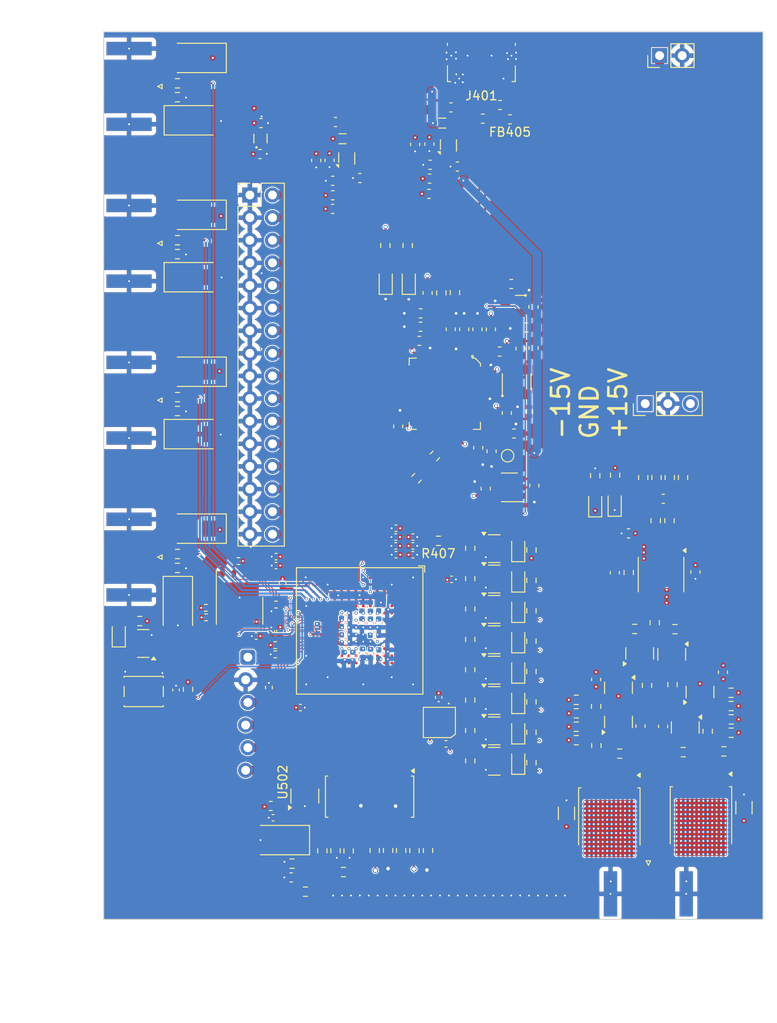
<source format=kicad_pcb>
(kicad_pcb (version 20241229) (generator "pcbnew") (generator_version "9.0")
  (layers (0 "F.Cu" signal) (4 "In1.Cu" signal) (6 "In2.Cu" signal) (8 "In3.Cu" signal) (10 "In4.Cu" signal) (2 "B.Cu" signal) (13 "F.Paste" user) (15 "B.Paste" user) (5 "F.SilkS" user "F.Silkscreen") (7 "B.SilkS" user "B.Silkscreen") (1 "F.Mask" user) (3 "B.Mask" user) (25 "Edge.Cuts" user))
  (net 0 "")
  (net 1 "GND")
  (net 2 "EN")
  (net 3 "/ft232/V_USB")
  (net 4 "/ft232/FT_VCORE")
  (net 5 "/ft232/V_PHY")
  (net 6 "/ft232/V_PLL")
  (net 7 "/ft232/USB_M")
  (net 8 "/ft232/USB_P")
  (net 9 "/ft232/EE_CS")
  (net 10 "/ft232/EE_CLK")
  (net 11 "/ft232/EE_DAT")
  (net 12 "/ft232/CLK_12M_FT")
  (net 13 "Net-(U403-VCCA)")
  (net 14 "Net-(D401-A)")
  (net 15 "Net-(D402-A)")
  (net 17 "Net-(U402-Standby)")
  (net 18 "Net-(U401-DO)")
  (net 19 "Net-(U403-REF)")
  (net 20 "Net-(U403-DM)")
  (net 21 "Net-(U403-DP)")
  (net 22 "Net-(U403-VCCD)")
  (net 23 "Net-(U403-ACBUS8)")
  (net 24 "Net-(U403-ACBUS9)")
  (net 27 "Net-(U501-DVDD)")
  (net 28 "Net-(U501-AVDD)")
  (net 29 "Net-(U501-REFIO)")
  (net 30 "Net-(U501-REFLO)")
  (net 31 "Net-(U501-SLEEP)")
  (net 32 "Net-(U501-MODE)")
  (net 33 "Net-(U501-FS_ADJ)")
  (net 34 "/AD9744/CLK")
  (net 35 "/fpga/nBTN_USR")
  (net 36 "/fpga/nFPGA_RST")
  (net 37 "Net-(D201-A)")
  (net 38 "Net-(D201-K)")
  (net 39 "/fpga/CFG_CDONE")
  (net 40 "Net-(U303-FB)")
  (net 41 "/fpga/CFG_IO3")
  (net 42 "/fpga/CFG_IO2")
  (net 43 "/fpga/CFG_CLK")
  (net 44 "/fpga/CFG_CS")
  (net 45 "Net-(U304-FB)")
  (net 46 "Net-(U303-SW)")
  (net 47 "Net-(U304-SW)")
  (net 48 "Net-(U201H-PB13A{slash}+{slash}SN{slash}CSN)")
  (net 53 "/fpga/CFG_IO1")
  (net 79 "/fpga/CFG_IO0")
  (net 100 "/fpga/TCK")
  (net 101 "/fpga/TDI")
  (net 102 "/fpga/TMS")
  (net 103 "/fpga/TDO")
  (net 104 "/fpga/DBG14")
  (net 105 "/fpga/DBG7")
  (net 106 "/fpga/DBG15")
  (net 107 "/fpga/DBG1")
  (net 108 "/fpga/DBG5")
  (net 109 "/fpga/DBG13")
  (net 110 "/fpga/DBG12")
  (net 111 "/fpga/DBG2")
  (net 112 "/fpga/DBG0")
  (net 113 "/fpga/DBG3")
  (net 114 "/fpga/DBG9")
  (net 115 "/fpga/DBG6")
  (net 116 "/fpga/DBG10")
  (net 117 "/fpga/DBG11")
  (net 118 "/fpga/DBG4")
  (net 119 "/fpga/DBG8")
  (net 120 "/fpga/DATA1")
  (net 121 "/fpga/DATA6")
  (net 122 "/fpga/DATA3")
  (net 123 "/fpga/DATA2")
  (net 124 "/fpga/DATA7")
  (net 125 "/fpga/DATA4")
  (net 126 "/fpga/DATA0")
  (net 127 "/fpga/DATA5")
  (net 135 "/fpga/CTRL2")
  (net 136 "/fpga/CTRL9")
  (net 137 "/fpga/CTRL5")
  (net 138 "/fpga/CTRL1")
  (net 139 "/fpga/CTRL3")
  (net 140 "/fpga/CTRL7")
  (net 141 "/fpga/CTRL0")
  (net 143 "/fpga/CTRL4")
  (net 144 "/fpga/CTRL8")
  (net 145 "/fpga/CTRL6")
  (net 165 "Net-(D601-A)")
  (net 166 "Net-(D601-K)")
  (net 167 "Net-(D701-K)")
  (net 168 "Net-(D701-A)")
  (net 169 "Net-(D801-K)")
  (net 170 "Net-(D801-A)")
  (net 171 "Net-(D901-K)")
  (net 172 "Net-(D901-A)")
  (net 173 "Net-(D1001-K)")
  (net 174 "Net-(D1001-A)")
  (net 175 "Net-(D1101-K)")
  (net 176 "Net-(D1101-A)")
  (net 177 "Net-(D1201-K)")
  (net 178 "Net-(D1201-A)")
  (net 179 "Net-(D1301-A)")
  (net 180 "Net-(D1301-K)")
  (net 181 "Net-(Q601-G)")
  (net 182 "Net-(Q701-G)")
  (net 183 "Net-(Q801-G)")
  (net 184 "Net-(Q901-G)")
  (net 185 "Net-(Q1001-G)")
  (net 186 "Net-(Q1101-G)")
  (net 187 "Net-(Q1201-G)")
  (net 188 "Net-(Q1301-G)")
  (net 189 "/lED0")
  (net 190 "/lED1")
  (net 191 "/lED2")
  (net 192 "/lED3")
  (net 193 "/lED4")
  (net 194 "/lED5")
  (net 195 "/lED6")
  (net 196 "/lED7")
  (net 218 "/fpga/DOUT0")
  (net 219 "/fpga/DOUT1")
  (net 220 "/fpga/TRIG")
  (net 221 "/fpga/REFCLK")
  (net 245 "/AD9744/DAC6")
  (net 246 "/AD9744/DAC12")
  (net 247 "/AD9744/DAC7")
  (net 248 "/AD9744/DAC13")
  (net 249 "/AD9744/DAC0")
  (net 250 "/AD9744/DAC4")
  (net 251 "/AD9744/DAC2")
  (net 252 "/AD9744/DAC10")
  (net 253 "/AD9744/DAC9")
  (net 254 "/AD9744/DAC3")
  (net 255 "/AD9744/DAC1")
  (net 256 "/AD9744/DAC8")
  (net 257 "/AD9744/DAC11")
  (net 258 "/AD9744/DAC5")
  (net 259 "/AD9744/DAC_SLEEP")
  (net 260 "/AD9744/DAC_MODE")
  (net 261 "/fpga/CLK_16MHZ")
  (net 262 "/fpga/CFG_0")
  (net 263 "/fpga/CFG_1")
  (net 264 "/fpga/CFG_2")
  (net 269 "/fpga/FTDI_CLK")
  (net 270 "15V")
  (net 271 "-15V")
  (net 272 "/awg_amp/in_n")
  (net 273 "/awg_amp/in_p")
  (net 274 "/awg_amp/out")
  (net 275 "Net-(U2001--)")
  (net 276 "Net-(C2003-Pad1)")
  (net 277 "Net-(D2001-A)")
  (net 278 "Net-(D2002-A)")
  (net 279 "Net-(Q2001-E)")
  (net 280 "Net-(Q2002-E)")
  (net 281 "Net-(Q2002-B)")
  (net 282 "Net-(Q2003-E)")
  (net 283 "Net-(Q2003-B)")
  (net 284 "Net-(Q2005-C)")
  (net 285 "Net-(Q2005-B)")
  (net 286 "Net-(Q2006-C)")
  (net 287 "Net-(Q2006-B)")
  (net 288 "Net-(Q2007-E)")
  (net 289 "Net-(Q2008-E)")
  (net 290 "Net-(U2001-+)")
  (net 294 "5V_USB")
  (net 295 "Net-(Q2001-B)")
  (net 296 "Net-(Q2004-E)")
  (net 297 "3.3V")
  (net 298 "/AD9744/OUT_N")
  (net 299 "/AD9744/OUT_P")
  (net 300 "1.1V")
  (net 301 "2.5V")
  (net 302 "/fpga/ADC_CLK")
  (net 303 "/fpga/ADC_CS")
  (net 304 "/fpga/ADC_SDO")
  (net 305 "Net-(U502-VDD)")
  (net 306 "/awg_amp/OUT_SLOW")
  (net 307 "Net-(D1401-A)")
  (net 308 "Net-(D1501-A)")
  (net 309 "Net-(D1601-A)")
  (net 310 "Net-(D1701-A)")
  (footprint "Resistor_SMD:R_0603_1608Metric" (layer "F.Cu") (at 144.820922 106.969078)
    (property "Reference" "R212" (hide yes))
    (property "Value" "10kR")
  )
  (footprint "Resistor_SMD:R_0603_1608Metric" (layer "F.Cu") (at 181.928422 109.026409 90)
    (property "Reference" "R1001" (hide yes))
    (property "Value" "10kR")
  )
  (footprint "Resistor_SMD:R_0402_1005Metric" (layer "F.Cu") (at 152.230922 105.479078)
    (property "Reference" "R208" (hide yes))
    (property "Value" "10K")
  )
  (footprint "Resistor_SMD:R_0603_1608Metric" (layer "F.Cu") (at 186.040172 83.602431 -90)
    (property "Reference" "R404" (hide yes))
    (property "Value" "10K" (hide yes))
  )
  (footprint "Diode_SMD:D_SMA" (layer "F.Cu") (at 151.060922 50.729078)
    (property "Reference" "D1402" (hide yes))
    (property "Value" "SS14")
  )
  (footprint "Capacitor_SMD:C_0402_1005Metric" (layer "F.Cu") (at 173.5608 97.536 180)
    (property "Reference" "C224" (hide yes))
    (property "Value" "100n")
  )
  (footprint "orange_cram:C_0603_1608Metric" (layer "F.Cu") (at 166.4925 59.15 180)
    (property "Reference" "C309" (hide yes))
    (property "Value" "10pF" (hide yes))
  )
  (footprint "Resistor_SMD:R_0603_1608Metric" (layer "F.Cu") (at 202.8445 90.8521 90)
    (property "Reference" "R2003" (hide yes))
    (property "Value" "0" (hide yes))
  )
  (footprint "Capacitor_SMD:C_0402_1005Metric" (layer "F.Cu") (at 175.4886 97.536)
    (property "Reference" "C225" (hide yes))
    (property "Value" "100n")
  )
  (footprint "Resistor_SMD:R_0402_1005Metric" (layer "F.Cu") (at 160.57 108.15 -90)
    (property "Reference" "R203" (hide yes))
    (property "Value" "10K")
  )
  (footprint "Capacitor_SMD:C_0402_1005Metric" (layer "F.Cu") (at 159.7914 129.0574 180)
    (property "Reference" "C222" (hide yes))
    (property "Value" "100n")
  )
  (footprint "Resistor_SMD:R_0603_1608Metric" (layer "F.Cu") (at 181.928422 98.792125 90)
    (property "Reference" "R1301" (hide yes))
    (property "Value" "10kR")
  )
  (footprint "Capacitor_SMD:C_0603_1608Metric" (layer "F.Cu") (at 177.34 53.405 90)
    (property "Reference" "C312" (hide yes))
    (property "Value" "10uF")
  )
  (footprint "Capacitor_SMD:C_0603_1608Metric" (layer "F.Cu") (at 189.026476 71.689931 90)
    (property "Reference" "C402" (hide yes))
    (property "Value" "0.1u" (hide yes))
  )
  (footprint "Connector_PinHeader_2.54mm:PinHeader_1x03_P2.54mm_Vertical" (layer "F.Cu") (at 201.5744 82.55 90)
    (property "Reference" "J1801" (hide yes))
    (property "Value" "Conn_01x03_Pin")
  )
  (footprint "Resistor_SMD:R_0603_1608Metric" (layer "F.Cu") (at 204.3345 90.8521 90)
    (property "Reference" "R2004" (hide yes))
    (property "Value" "0" (hide yes))
  )
  (footprint "Resistor_SMD:R_0603_1608Metric" (layer "F.Cu") (at 198.7126 121.8609 180)
    (property "Reference" "R2028" (hide yes))
    (property "Value" "1.5")
  )
  (footprint "Resistor_SMD:R_0603_1608Metric" (layer "F.Cu") (at 181.928422 115.849265 90)
    (property "Reference" "R801" (hide yes))
    (property "Value" "10kR")
  )
  (footprint "Resistor_SMD:R_0603_1608Metric" (layer "F.Cu") (at 175.894163 90.932837 -135)
    (property "Reference" "R409" (hide yes))
    (property "Value" "10k")
  )
  (footprint "Diode_SMD:D_0603_1608Metric" (layer "F.Cu") (at 187.318422 119.285693 90)
    (property "Reference" "D701" (hide yes))
    (property "Value" "LED")
  )
  (footprint "Capacitor_SMD:C_0603_1608Metric" (layer "F.Cu") (at 185.2825 49.01 180)
    (property "Reference" "C403" (hide yes))
    (property "Value" "0.1u" (hide yes))
  )
  (footprint "Package_TO_SOT_SMD:TO-252-2" (layer "F.Cu") (at 197.5461 129.0119 -90)
    (property "Reference" "Q2008" (hide yes))
    (property "Value" "2SAR572D3TL" (hide yes))
  )
  (footprint "Connector_Coaxial:SMA_Amphenol_132289_EdgeMount" (layer "F.Cu") (at 143.620922 64.543574 180)
    (property "Reference" "J1701" (hide yes))
    (property "Value" "IPEX-004")
  )
  (footprint "Package_SO:TSSOP-28_4.4x9.7mm_P0.65mm" (layer "F.Cu") (at 170.630922 126.689981 -90)
    (property "Reference" "U501" (hide yes))
    (property "Value" "AD9744")
  )
  (footprint "Resistor_SMD:R_0603_1608Metric_Pad0.98x0.95mm_HandSolder" (layer "F.Cu") (at 188.798422 98.989625 90)
    (property "Reference" "R1302" (hide yes))
    (property "Value" "300")
  )
  (footprint "Connector_Coaxial:SMA_Amphenol_132289_EdgeMount" (layer "F.Cu") (at 143.620922 82.165073 180)
    (property "Reference" "J1501" (hide yes))
    (property "Value" "IPEX-004")
  )
  (footprint "Capacitor_SMD:C_0603_1608Metric" (layer "F.Cu") (at 176.213976 75.502431)
    (property "Reference" "C409" (hide yes))
    (property "Value" "0.1u" (hide yes))
  )
  (footprint "Diode_SMD:D_SMA" (layer "F.Cu") (at 151.028422 61.345073 180)
    (property "Reference" "D1701" (hide yes))
    (property "Value" "SS14")
  )
  (footprint "Capacitor_SMD:C_0402_1005Metric" (layer "F.Cu") (at 179.200922 120.759078 180)
    (property "Reference" "C220" (hide yes))
    (property "Value" "100n")
  )
  (footprint "Resistor_SMD:R_0603_1608Metric_Pad0.98x0.95mm_HandSolder" (layer "F.Cu") (at 188.798422 109.223909 90)
    (property "Reference" "R1002" (hide yes))
    (property "Value" "300")
  )
  (footprint "Resistor_SMD:R_0402_1005Metric" (layer "F.Cu") (at 155.9 100.23 180)
    (property "Reference" "R209" (hide yes))
    (property "Value" "10K")
  )
  (footprint "Capacitor_SMD:C_0402_1005Metric" (layer "F.Cu") (at 175.4886 99.5172)
    (property "Reference" "C228" (hide yes))
    (property "Value" "4u7")
  )
  (footprint "Resistor_SMD:R_0603_1608Metric" (layer "F.Cu") (at 201.3545 90.8521 90)
    (property "Reference" "R2006" (hide yes))
    (property "Value" "50" (hide yes))
  )
  (footprint "Capacitor_SMD:C_0603_1608Metric" (layer "F.Cu") (at 158.44 51.04 180)
    (property "Reference" "C302" (hide yes))
    (property "Value" "10uF")
  )
  (footprint "Capacitor_SMD:C_0603_1608Metric" (layer "F.Cu") (at 180.485 55.92)
    (property "Reference" "C308" (hide yes))
    (property "Value" "10uF")
  )
  (footprint "Resistor_SMD:R_0603_1608Metric" (layer "F.Cu") (at 181.928422 119.260693 90)
    (property "Reference" "R701" (hide yes))
    (property "Value" "10kR")
  )
  (footprint "Resistor_SMD:R_0603_1608Metric" (layer "F.Cu") (at 177.9524 88.4174 -135)
    (property "Reference" "R408" (hide yes))
    (property "Value" "10k")
  )
  (footprint "Resistor_SMD:R_0603_1608Metric" (layer "F.Cu") (at 177.19 132.74 90)
    (property "Reference" "C501" (hide yes))
    (property "Value" "100nF")
  )
  (footprint "Resistor_SMD:R_0603_1608Metric" (layer "F.Cu") (at 181.928422 105.614981 90)
    (property "Reference" "R1101" (hide yes))
    (property "Value" "10kR")
  )
  (footprint "Resistor_SMD:R_0603_1608Metric_Pad0.98x0.95mm_HandSolder" (layer "F.Cu") (at 188.798422 102.401053 90)
    (property "Reference" "R1202" (hide yes))
    (property "Value" "300")
  )
  (footprint "Capacitor_SMD:C_0603_1608Metric" (layer "F.Cu") (at 183.664476 92.090431 90)
    (property "Reference" "C415" (hide yes))
    (property "Value" "4.7u" (hide yes))
  )
  (footprint "Capacitor_SMD:C_0603_1608Metric" (layer "F.Cu") (at 166.4875 57.52 180)
    (property "Reference" "R307" (hide yes))
    (property "Value" "120k")
  )
  (footprint "vs:QFN-48-1EP_8x8mm_P0.5mm_EP6.2x6.2mm" (layer "F.Cu") (at 179.073372 81.437531 -90)
    (property "Reference" "U403" (hide yes))
    (property "Value" "FT232H" (hide yes))
  )
  (footprint "Capacitor_SMD:C_0603_1608Metric" (layer "F.Cu") (at 201.0453 118.7649 90)
    (property "Reference" "C2008" (hide yes))
    (property "Value" "DNP")
  )
  (footprint "Resistor_SMD:R_0603_1608Metric" (layer "F.Cu") (at 193.8316 118.8373 180)
    (property "Reference" "R2015" (hide yes))
    (property "Value" "4k" (hide yes))
  )
  (footprint "Inductor_SMD:L_0603_1608Metric" (layer "F.Cu") (at 183.3425 50.54)
    (property "Reference" "FB401" (hide yes))
    (property "Value" "MF-FSMF035X-2" (hide yes))
  )
  (footprint "Inductor_SMD:L_0805_2012Metric" (layer "F.Cu") (at 167.58 52.8 180)
    (property "Reference" "L302" (hide yes))
    (property "Value" "2.2uH")
  )
  (footprint "Resistor_SMD:R_0603_1608Metric" (layer "F.Cu") (at 172.396476 64.779931 90)
    (property "Reference" "R410" (hide yes))
    (property "Value" "10k")
  )
  (footprint "Resistor_SMD:R_0603_1608Metric" (layer "F.Cu") (at 193.8316 120.350633 180)
    (property "Reference" "R2013" (hide yes))
    (property "Value" "4k" (hide yes))
  )
  (footprint "Inductor_SMD:L_0603_1608Metric" (layer "F.Cu") (at 184.252172 74.202431 90)
    (property "Reference" "FB402" (hide yes))
    (property "Value" "BLM18HE152SN1D" (hide yes))
  )
  (footprint "Package_TO_SOT_SMD:SOT-23" (layer "F.Cu") (at 184.628422 105.659981)
    (property "Reference" "Q1101" (hide yes))
    (property "Value" "Q_NMOS_Depletion_GSD")
  )
  (footprint "Diode_SMD:D_SMA" (layer "F.Cu") (at 151.028422 78.966572 180)
    (property "Reference" "D1501" (hide yes))
    (property "Value" "SS14")
  )
  (footprint "Diode_SMD:D_0603_1608Metric" (layer "F.Cu") (at 187.318422 115.874265 90)
    (property "Reference" "D801" (hide yes))
    (property "Value" "LED")
  )
  (footprint "Capacitor_SMD:C_0603_1608Metric" (layer "F.Cu") (at 179.76 49.28)
    (property "Reference" "R305" (hide yes))
    (property "Value" "DNP")
  )
  (footprint "Resistor_SMD:R_0603_1608Metric_Pad0.98x0.95mm_HandSolder" (layer "F.Cu") (at 188.798422 105.812481 90)
    (property "Reference" "R1102" (hide yes))
    (property "Value" "300")
  )
  (footprint "Diode_SMD:D_0603_1608Metric" (layer "F.Cu") (at 187.318422 102.228553 90)
    (property "Reference" "D1201" (hide yes))
    (property "Value" "LED")
  )
  (footprint "Resistor_SMD:R_0402_1005Metric" (layer "F.Cu") (at 160.120922 105.119078)
    (property "Reference" "R204" (hide yes))
    (property "Value" "10K")
  )
  (footprint "Resistor_SMD:R_0603_1608Metric" (layer "F.Cu") (at 149.053422 99.438071)
    (property "Reference" "R1904" (hide yes))
    (property "Value" "100R")
  )
  (footprint "Diode_SMD:D_0603_1608Metric" (layer "F.Cu") (at 195.961 93.7842 90)
    (property "Reference" "D2002" (hide yes))
    (property "Value" "LED" (hide yes))
  )
  (footprint "Inductor_SMD:L_0603_1608Metric" (layer "F.Cu") (at 186.3853 50.6222 180)
    (property "Reference" "FB405")
    (property "Value" "MF-FSMF035X-2")
  )
  (footprint "Resistor_SMD:R_0603_1608Metric" (layer "F.Cu") (at 181.928422 122.672121 90)
    (property "Reference" "R601" (hide yes))
    (property "Value" "10kR")
  )
  (footprint "Resistor_SMD:R_0603_1608Metric_Pad0.98x0.95mm_HandSolder" (layer "F.Cu") (at 188.798422 116.046765 90)
    (property "Reference" "R802" (hide yes))
    (property "Value" "300")
  )
  (footprint "Diode_SMD:D_SMA" (layer "F.Cu") (at 151.060922 68.350577)
    (property "Reference" "D1702" (hide yes))
    (property "Value" "SS14")
  )
  (footprint "josh-connectors:STM_6_PIN_THT_Staggered" (layer "F.Cu") (at 156.830922 111.029981)
    (property "Reference" "J202" (hide yes))
    (property "Value" "JTAG")
  )
  (footprint "Resistor_SMD:R_0603_1608Metric" (layer "F.Cu") (at 211.2195 115.0221 180)
    (property "Reference" "R2020" (hide yes))
    (property "Value" "4k" (hide yes))
  )
  (footprint "Resistor_SMD:R_0603_1608Metric_Pad0.98x0.95mm_HandSolder" (layer "F.Cu") (at 188.798422 112.635337 90)
    (property "Reference" "R902" (hide yes))
    (property "Value" "300")
  )
  (footprint "Diode_SMD:D_0603_1608Metric" (layer "F.Cu") (at 187.318422 98.817125 90)
    (property "Reference" "D1301" (hide yes))
    (property "Value" "LED")
  )
  (footprint "Capacitor_SMD:C_0603_1608Metric" (layer "F.Cu") (at 199.6991 97.1241)
    (property "Reference" "C2004" (hide yes))
    (property "Value" "100nF" (hide yes))
  )
  (footprint "Resistor_SMD:R_0402_1005Metric" (layer "F.Cu") (at 152.270922 106.559078)
    (property "Reference" "R210" (hide yes))
    (property "Value" "10K")
  )
  (footprint "Resistor_SMD:R_0603_1608Metric" (layer "F.Cu") (at 174.17 132.74 -90)
    (property "Reference" "R505" (hide yes))
    (property "Value" "10kR")
  )
  (footprint "Capacitor_SMD:C_0603_1608Metric" (layer "F.Cu") (at 166.475 60.68 180)
    (property "Reference" "R306" (hide yes))
    (property "Value" "100k")
  )
  (footprint "Package_TO_SOT_SMD:SOT-23" (layer "F.Cu") (at 206.0745 118.9196 -90)
    (property "Reference" "Q2005" (hide yes))
    (property "Value" "2SCR512R" (hide yes))
  )
  (footprint "Resistor_SMD:R_0603_1608Metric" (layer "F.Cu") (at 189.040172 76.302431 90)
    (property "Reference" "R403" (hide yes))
    (property "Value" "10K" (hide yes))
  )
  (footprint "Capacitor_SMD:C_0603_1608Metric" (layer "F.Cu") (at 176.347172 73.910931 180)
    (property "Reference" "C411" (hide yes))
    (property "Value" "0.1u" (hide yes))
  )
  (footprint "Resistor_SMD:R_0603_1608Metric" (layer "F.Cu") (at 161.925 134.2136 180)
    (property "Reference" "R2029" (hide yes))
    (property "Value" "2k")
  )
  (footprint "Resistor_SMD:R_0603_1608Metric" (layer "F.Cu") (at 178.689 70.104 -90)
    (property "Reference" "R2037" (hide yes))
    (property "Value" "0")
  )
  (footprint "Resistor_SMD:R_0402_1005Metric" (layer "F.Cu") (at 159.320922 114.429078 90)
    (property "Reference" "R201" (hide yes))
    (property "Value" "10K")
  )
  (footprint "Diode_SMD:D_0603_1608Metric" (layer "F.Cu") (at 187.318422 109.051409 90)
    (property "Reference" "D1001" (hide yes))
    (property "Value" "LED")
  )
  (footprint "Capacitor_SMD:C_0402_1005Metric" (layer "F.Cu") (at 178.3842 115.542 -90)
    (property "Reference" "C232" (hide yes))
    (property "Value" "100n")
  )
  (footprint "Capacitor_SMD:C_0603_1608Metric" (layer "F.Cu") (at 198.1645 101.5371 90)
    (property "Reference" "C2003" (hide yes))
    (property "Value" "DNP" (hide yes))
  )
  (footprint "Resistor_SMD:R_0603_1608Metric" (layer "F.Cu") (at 149.053422 81.816572)
    (property "Reference" "R1903" (hide yes))
    (property "Value" "100R")
  )
  (footprint "Package_TO_SOT_SMD:SOT-23" (layer "F.Cu") (at 184.628422 98.837125)
    (property "Reference" "Q1301" (hide yes))
    (property "Value" "Q_NMOS_Depletion_GSD")
  )
  (footprint "Capacitor_SMD:C_0402_1005Metric" (layer "F.Cu") (at 157.880922 108.659078 180)
    (property "Reference" "C221" (hide yes))
    (property "Value" "100n")
  )
  (footprint "Resistor_SMD:R_0603_1608Metric" (layer "F.Cu") (at 205.8245 90.8521 90)
    (property "Reference" "R2005" (hide yes))
    (property "Value" "50" (hide yes))
  )
  (footprint "Resistor_SMD:R_0603_1608Metric" (layer "F.Cu") (at 195.961 90.6404 90)
    (property "Reference" "R2022" (hide yes))
    (property "Value" "10k" (hide yes))
  )
  (footprint "Diode_SMD:D_0603_1608Metric" (layer "F.Cu") (at 187.318422 105.639981 90)
    (property "Reference" "D1101" (hide yes))
    (property "Value" "LED")
  )
  (footprint "Resistor_SMD:R_0603_1608Metric" (layer "F.Cu") (at 210.4098 121.6069 180)
    (property "Reference" "R2023" (hide yes))
    (property "Value" "0" (hide yes))
  )
  (footprint "Package_TO_SOT_SMD:SOT-563" (layer "F.Cu") (at 168.06 55.02 90)
    (property "Reference" "U303" (hide yes))
    (property "Value" "TLV62569DRL")
  )
  (footprint "Resistor_SMD:R_0603_1608Metric" (layer "F.Cu") (at 211.2395 119.5121 180)
    (property "Reference" "R2018" (hide yes))
    (property "Value" "4k" (hide yes))
  )
  (footprint "Capacitor_SMD:C_0603_1608Metric" (layer "F.Cu") (at 181.252172 74.202431 90)
    (property "Reference" "C410" (hide yes))
    (property "Value" "0.1u" (hide yes))
  )
  (footprint "Resistor_SMD:R_0603_1608Metric" (layer "F.Cu") (at 167.690922 135.159981 180)
    (property "Reference" "R506" (hide yes))
    (property "Value" "2kR")
  )
  (footprint "Capacitor_SMD:C_0603_1608Metric" (layer "F.Cu") (at 185.240172 76.702431 180)
    (property "Reference" "C408" (hide yes))
    (property "Value" "0.1u" (hide yes))
  )
  (footprint "Package_TO_SOT_SMD:SOT-23" (layer "F.Cu") (at 200.9551 110.6018 90)
    (property "Reference" "Q2004" (hide yes))
    (property "Value" "2SCR512R" (hide yes))
  )
  (footprint "Resistor_SMD:R_0603_1608Metric" (layer "F.Cu") (at 196.0669 116.5551 90)
    (property "Reference" "R2024" (hide yes))
    (property "Value" "0" (hide yes))
  )
  (footprint "Connector_PinHeader_2.54mm:PinHeader_2x16_P2.54mm_Vertical" (layer "F.Cu") (at 157.180922 59.119981)
    (property "Reference" "J201" (hide yes))
    (property "Value" "Conn_02x16_Odd_Even")
  )
  (footprint "orange_cram:CDFN_3.2x2.5mm_XO" (layer "F.Cu") (at 178.460922 118.359078 90)
    (property "Reference" "X201" (hide yes))
    (property "Value" "16MHz")
  )
  (footprint "Capacitor_SMD:C_0402_1005Metric" (layer "F.Cu") (at 148.8926 114.7042 90)
    (property "Reference" "C209" (hide yes))
    (property "Value" "100n")
  )
  (footprint "Diode_SMD:D_SMA" (layer "F.Cu") (at 151.028422 43.723574 180)
    (property "Reference" "D1401" (hide yes))
    (property "Value" "SS14")
  )
  (footprint "Capacitor_SMD:C_0402_1005Metric" (layer "F.Cu") (at 160.1164 99.7316 180)
    (property "Reference" "C230" (hide yes))
    (property "Value" "100n")
  )
  (footprint "Capacitor_SMD:C_0603_1608Metric" (layer "F.Cu") (at 166.795 50.92 180)
    (property "Reference" "R304" (hide yes))
    (property "Value" "10k")
  )
  (footprint "Capacitor_SMD:C_0603_1608Metric" (layer "F.Cu") (at 189.126476 91.752431 -90)
    (property "Reference" "C414" (hide yes))
    (property "Value" "4.7u" (hide yes))
  )
  (footprint "Resistor_SMD:R_0603_1608Metric" (layer "F.Cu") (at 198.1962 90.5896 90)
    (property "Reference" "R2021" (hide yes))
    (property "Value" "10k" (hide yes))
  )
  (footprint "Package_TO_SOT_SMD:SOT-23" (layer "F.Cu") (at 145.218422 109.489078 180)
    (property "Reference" "Q201" (hide yes))
    (property "Value" "Q_NMOS_Depletion_GSD")
  )
  (footprint "Diode_SMD:D_SMA" (layer "F.Cu") (at 151.028422 96.588071 180)
    (property "Reference" "D1601" (hide yes))
    (property "Value" "SS14")
  )
  (footprint "Capacitor_SMD:C_0603_1608Metric" (layer "F.Cu") (at 207.2175 101.4545 -90)
    (property "Reference" "C2002" (hide yes))
    (property "Value" "100nF" (hide yes))
  )
  (footprint "Package_TO_SOT_SMD:SOT-23" (layer "F.Cu") (at 184.628422 115.894265)
    (property "Reference" "Q801" (hide yes))
    (property "Value" "Q_NMOS_Depletion_GSD")
  )
  (footprint "Resistor_SMD:R_0603_1608Metric" (layer "F.Cu") (at 178.35 97.96 180)
    (property "Reference" "R407")
    (property "Value" "0R")
  )
  (footprint "Resistor_SMD:R_0603_1608Metric" (layer "F.Cu") (at 175.67 132.76 90)
    (property "Reference" "R501" (hide yes))
    (property "Value" "0R")
  )
  (footprint "Diode_SMD:D_0603_1608Metric" (layer "F.Cu") (at 187.318422 122.697121 90)
    (property "Reference" "D601" (hide yes))
    (property "Value" "LED")
  )
  (footprint "Connector_Coaxial:SMA_Amphenol_132289_EdgeMount" (layer "F.Cu") (at 143.620922 99.786572 180)
    (property "Reference" "J1601" (hide yes))
    (property "Value" "IPEX-004")
  )
  (footprint "Package_BGA:BGA-256_14.0x14.0mm_Layout16x16_P0.8mm_Ball0.45mm_Pad0.32mm_NSMD" (layer "F.Cu") (at 169.5134 108.074981 -90)
    (property "Reference" "U201" (hide yes))
    (property "Value" "ECP5U_12_CABGA256")
  )
  (footprint "Resistor_SMD:R_0603_1608Metric" (layer "F.Cu") (at 204.9175 107.8801)
    (property "Reference" "R2032" (hide yes))
    (property "Value" "0")
  )
  (footprint "Diode_SMD:D_0603_1608Metric" (layer "F.Cu") (at 187.318422 112.462837 90)
    (property "Reference" "D901" (hide yes))
    (property "Value" "LED")
  )
  (footprint "Capacitor_SMD:C_0603_1608Metric" (layer "F.Cu") (at 210.312 112.7128 -90)
    (property "Reference" "C2010" (hide yes))
    (property "Value" "100nF")
  )
  (footprint "Resistor_SMD:R_0402_1005Metric" (layer "F.Cu") (at 160.030922 110.709078 180)
    (property "Reference" "R205" (hide yes))
    (property "Value" "10K")
  )
  (footprint "Capacitor_SMD:C_0402_1005Metric" (layer "F.Cu") (at 175.4886 98.5266)
    (property "Reference" "C227" (hide yes))
    (property "Value" "4u7")
  )
  (footprint "Resistor_SMD:R_0603_1608Metric" (layer "F.Cu") (at 211.2295 116.5121 180)
    (property "Reference" "R2014" (hide yes))
    (property "Value" "4k" (hide yes))
  )
  (footprint "Capacitor_SMD:C_0603_1608Metric" (layer "F.Cu") (at 186.840172 85.902431)
    (property "Reference" "C404" (hide yes))
    (property "Value" "4.7u" (hide yes))
  )
  (footprint "Package_TO_SOT_SMD:SOT-23" (layer "F.Cu") (at 184.628422 109.071409)
    (property "Reference" "Q1001" (hide yes))
    (property "Value" "Q_NMOS_Depletion_GSD")
  )
  (footprint "Resistor_SMD:R_0603_1608Metric" (layer "F.Cu") (at 200.3963 107.8547 180)
    (property "Reference" "R2031" (hide yes))
    (property "Value" "0")
  )
  (footprint "Diode_SMD:D_0603_1608Metric" (layer "F.Cu") (at 172.436476 68.789931 90)
    (property "Reference" "D401" (hide yes))
    (property "Value" "LED")
  )
  (footprint "Resistor_SMD:R_0603_1608Metric" (layer "F.Cu") (at 181.928422 102.203553 90)
    (property "Reference" "R1201" (hide yes))
    (property "Value" "10kR")
  )
  (footprint "Resistor_SMD:R_0603_1608Metric" (layer "F.Cu") (at 186.544976 69.109431)
    (property "Reference" "R402" (hide yes))
    (property "Value" "DNI" (hide yes))
  )
  (footprint "Package_TO_SOT_SMD:SOT-23" (layer "F.Cu") (at 207.727 114.9371 90)
    (property "Reference" "Q2002" (hide yes))
    (property "Value" "2SAR512R" (hide yes))
  )
  (footprint "TestPoint:TestPoint_Pad_D1.0mm" (layer "F.Cu") (at 186.126476 88.402431 -90)
    (property "Reference" "TP401" (hide yes))
    (property "Value" "TestPoint")
  )
  (footprint "Connector_Coaxial:SMA_Amphenol_132289_EdgeMount" (layer "F.Cu") (at 143.620922 46.922075 180)
    (property "Reference" "J1401" (hide yes))
    (property "Value" "IPEX-004")
  )
  (footprint "Capacitor_SMD:C_0603_1608Metric" (layer "F.Cu") (at 184.326476 87.902431 -90)
    (property "Reference" "C405" (hide yes))
    (property "Value" "0.1u" (hide yes))
  )
  (footprint "Package_TO_SOT_SMD:SOT-23" (layer "F.Cu") (at 184.628422 102.248553)
    (property "Reference" "Q1201" (hide yes))
    (property "Value" "Q_NMOS_Depletion_GSD")
  )
  (footprint "Resistor_SMD:R_0603_1608Metric" (layer "F.Cu") (at 199.7245 101.5171 -90)
    (property "Reference" "R2009" (hide yes))
    (property "Value" "3.3k" (hide yes))
  )
  (footprint "Resistor_SMD:R_0603_1608Metric" (layer "F.Cu") (at 193.8317 117.331834 180)
    (property "Reference" "R2017" (hide yes))
    (property "Value" "4k" (hide yes))
  )
  (footprint "Capacitor_SMD:C_0603_1608Metric" (layer "F.Cu") (at 188.252672 74.002431 180)
    (property "Reference" "C401" (hide yes))
    (property "Value" "0.1u" (hide yes))
  )
  (footprint "Capacitor_SMD:C_0603_1608Metric" (layer "F.Cu") (at 164.63 55.24 90)
    (property "Reference" "C311" (hide yes))
    (property "Value" "10uF")
  )
  (footprint "josh-soic-sot-etc:WSON-8-1EP_6x5mm_P1.27mm_EP3.4x4.3mm" (layer "F.Cu") (at 156.025922 104.339078 -90)
    (property "Reference" "U202" (hide yes))
    (property "Value" "W25Q128JVPIQ")
  )
  (footprint "Resistor_SMD:R_0603_1608Metric" (layer "F.Cu") (at 149.053422 46.573574)
    (property "Reference" "R1901" (hide yes))
    (property "Value" "100R")
  )
  (footprint "Resistor_SMD:R_0603_1608Metric" (layer "F.Cu") (at 171.2 132.734981 90)
    (property "Reference" "R502" (hide yes))
    (property "Value" "0R")
  )
  (footprint "Capacitor_SMD:C_0603_1608Metric" (layer "F.Cu") (at 161.8234 135.763 180)
    (property "Reference" "C2009" (hide yes))
    (property "Value" "100nF")
  )
  (footprint "Package_TO_SOT_SMD:SOT-23" (layer "F.Cu") (at 198.5745 114.4626 -90)
    (property "Reference" "Q2003" (hide yes))
    (property "Value" "2SCR512R" (hide yes))
  )
  (footprint "Diode_SMD:D_SMA" (layer "F.Cu") (at 149.098 105.4608 -90)
    (property "Reference" "D1602" (hide yes))
    (property "Value" "SS14")
  )
  (footprint "Capacitor_SMD:C_0603_1608Metric" (layer "F.Cu") (at 196.0626 113.525 90)
    (property "Reference" "C2011" (hide yes))
    (property "Value" "100nF")
  )
  (footprint "Resistor_SMD:R_0603_1608Metric_Pad0.98x0.95mm_HandSolder" (layer "F.Cu") (at 188.798422 122.869621 90)
    (property "Reference" "R602" (hide yes))
    (property "Value" "300")
  )
  (footprint "Resistor_SMD:R_0603_1608Metric" (layer "F.Cu") (at 150.2426 114.6392 90)
    (property "Reference" "R202" (hide yes))
    (property "Value" "10kR")
  )
  (footprint "Connector_Coaxial:SMA_Amphenol_132289_EdgeMount" (layer "F.Cu") (at 201.9292 137.6096 -90)
    (property "Reference" "J2005" (hide yes))
    (property "Value" "IPEX-004" (hide yes))
  )
  (footprint "Resistor_SMD:R_0603_1608Metric" (layer "F.Cu") (at 149.048422 100.998071 180)
    (property "Reference" "R1602" (hide yes))
    (property "Value" "49.9R")
  )
  (footprint "Resistor_SMD:R_0402_1005Metric" (layer "F.Cu") (at 160.8582 102.6394 -90)
    (property "Reference" "R211" (hide yes))
    (property "Value" "10K")
  )
  (footprint "Capacitor_SMD:C_0402_1005Metric" (layer "F.Cu") (at 159.590922 108.159078 90)
    (property "Reference" "C214" (hide yes))
    (property "Value" "100n")
  )
  (footprint "Capacitor_SMD:C_1206_3216Metric" (layer "F.Cu") (at 192.7352 128.573 -90)
    (property "Reference" "C2006" (hide yes))
    (property "Value" "22uF" (hide yes))
  )
  (footprint "vs:SOT-23-6" (layer "F.Cu") (at 187.140172 80.102431 90)
    (property "Reference" "U401" (hide yes))
    (property "Value" "93LC56BT-I/OT" (hide yes))
  )
  (footprint "Package_TO_SOT_SMD:SOT-23" (layer "F.Cu") (at 184.628422 112.482837)
    (property "Reference" "Q901" (hide yes))
    (property "Value" "Q_NMOS_Depletion_GSD")
  )
  (footprint "Inductor_SMD:L_0805_2012Metric" (layer "F.Cu") (at 178.79 51.04 180)
    (property "Reference" "L303" (hide yes))
    (property "Value" "2.2uH")
  )
  (footprint "Capacitor_SMD:C_0402_1005Metric" (layer "F.Cu") (at 179.8346 102.2858)
    (property "Reference" "C233" (hide yes))
    (property "Value" "100n")
  )
  (footprint "Resistor_SMD:R_0603_1608Metric" (layer "F.Cu") (at 179.740172 74.202431 90)
    (property "Reference" "R406" (hide yes))
    (property "Value" "12K" (hide yes))
  )
  (footprint "vs:Oscillator_SMD_Abracon_ASDMB-4Pin_2.5x2.0mm" (layer "F.Cu") (at 186.726476 71.689931 180)
    (property "Reference" "U402" (hide yes))
    (property "Value" "X252012MMB4SI" (hide yes))
  )
  (footprint "LED_SMD:LED_0603_1608Metric" (layer "F.Cu") (at 142.460922 108.389078 90)
    (property "Reference" "D201" (hide yes))
    (property "Value" "Pink")
  )
  (footprint "Package_TO_SOT_SMD:SOT-563" (layer "F.Cu") (at 179.48 53.55 90)
    (property "Reference" "U304" (hide yes))
    (property "Value" "TLV62569DRL")
  )
  (footprint "Resistor_SMD:R_0603_1608Metric" (layer "F.Cu") (at 168.27 132.795019 90)
    (property "Reference" "C503" (hide yes))
    (property "Value" "100nF")
  )
  (footprint "Capacitor_SMD:C_1206_3216Metric" (layer "F.Cu") (at 212.6659 127.9271 90)
    (property "Reference" "C2005" (hide yes))
    (property "Value" "22uF" (hide yes))
  )
  (footprint "Resistor_SMD:R_0603_1608Metric" (layer "F.Cu") (at 208.5883 119.3491 90)
    (property "Reference" "R2025" (hide yes))
    (property "Value" "100" (hide yes))
  )
  (footprint "Resistor_SMD:R_0603_1608Metric" (layer "F.Cu") (at 149.048422 83.376572 180)
    (property "Reference" "R1502" (hide yes))
    (property "Value" "49.9R")
  )
  (footprint "Capacitor_SMD:C_0402_1005Metric" (layer "F.Cu") (at 173.5862 99.5172 180)
    (property "Reference" "C226" (hide yes))
    (property "Value" "100n")
  )
  (footprint "Package_TO_SOT_SMD:TO-252-2" (layer "F.Cu") (at 207.8384 128.8821 -90)
    (property "Reference" "Q2007" (hide yes))
    (property "Value" "2SCR572D3TL" (hide yes))
  )
  (footprint "Resistor_SMD:R_0603_1608Metric" (layer "F.Cu") (at 165.32 132.77 -90)
    (property "Reference" "R504" (hide yes))
    (property "Value" "10kR")
  )
  (footprint "Resistor_SMD:R_0603_1608Metric" (layer "F.Cu") (at 174.906476 64.779931 90)
    (property "Reference" "R411" (hide yes))
    (property "Value" "10k")
  )
  (footprint "Capacitor_SMD:C_0603_1608Metric" (layer "F.Cu") (at 182.826476 87.502431 -90)
    (property "Reference" "C406" (hide yes))
    (property "Value" "0.1u" (hide yes))
  )
  (footprint "Capacitor_SMD:C_0603_1608Metric" (layer "F.Cu") (at 203.5995 93.2371 180)
    (property "Reference" "C2001" (hide yes))
    (property "Value" "DNP" (hide yes))
  )
  (footprint "Capacitor_SMD:C_0603_1608Metric" (layer "F.Cu") (at 177.37 57.28 180)
    (property "Reference" "R308" (hide yes))
    (property "Value" "360k")
  )
  (footprint "Resistor_SMD:R_0603_1608Metric" (layer "F.Cu") (at 180.213 70.0786 -90)
    (property "Reference" "R2036" (hide yes))
    (property "Value" "0")
  )
  (footprint "Resistor_SMD:R_0603_1608Metric" (layer "F.Cu") (at 202.6447 107.1557 90)
    (property "Reference" "R2010" (hide yes))
    (property "Value" "50")
  )
  (footprint "Capacitor_SMD:C_0603_1608Metric" (layer "F.Cu") (at 166.13 55.21 90)
    (property "Reference" "C313" (hide yes))
    (property "Value" "10uF")
  )
  (footprint "Capacitor_SMD:C_0603_1608Metric" (layer "F.Cu") (at 177.425 55.72 180)
    (property "Reference" "R309" (hide yes))
    (property "Value" "82k")
  )
  (footprint "Resistor_SMD:R_0603_1608Metric" (layer "F.Cu") (at 149.053422 64.195073)
    (property "Reference" "R1905" (hide yes))
    (property "Value" "100R")
  )
  (footprint "Resistor_SMD:R_0603_1608Metric" (layer "F.Cu") (at 193.8317 115.8185 180)
    (property "Reference" "R2019" (hide yes))
    (property "Value" "4k" (hide yes))
  )
  (footprint "Resistor_SMD:R_0603_1608Metric" (layer "F.Cu") (at 211.2395 118.0121 180)
    (property "Reference" "R2016" (hide yes))
    (property "Value" "4k" (hide yes))
  )
  (footprint "Package_TO_SOT_SMD:SOT-23" (layer "F.Cu") (at 184.628422 122.717121)
    (property "Reference" "Q601" (hide yes))
    (property "Value" "Q_NMOS_Depletion_GSD")
  )
  (footprint "Resistor_SMD:R_0402_1005Metric" (layer "F.Cu") (at 188.5532 83.432541 90)
    (property "Reference" "R405" (hide yes))
    (property "Value" "2kR")
  )
  (footprint "Capacitor_SMD:C_0603_1608Metric" (layer "F.Cu") (at 173.840172 85.102431 90)
    (property "Reference" "C407" (hide yes))
    (property "Value" "0.1u" (hide yes))
  )
  (footprint "Capacitor_SMD:C_0603_1608Metric" (layer "F.Cu") (at 169.54 57.21)
    (property "Reference" "C307" (hide yes))
    (property "Value" "10uF")
  )
  (footprint "Resistor_SMD:R_0603_1608Metric" (layer "F.Cu") (at 149.048422 65.755073 180)
    (property "Reference" "R1702" (hide yes))
    (property "Value" "49.9R")
  )
  (footprint "Resistor_SMD:R_0603_1608Metric" (layer "F.Cu") (at 202.7545 95.6971 90)
    (property "Reference" "R2008" (hide yes))
    (property "Value" "225" (hide yes))
  )
  (footprint "Resistor_SMD:R_0603_1608Metric" (layer "F.Cu") (at 181.928422 112.437837 90)
    (property "Reference" "R901" (hide yes))
    (property "Value" "10kR")
  )
  (footprint "Capacitor_SMD:C_0402_1005Metric" (layer "F.Cu") (at 162.8674 116.6876)
    (property "Reference" "C234" (hide yes))
    (property "Value" "100n")
  )
  (footprint "Connector_USB:USB_Micro-B_Molex_47346-0001" (layer "F.Cu") (at 183.1802 44.6664 180)
    (property "Reference" "J401")
    (property "Value" "47589-0001")
  )
  (footprint "orange_cram:C_0603_1608Metric" (layer "F.Cu") (at 177.295 58.99 180)
    (property "Reference" "C310" (hide yes))
    (property "Value" "10pF" (hide yes))
  )
  (footprint "Capacitor_SMD:C_0603_1608Metric" (layer "F.Cu") (at 176.359672 72.410931 180)
    (property "Reference" "C413" (hide yes))
    (property "Value" "4.7u" (hide yes))
  )
  (footprint "Resistor_SMD:R_0603_1608Metric" (layer "F.Cu") (at 187.574172 76.365931 -90)
    (property "Reference" "R401" (hide yes))
    (property "Value" "10K" (hide yes))
  )
  (footprint "Capacitor_SMD:C_0402_1005Metric" (layer "F.Cu") (at 173.5862 96.5454 180)
    (property "Reference" "C231" (hide yes))
    (property "Value" "100n")
  )
  (footprint "Package_SON:Texas_X2SON-4_1x1mm_P0.65mm" (layer "F.Cu") (at 158.375 52.775 90)
    (property "Reference" "U302" (hide yes))
    (property "Value" "NCP115-2.5")
  )
  (footprint "Package_TO_SOT_SMD:TSOT-23-6" (layer "F.Cu") (at 163.3576 126.6245 90)
    (property "Reference" "U502")
    (property "Value" "ADS7866/CI7476")
  )
  (footprint "vs:SOT-23-5" (layer "F.Cu") (at 186.326476 91.952431 180)
    (property "Reference" "U404" (hide yes))
    (property "Value" "AP2127K-3.3" (hide yes))
  )
  (footprint "Package_TO_SOT_SMD:SOT-23" (layer "F.Cu") (at 204.5545 110.7096 -90)
    (property "Reference" "Q2001" (hide yes))
    (property "Value" "2SCR512R" (hide yes))
  )
  (footprint "Capacitor_SMD:C_0402_1005Metric" (layer "F.Cu") (at 173.5608 98.5266 180)
    (property "Reference" "C223" (hide yes))
    (property "Value" "100n")
  )
  (footprint "Resistor_SMD:R_0402_1005Metric" (layer "F.Cu") (at 160.030922 109.669078)
    (property "Reference" "R206" (hide yes))
    (property "Value" "10K")
  )
  (footprint "Resistor_SMD:R_0603_1608Metric" (layer "F.Cu") (at 196.0923 120.9625 90)
    (property "Reference" "R2026" (hide yes))
    (property "Value" "100" (hide yes))
  )
  (footprint "josh-buttons-switches:SW_SPST_PTS810" (layer "F.Cu") (at 145.2626 114.8842)
    (property "Reference" "SW201" (hide yes))
    (property "Value" "PTS810")
  )
  (footprint "Resistor_SMD:R_0603_1608Metric" (layer "F.Cu") (at 204.642 114.1031 -90)
    (property "Reference" "R2034" (hide yes))
    (property "Value" "0")
  )
  (footprint "Capacitor_SMD:C_0402_1005Metric" (layer "F.Cu") (at 160.119 100.7364 180)
    (property "Reference" "C229" (hide yes))
    (property "Value" "100n")
  )
  (footprint "Package_TO_SOT_SMD:SOT-23" (layer "F.Cu") (at 184.628422 119.305693)
    (property "Reference" "Q701" (hide yes))
    (property "Value" "Q_NMOS_Depletion_GSD")
  )
  (footprint "Resistor_SMD:R_0603_1608Metric" (layer "F.Cu") (at 201.7811 114.1915 -90)
    (property "Reference" "R2035" (hide yes))
    (property "Value" "0")
  )
  (footprint "Resistor_SMD:R_0603_1608Metric" (layer "F.Cu") (at 172.707172 132.734981 90)
    (property "Reference" "C502" (hide yes))
    (property "Value" "100nF")
  )
  (footprint "Resistor_SMD:R_0603_1608Metric_Pad0.98x0.95mm_HandSolder" (layer "F.Cu") (at 188.798422 119.458193 90)
    (property "Reference" "R702" (hide yes))
    (property "Value" "300")
  )
  (footprint "Diode_SMD:D_SMA" (layer "F.Cu") (at 151.060922 85.972076)
    (property "Reference" "D1502" (hide yes))
    (property "Value" "SS14")
  )
  (footprint "Capacitor_SMD:C_0603_1608Metric" (layer "F.Cu") (at 182.740172 74.202431 90)
    (property "Reference" "C412" (hide yes))
    (property "Value" "4.7u" (hide yes))
  )
  (footprint "Diode_SMD:D_0603_1608Metric" (layer "F.Cu") (at 198.1454 93.7137 90)
    (property "Reference" "D2001" (hide yes))
    (property "Value" "LED" (hide yes))
  )
  (footprint "Diode_SMD:D_SMA" (layer "F.Cu") (at 160.3756 131.572 180)
    (property "Reference" "D1404" (hide yes))
    (property "Value" "SS14")
  )
  (footprint "Diode_SMD:D_0603_1608Metric" (layer "F.Cu") (at 175.026476 68.789931 90)
    (property "Reference" "D402" (hide yes))
    (property "Value" "LED")
  )
  (footprint "Inductor_SMD:L_0603_1608Metric" (layer "F.Cu") (at 159.5374 127.7366 180)
    (property "Reference" "FB404" (hide yes))
    (property "Value" "BLM18HE152SN1D")
  )
  (footprint "Package_TO_SOT_SMD:SOT-23" (layer "F.Cu") (at 198.5777 118.3026 90)
    (property "Reference" "Q2006" (hide yes))
    (property "Value" "2SAR512R" (hide yes))
  )
  (footprint "Resistor_SMD:R_0603_1608Metric" (layer "F.Cu") (at 163.4236 137.3632 180)
    (property "Reference" "R2030" (hide yes))
    (property "Value" "8k")
  )
  (footprint "Package_SO:SOIC-8_3.9x4.9mm_P1.27mm" (layer "F.Cu") (at 203.3545 101.7421 -90)
    (property "Reference" "U2001" (hide yes))
    (property "Value" "LM7171xIM" (hide yes))
  )
  (footprint "Inductor_SMD:L_0603_1608Metric" (layer "F.Cu") (at 177.140172 70.114931 90)
    (property "Reference" "FB403" (hide yes))
    (property "Value" "BLM18HE152SN1D" (hide yes))
  )
  (footprint "Resistor_SMD:R_0603_1608Metric" (layer "F.Cu") (at 166.802172 132.77 -90)
    (property "Reference" "R503" (hide yes))
    (property "Value" "0R")
  )
  (footprint "Resistor_SMD:R_0603_1608Metric" (layer "F.Cu") (at 204.3045 95.7021 90)
    (property "Reference" "R2007" (hide yes))
    (property "Value" "225" (hide yes))
  )
  (footprint "Capacitor_SMD:C_0603_1608Metric" (layer "F.Cu") (at 203.5853 118.8033 -90)
    (property "Reference" "C2007" (hide yes))
    (property "Value" "DNP")
  )
  (footprint "Resistor_SMD:R_0603_1608Metric" (layer "F.Cu") (at 205.8459 121.6921 180)
    (property "Reference" "R2027" (hide yes))
    (property "Value" "1.5" (hide yes))
  )
  (footprint "Connector_PinHeader_2.54mm:PinHeader_1x02_P2.54mm_Vertical" (layer "F.Cu") (at 203.189 43.4594 90)
    (property "Reference" "J1802" (hide yes))
    (property "Value" "Conn_01x02_Pin")
  )
  (footprint "Resistor_SMD:R_0603_1608Metric" (layer "F.Cu") (at 149.048422 48.133574 180)
    (property "Reference" "R1402" (hide yes))
    (property "Value" "49.9R")
  )
  (footprint "Capacitor_SMD:C_0603_1608Metric" (layer "F.Cu") (at 158.335 54.52 180)
    (property "Reference" "C306" (hide yes))
    (property "Value" "10uF")
  )
  (footprint "Capacitor_SMD:C_0603_1608Metric" (layer "F.Cu") (at 175.74 53.44 90)
    (property "Reference" "C314" (hide yes))
    (property "Value" "10uF")
  )
  (footprint "Capacitor_SMD:C_0402_1005Metric" (layer "B.Cu") (at 167.94 107.58)
    (property "Reference" "C217" (hide yes))
    (property "Value" "100n")
  )
  (footprint "Capacitor_SMD:C_0402_1005Metric" (layer "B.Cu") (at 170.72 107.21 -90)
    (property "Reference" "C210" (hide yes))
    (property "Value" "100n")
  )
  (footprint "Capacitor_SMD:C_0402_1005Metric" (layer "B.Cu") (at 168.75 110.96 -90)
    (property "Reference" "C206" (hide yes))
    (property "Value" "100n")
  )
  (footprint "Capacitor_SMD:C_0402_1005Metric" (layer "B.Cu") (at 171.66 107.2 -90)
    (property "Reference" "C203" (hide yes))
    (property "Value" "4u7")
  )
  (footprint "Capacitor_SMD:C_0402_1005Metric" (layer "B.Cu") (at 167.95 106.65)
    (property "Reference" "C212" (hide yes))
    (property "Value" "100n")
  )
  (footprint "Capacitor_SMD:C_0402_1005Metric" (layer "B.Cu") (at 169.76 105.35 90)
    (property "Reference" "C207" (hide yes))
    (property "Value" "100n")
  )
  (footprint "Capacitor_SMD:C_0402_1005Metric" (layer "B.Cu") (at 172.15 110.21)
    (property "Reference" "C201" (hide yes))
    (property "Value" "100n")
  )
  (footprint "Capacitor_SMD:C_0402_1005Metric" (layer "B.Cu") (at 172.13 111.2)
    (property "Reference" "C216" (hide yes))
    (property "Value" "100n")
  )
  (footprint "Capacitor_SMD:C_0402_1005Metric" (layer "B.Cu") (at 167.75 110.97 -90)
    (property "Reference" "C204" (hide yes))
    (property "Value" "100n")
  )
  (footprint "Capacitor_SMD:C_0402_1005Metric" (layer "B.Cu") (at 172.12 105.82)
    (property "Reference" "C205" (hide yes))
    (property "Value" "100n")
  )
  (footprint "Capacitor_SMD:C_0402_1005Metric" (layer "B.Cu") (at 169.76 107.19 -90)
    (property "Reference" "C202" (hide yes))
    (property "Value" "100n")
  )
  (footprint "Capacitor_SMD:C_0402_1005Metric" (layer "B.Cu") (at 170.72 105.36 90)
    (property "Reference" "C218" (hide yes))
    (property "Value" "4u7")
  )
  (footprint "Capacitor_SMD:C_0402_1005Metric" (layer "B.Cu") (at 167.95 108.52)
    (property "Reference" "C213" (hide yes))
    (property "Value" "100n")
  )
  (footprint "Capacitor_SMD:C_0402_1005Metric" (layer "B.Cu") (at 167.95 109.47)
    (property "Reference" "C219" (hide yes))
    (property "Value" "4u7")
  )
  (footprint "Resistor_SMD:R_0402_1005Metric" (layer "B.Cu") (at 164.79 107.84 90)
    (property "Reference" "R207" (hide yes))
    (property "Value" "22R")
  )
  (footprint "Capacitor_SMD:C_0402_1005Metric" (layer "B.Cu") (at 169.82 110.57 -90)
    (property "Reference" "C208" (hide yes))
    (property "Value" "4u7")
  )
  (footprint "Capacitor_SMD:C_0402_1005Metric" (layer "B.Cu") (at 171.18 108.58)
    (property "Reference" "C215" (hide yes))
    (property "Value" "100n")
  )
  (footprint "Capacitor_SMD:C_0402_1005Metric" (layer "B.Cu") (at 170.74 110.62 -90)
    (property "Reference" "C211" (hide yes))
    (property "Value" "100n")
  )
  (gr_line (start 140.765922 140.479078) (end 140.765922 40.784078) (stroke (width 0.1)) (layer "Edge.Cuts"))
  (gr_line (start 140.765922 40.784078) (end 214.8078 40.784078) (stroke (width 0.1)) (layer "Edge.Cuts"))
  (gr_line (start 214.8078 40.784078) (end 214.8078 140.479078) (stroke (width 0.1)) (layer "Edge.Cuts"))
  (gr_line (start 214.8078 140.479078) (end 140.765922 140.479078) (stroke (width 0.1)) (layer "Edge.Cuts"))
  (gr_text "AWG v2\nharry dB" (at 143.7132 133.2738 0) (layer "F.Cu") (effects (font (size 1.5 1.5) (thickness 0.3) (bold yes)) (justify left bottom)))
  (gr_text "-15V\nGND\n+15V" (at 199.6948 86.7156 90) (layer "F.SilkS") (effects (font (size 2 2) (thickness 0.3) (bold yes)) (justify left bottom)))
  (segment (start 159.610922 105.119078) (end 159.610922 105.859078) (width 0.2) (layer "F.Cu") (net 1))
  (segment (start 175.559672 72.423431) (end 175.572172 72.410931) (width 0.25) (layer "F.Cu") (net 1))
  (segment (start 178.720922 118.199078) (end 178.720922 120.759078) (width 0.2) (layer "F.Cu") (net 1))
  (segment (start 187.465172 74.002431) (end 186.526476 74.002431) (width 0.25) (layer "F.Cu") (net 1))
  (segment (start 189.126476 92.539931) (end 189.126476 93.602431) (width 0.25) (layer "F.Cu") (net 1))
  (segment (start 175.572172 72.410931) (end 174.526476 72.402431) (width 0.25) (layer "F.Cu") (net 1))
  (segment (start 182.426476 91.302431) (end 182.425976 91.302931) (width 0.25) (layer "F.Cu") (net 1))
  (segment (start 182.326976 91.302931) (end 182.326476 91.302431) (width 0.25) (layer "F.Cu") (net 1))
  (segment (start 173.555922 129.552481) (end 173.555922 127.754981) (width 0.2) (layer "F.Cu") (net 1))
  (segment (start 184.140172 82.002431) (end 184.040172 82.102431) (width 0.25) (layer "F.Cu") (net 1))
  (segment (start 173.840172 84.314931) (end 173.840172 83.702431) (width 0.25) (layer "F.Cu") (net 1))
  (segment (start 182.973372 82.187531) (end 183.955072 82.187531) (width 0.25) (layer "F.Cu") (net 1))
  (segment (start 179.740172 73.014931) (end 180.340172 72.414931) (width 0.25) (layer "F.Cu") (net 1))
  (segment (start 172.436476 69.577431) (end 172.436476 70.792431) (width 0.25) (layer "F.Cu") (net 1))
  (segment (start 182.426976 91.302931) (end 182.426476 91.302431) (width 0.25) (layer "F.Cu") (net 1))
  (segment (start 183.755072 79.187531) (end 184.240172 78.702431) (width 0.25) (layer "F.Cu") (net 1))
  (segment (start 174.517976 72.410931) (end 174.426476 72.502431) (width 0.25) (layer "F.Cu") (net 1))
  (segment (start 175.559672 73.910931) (end 174.526476 73.902431) (width 0.25) (layer "F.Cu") (net 1))
  (segment (start 177.030922 134.889981) (end 177.070922 134.929981) (width 0.2) (layer "F.Cu") (net 1))
  (segment (start 179.510922 116.159078) (end 179.500922 116.149078) (width 0.2) (layer "F.Cu") (net 1))
  (segment (start 159.610922 105.859078) (end 159.6 105.87) (width 0.2) (layer "F.Cu") (net 1))
  (segment (start 181.890172 87.353627) (end 182.826476 88.289931) (width 0.25) (layer "F.Cu") (net 1))
  (segment (start 147.3376 112.8292) (end 147.3526 112.8142) (width 0.2) (layer "F.Cu") (net 1))
  (segment (start 187.140172 81.502431) (end 187.140172 82.802431) (width 0.25) (layer "F.Cu") (net 1))
  (segment (start 172.436476 70.792431) (end 172.426476 70.802431) (width 0.25) (layer "F.Cu") (net 1))
  (segment (start 177.426476 76.314931) (end 177.426476 76.302431) (width 0.25) (layer "F.Cu") (net 1))
  (segment (start 182.740172 72.414931) (end 182.640172 72.414931) (width 0.25) (layer "F.Cu") (net 1))
  (segment (start 187.627672 85.802431) (end 187.627672 85.403627) (width 0.25) (layer "F.Cu") (net 1))
  (segment (start 181.823372 85.337531) (end 181.823372 86.719231) (width 0.25) (layer "F.Cu") (net 1))
  (segment (start 158.7 53.205) (end 158.7 54.11) (width 0.2) (layer "F.Cu") (net 1))
  (segment (start 181.252172 73.414931) (end 181.252172 72.426931) (width 0.25) (layer "F.Cu") (net 1))
  (segment (start 169.655922 127.714981) (end 169.650922 127.709981) (width 0.2) (layer "F.Cu") (net 1))
  (segment (start 180.240172 76.402431) (end 180.240172 76.402431) (width 0.25) (layer "F.Cu") (net 1))
  (segment (start 169.655922 129.552481) (end 169.655922 127.714981) (width 0.2) (layer "F.Cu") (net 1))
  (segment (start 180.340172 76.502431) (end 180.340172 76.402431) (width 0.25) (layer "F.Cu") (net 1))
  (segment (start 175.559672 73.910931) (end 175.559672 72.423431) (width 0.25) (layer "F.Cu") (net 1))
  (segment (start 181.8802 47.812) (end 181.864 47.8282) (width 0.2) (layer "F.Cu") (net 1))
  (segment (start 173.840172 83.502431) (end 174.040172 83.302431) (width 0.25) (layer "F.Cu") (net 1))
  (segment (start 182.640172 72.414931) (end 182.640172 72.414931) (width 0.25) (layer "F.Cu") (net 1))
  (segment (start 182.740172 72.514931) (end 182.740172 72.414931) (width 0.25) (layer "F.Cu") (net 1))
  (segment (start 173.555922 127.754981) (end 173.550922 127.749981) (width 0.2) (layer "F.Cu") (net 1))
  (segment (start 179.510922 117.409078) (end 178.720922 118.199078) (width 0.2) (layer "F.Cu") (net 1))
  (segment (start 181.252172 72.402931) (end 181.252172 72.326931) (width 0.25) (layer "F.Cu") (net 1))
  (segment (start 174.155072 83.187531) (end 174.040172 83.302431) (width 0.25) (layer "F.Cu") (net 1))
  (segment (start 180.323372 76.485631) (end 180.340172 76.502431) (width 0.25) (layer "F.Cu") (net 1))
  (segment (start 182.973372 81.687531) (end 183.825272 81.687531) (width 0.25) (layer "F.Cu") (net 1))
  (segment (start 168.06 56.505) (end 168.765 57.21) (width 0.2) (layer "F.Cu") (net 1))
  (segment (start 168.06 55.77) (end 168.06 56.505) (width 0.2) (layer "F.Cu") (net 1))
  (segment (start 176.823372 75.893035) (end 176.913976 75.802431) (width 0.25) (layer "F.Cu") (net 1))
  (segment (start 184.688976 71.039931) (end 184.626476 71.102431) (width 0.25) (layer "F.Cu") (net 1))
  (segment (start 182.425976 91.302931) (end 182.326976 91.302931) (width 0.25) (layer "F.Cu") (net 1))
  (segment (start 185.757476 69.109431) (end 185.757476 70.920931) (width 0.25) (layer "F.Cu") (net 1))
  (segment (start 172.707172 134.763731) (end 172.700922 134.769981) (width 0.2) (layer "F.Cu") (net 1))
  (segment (start 184.452672 77.989931) (end 184.240172 78.202431) (width 0.25) (layer "F.Cu") (net 1))
  (segment (start 183.825272 81.687531) (end 184.140172 82.002431) (width 0.25) (layer "F.Cu") (net 1))
  (segment (start 179.740172 73.414931) (end 182.740172 73.414931) (width 0.25) (layer "F.Cu") (net 1))
  (segment (start 184.726476 71.002431) (end 184.688976 71.039931) (width 0.25) (layer "F.Cu") (net 1))
  (segment (start 181.8802 46.1264) (end 181.8802 47.812) (width 0.2) (layer "F.Cu") (net 1))
  (segment (start 182.973372 79.187531) (end 183.755072 79.187531) (width 0.25) (layer "F.Cu") (net 1))
  (segment (start 182.740172 72.514931) (end 182.740172 72.514931) (width 0.25) (layer "F.Cu") (net 1))
  (segment (start 181.890172 86.874613) (end 181.890172 87.353627) (width 0.25) (layer "F.Cu") (net 1))
  (segment (start 189.026476 70.302431) (end 188.526476 69.802431) (width 0.25) (layer "F.Cu") (net 1))
  (segment (start 181.252172 72.426931) (end 181.240172 72.414931) (width 0.25) (layer "F.Cu") (net 1))
  (segment (start 184.240172 78.702431) (end 184.240172 78.202431) (width 0.25) (layer "F.Cu") (net 1))
  (segment (start 166.5338 137.795) (end 192.5338 137.795) (width 0.5) (layer "F.Cu") (net 1))
  (segment (start 189.026476 70.902431) (end 189.026476 70.302431) (width 0.25) (layer "F.Cu") (net 1))
  (segment (start 177.426476 76.302431) (end 177.413976 76.302431) (width 0.25) (layer "F.Cu") (net 1))
  (segment (start 147.3376 113.8092) (end 147.3376 112.8292) (width 0.2) (layer "F.Cu") (net 1))
  (segment (start 185.757476 70.920931) (end 185.876476 71.039931) (width 0.25) (layer "F.Cu") (net 1))
  (segment (start 182.740172 73.414931) (end 182.740172 72.514931) (width 0.25) (layer "F.Cu") (net 1))
  (segment (start 181.240172 72.414931) (end 181.252172 72.402931) (width 0.25) (layer "F.Cu") (net 1))
  (segment (start 147.3526 112.8142) (end 147.3626 112.8042) (width 0.2) (layer "F.Cu") (net 1))
  (segment (start 177.823372 76.711827) (end 177.426476 76.314931) (width 0.25) (layer "F.Cu") (net 1))
  (segment (start 177.323372 77.537531) (end 177.323372 76.211827) (width 0.25) (layer "F.Cu") (net 1))
  (segment (start 187.140172 82.802431) (end 187.240172 82.902431) (width 0.25) (layer "F.Cu") (net 1))
  (segment (start 174.526476 72.402431) (end 174.517976 72.410931) (width 0.25) (layer "F.Cu") (net 1))
  (segment (start 181.779081 86.763522) (end 181.890172 86.874613) (width 0.25) (layer "F.Cu") (net 1))
  (segment (start 182.973372 78.687531) (end 183.755072 78.687531) (width 0.25) (layer "F.Cu") (net 1))
  (segment (start 183.955072 82.187531) (end 184.140172 82.002431) (width 0.25) (layer "F.Cu") (net 1))
  (segment (start 182.826476 88.902431) (end 183.326476 89.402431) (width 0.25) (layer "F.Cu") (net 1))
  (segment (start 158.7 54.11) (end 159.085 54.495) (width 0.2) (layer "F.Cu") (net 1))
  (segment (start 177.323372 76.211827) (end 176.913976 75.802431) (width 0.25) (layer "F.Cu") (net 1))
  (segment (start 182.826476 88.289931) (end 182.826476 88.902431) (width 0.25) (layer "F.Cu") (net 1))
  (segment (start 179.510922 116.229078) (end 179.510922 116.159078) (width 0.2) (layer "F.Cu") (net 1))
  (segment (start 189.126476 93.602431) (end 189.126476 93.702431) (width 0.25) (layer "F.Cu") (net 1))
  (segment (start 175.026476 69.577431) (end 175.026476 70.902431) (width 0.25) (layer "F.Cu") (net 1))
  (segment (start 184.452672 76.702431) (end 184.452672 77.989931) (width 0.25) (layer "F.Cu") (net 1))
  (segment (start 181.323372 86.307813) (end 181.779081 86.763522) (width 0.25) (layer "F.Cu") (net 1))
  (segment (start 179.48 55.69) (end 179.71 55.92) (width 0.2) (layer "F.Cu") (net 1))
  (segment (start 179.510922 117.409078) (end 179.510922 116.229078) (width 0.2) (layer "F.Cu") (net 1))
  (segment (start 172.436476 70.892431) (end 172.426476 70.902431) (width 0.25) (layer "F.Cu") (net 1))
  (segment (start 186.526476 74.002431) (end 186.426476 74.102431) (width 0.25) (layer "F.Cu") (net 1))
  (segment (start 172.707172 133.559981) (end 172.707172 134.763731) (width 0.2) (layer "F.Cu") (net 1))
  (segment (start 181.323372 85.337531) (end 181.323372 86.307813) (width 0.25) (layer "F.Cu") (net 1))
  (segment (start 181.823372 86.719231) (end 181.779081 86.763522) (width 0.25) (layer "F.Cu") (net 1))
  (segment (start 180.323372 77.537531) (end 180.323372 76.485631) (width 0.25) (layer "F.Cu") (net 1))
  (segment (start 159.085 54.495) (end 159.11 54.52) (width 0.2) (layer "F.Cu") (net 1))
  (segment (start 184.326476 88.689931) (end 184.326476 89.602431) (width 0.25) (layer "F.Cu") (net 1))
  (segment (start 183.664476 91.302931) (end 182.426976 91.302931) (width 0.25) (layer "F.Cu") (net 1))
  (segment (start 177.030922 133.559981) (end 177.030922 134.889981) (width 0.2) (layer "F.Cu") (net 1))
  (segment (start 183.755072 78.687531) (end 184.240172 78.202431) (width 0.25) (layer "F.Cu") (net 1))
  (segment (start 179.740172 73.414931) (end 179.740172 73.014931) (width 0.25) (layer "F.Cu") (net 1))
  (segment (start 180.340172 76.402431) (end 180.240172 76.402431) (width 0.25) (layer "F.Cu") (net 1))
  (segment (start 172.436476 70.812431) (end 172.436476 70.892431) (width 0.25) (layer "F.Cu") (net 1))
  (segment (start 175.173372 83.687531) (end 173.855072 83.687531) (width 0.25) (layer "F.Cu") (net 1))
  (segment (start 177.823372 77.537531) (end 177.823372 76.711827) (width 0.25) (layer "F.Cu") (net 1))
  (segment (start 172.426476 70.802431) (end 172.436476 70.812431) (width 0.25) (layer "F.Cu") (net 1))
  (segment (start 175.173372 83.187531) (end 174.155072 83.187531) (width 0.25) (layer "F.Cu") (net 1))
  (segment (start 187.626476 91.952431) (end 188.538976 91.952431) (width 0.25) (layer "F.Cu") (net 1))
  (segment (start 173.840172 83.702431) (end 173.840172 83.502431) (width 0.25) (layer "F.Cu") (net 1))
  (segment (start 176.823372 77.537531) (end 176.823372 75.893035) (width 0.25) (layer "F.Cu") (net 1))
  (segment (start 185.876476 71.039931) (end 184.726476 71.002431) (width 0.25) (layer "F.Cu") (net 1))
  (segment (start 177.413976 76.302431) (end 176.913976 75.802431) (width 0.25) (layer "F.Cu") (net 1))
  (segment (start 173.855072 83.687531) (end 173.840172 83.702431) (width 0.25) (layer "F.Cu") (net 1))
  (segment (start 187.627672 85.403627) (end 187.026476 84.802431) (width 0.25) (layer "F.Cu") (net 1))
  (segment (start 174.526476 73.902431) (end 174.534976 73.910931) (width 0.25) (layer "F.Cu") (net 1))
  (segment (start 179.48 54.3) (end 179.48 55.69) (width 0.2) (layer "F.Cu") (net 1))
  (segment (start 188.538976 91.952431) (end 189.126476 92.539931) (width 0.25) (layer "F.Cu") (net 1))
  (via (at 187.07317 43.8463) (size 0.35) (drill 0.2) (layers "F.Cu" "B.Cu") (net 1))
  (via (at 206.1792 137.6096) (size 0.35) (drill 0.2) (layers "F.Cu" "B.Cu") (net 1))
  (via (at 182.5338 137.795) (size 0.35) (drill 0.2) (layers "F.Cu" "B.Cu") (net 1))
  (via (at 183.678364 113.438093) (size 0.35) (drill 0.2) (layers "F.Cu" "B.Cu") (net 1))
  (via (at 180.5338 137.795) (size 0.35) (drill 0.2) (layers "F.Cu" "B.Cu") (net 1))
  (via (at 175.9686 99.5172) (size 0.35) (drill 0.2) (layers "F.Cu" "B.Cu") (net 1))
  (via (at 198.9241 97.1241) (size 0.35) (drill 0.2) (layers "F.Cu" "B.Cu") (net 1))
  (via (at 189.5338 137.795) (size 0.35) (drill 0.2) (layers "F.Cu" "B.Cu") (net 1))
  (via (at 173.1134 113.274981) (size 0.35) (drill 0.2) (layers "F.Cu" "B.Cu") (net 1))
  (via (at 172.700922 134.769981) (size 0.6) (drill 0.4) (layers "F.Cu" "B.Cu") (net 1))
  (via (at 187.05651 84.833034) (size 0.45) (drill 0.3) (layers "F.Cu" "B.Cu") (net 1))
  (via (at 182.426476 91.302431) (size 0.45) (drill 0.3) (layers "F.Cu" "B.Cu") (net 1))
  (via (at 168.5338 137.795) (size 0.35) (drill 0.2) (layers "F.Cu" "B.Cu") (net 1))
  (via (at 159.6364 99.7316) (size 0.35) (drill 0.2) (layers "F.Cu" "B.Cu") (net 1))
  (via (at 182.740172 72.414931) (size 0.45) (drill 0.3) (layers "F.Cu" "B.Cu") (net 1))
  (via (at 173.5338 137.795) (size 0.35) (drill 0.2) (layers "F.Cu" "B.Cu") (net 1))
  (via (at 163.5134 110.874981) (size 0.35) (drill 0.2) (layers "F.Cu" "B.Cu") (net 1))
  (via (at 171.5134 107.674981) (size 0.35) (drill 0.2) (layers "F.Cu" "B.Cu") (net 1))
  (via (at 175.9686 97.536) (size 0.35) (drill 0.2) (layers "F.Cu" "B.Cu") (net 1))
  (via (at 186.5552 43.4664) (size 0.35) (drill 0.2) (layers "F.Cu" "B.Cu") (net 1))
  (via (at 175.5134 114.074981) (size 0.35) (drill 0.2) (layers "F.Cu" "B.Cu") (net 1))
  (via (at 175.5338 137.795) (size 0.35) (drill 0.2) (layers "F.Cu" "B.Cu") (net 1))
  (via (at 171.5134 108.474981) (size 0.35) (drill 0.2) (layers "F.Cu" "B.Cu") (net 1))
  (via (at 188.526476 69.802431) (size 0.45) (drill 0.3) (layers "F.Cu" "B.Cu") (net 1))
  (via (at 191.5574 137.795) (size 0.35) (drill 0.2) (layers "F.Cu" "B.Cu") (net 1))
  (via (at 177.426476 76.302431) (size 0.45) (drill 0.3) (layers "F.Cu" "B.Cu") (net 1))
  (via (at 181.094752 46.455373) (size 0.35) (drill 0.2) (layers "F.Cu" "B.Cu") (net 1))
  (via (at 158.500922 58.786081) (size 0.35) (drill 0.2) (layers "F.Cu" "B.Cu") (net 1))
  (via (at 166.5338 137.795) (size 0.35) (drill 0.2) (layers "F.Cu" "B.Cu") (net 1))
  (via (at 163.5134 114.074981) (size 0.35) (drill 0.2) (layers "F.Cu" "B.Cu") (net 1))
  (via (at 180.319452 43.083422) (size 0.35) (drill 0.2) (layers "F.Cu" "B.Cu") (net 1))
  (via (at 183.678364 116.849521) (size 0.35) (drill 0.2) (layers "F.Cu" "B.Cu") (net 1))
  (via (at 163.3474 116.6876) (size 0.35) (drill 0.2) (layers "F.Cu" "B.Cu") (net 1))
  (via (at 183.5338 137.795) (size 0.35) (drill 0.2) (layers "F.Cu" "B.Cu") (net 1))
  (via (at 186.063478 43.184391) (size 0.35) (drill 0.2) (layers "F.Cu" "B.Cu") (net 1))
  (via (at 206.198758 136.200935) (size 0.35) (drill 0.2) (layers "F.Cu" "B.Cu") (net 1))
  (via (at 169.9134 114.074981) (size 0.35) (drill 0.2) (layers "F.Cu" "B.Cu") (net 1))
  (via (at 180.3146 102.2858) (size 0.35) (drill 0.2) (layers "F.Cu" "B.Cu") (net 1))
  (via (at 212.6659 126.4521) (size 0.35) (drill 0.2) (layers "F.Cu" "B.Cu") (net 1))
  (via (at 159.590922 107.679078) (size 0.35) (drill 0.2) (layers "F.Cu" "B.Cu") (net 1))
  (via (at 159.3114 129.0574) (size 0.35) (drill 0.2) (layers "F.Cu" "B.Cu") (net 1))
  (via (at 179.8052 43.4664) (size 0.35) (drill 0.2) (layers "F.Cu" "B.Cu") (net 1))
  (via (at 158.3756 131.572) (size 0.35) (drill 0.2) (layers "F.Cu" "B.Cu") (net 1))
  (via (at 161.0484 135.763) (size 0.35) (drill 0.2) (layers "F.Cu" "B.Cu") (net 1))
  (via (at 180.340172 72.414931) (size 0.45) (drill 0.3) (layers "F.Cu" "B.Cu") (net 1))
  (via (at 157.287925 98.659078) (size 0.35) (drill 0.2) (layers "F.Cu" "B.Cu") (net 1))
  (via (at 149.098 107.4608) (size 0.35) (drill 0.2) (layers "F.Cu" "B.Cu") (net 1))
  (via (at 172.5338 137.795) (size 0.35) (drill 0.2) (layers "F.Cu" "B.Cu") (net 1))
  (via (at 159.6 105.87) (size 0.35) (drill 0.2) (layers "F.Cu" "B.Cu") (net 1))
  (via (at 168.3134 106.074981) (size 0.35) (drill 0.2) (layers "F.Cu" "B.Cu") (net 1))
  (via (at 183.326476 89.402431) (size 0.45) (drill 0.3) (layers "F.Cu" "B.Cu") (net 1))
  (via (at 150.0124 101.0412) (size 0.35) (drill 0.2) (layers "F.Cu" "B.Cu") (net 1))
  (via (at 186.426476 74.102431) (size 0.45) (drill 0.3) (layers "F.Cu" "B.Cu") (net 1))
  (via (at 159.639 100.7364) (size 0.35) (drill 0.2) (layers "F.Cu" "B.Cu") (net 1))
  (via (at 168.691318 111.313202) (size 0.35) (drill 0.2) (layers "F.Cu" "B.Cu") (net 1))
  (via (at 188.5338 137.795) (size 0.35) (drill 0.2) (layers "F.Cu" "B.Cu") (net 1))
  (via (at 166.942172 133.559981) (size 0.35) (drill 0.2) (layers "F.Cu" "B.Cu") (net 1))
  (via (at 165.9134 113.274981) (size 0.35) (drill 0.2) (layers "F.Cu" "B.Cu") (net 1))
  (via (at 148.8926 114.2242) (size 0.35) (drill 0.2) (layers "F.Cu" "B.Cu") (net 1))
  (via (at 183.678364 123.672377) (size 0.35) (drill 0.2) (layers "F.Cu" "B.Cu") (net 1))
  (via (at 175.5134 102.074981) (size 0.35) (drill 0.2) (layers "F.Cu" "B.Cu") (net 1))
  (via (at 167.5338 137.795) (size 0.35) (drill 0.2) (layers "F.Cu" "B.Cu") (net 1))
  (via (at 156.025922 104.339078) (size 0.35) (drill 0.2) (layers "F.Cu" "B.Cu") (net 1))
  (via (at 154.017816 68.378265) (size 0.35) (drill 0.2) (layers "F.Cu" "B.Cu") (net 1))
  (via (at 170.7134 109.274981) (size 0.35) (drill 0.2) (layers "F.Cu" "B.Cu") (net 1))
  (via (at 168.383422 133.559981) (size 0.35) (drill 0.2) (layers "F.Cu" "B.Cu") (net 1))
  (via (at 169.5338 137.795) (size 0.35) (drill 0.2) (layers "F.Cu" "B.Cu") (net 1))
  (via (at 171.5338 137.795) (size 0.35) (drill 0.2) (layers "F.Cu" "B.Cu") (net 1))
  (via (at 147.3526 112.8142) (size 0.35) (drill 0.2) (layers "F.Cu" "B.Cu") (net 1))
  (via (at 159.215 51.04) (size 0.35) (drill 0.2) (layers "F.Cu" "B.Cu") (net 1))
  (via (at 163.45 102.06) (size 0.35) (drill 0.2) (layers "F.Cu" "B.Cu") (net 1))
  (via (at 175.9686 98.5266) (size 0.35) (drill 0.2) (layers "F.Cu" "B.Cu") (net 1))
  (via (at 150.0124 65.798202) (size 0.35) (drill 0.2) (layers "F.Cu" "B.Cu") (net 1))
  (via (at 165.7125 57.52) (size 0.35) (drill 0.2) (layers "F.Cu" "B.Cu") (net 1))
  (via (at 183.678364 110.026665) (size 0.35) (drill 0.2) (layers "F.Cu" "B.Cu") (net 1))
  (via (at 158.500922 67.90758) (size 0.35) (drill 0.2) (layers "F.Cu" "B.Cu") (net 1))
  (via (at 184.326476 89.602431) (size 0.45) (drill 0.3) (layers "F.Cu" "B.Cu") (net 1))
  (via (at 169.9134 102.074981) (size 0.35) (drill 0.2) (layers "F.Cu" "B.Cu") (net 1))
  (via (at 143.620922 42.672075) (size 0.35) (drill 0.2) (layers "F.Cu" "B.Cu") (net 1))
  (via (at 169.476711 104.896173) (size 0.35) (drill 0.2) (layers "F.Cu" "B.Cu") (net 1))
  (via (at 157.400922 108.659078) (size 0.35) (drill 0.2) (layers "F.Cu" "B.Cu") (net 1))
  (via (at 159.520922 110.709078) (size 0.35) (drill 0.2) (layers "F.Cu" "B.Cu") (net 1))
  (via (at 169.1134 109.274981) (size 0.35) (drill 0.2) (layers "F.Cu" "B.Cu") (net 1))
  (via (at 192.7352 127.098) (size 0.35) (drill 0.2) (layers "F.Cu" "B.Cu") (net 1))
  (via (at 169.650922 127.709981) (size 0.6) (drill 0.4) (layers "F.Cu" "B.Cu") (net 1))
  (via (at 172.686679 110.410535) (size 0.35) (drill 0.2) (layers "F.Cu" "B.Cu") (net 1))
  (via (at 178.3842 116.022) (size 0.35) (drill 0.2) (layers "F.Cu" "B.Cu") (net 1))
  (via (at 195.961 89.8154) (size 0.35) (drill 0.2) (layers "F.Cu" "B.Cu") (net 1))
  (via (at 181.240172 72.414931) (size 0.45) (drill 0.3) (layers "F.Cu" "B.Cu") (net 1))
  (via (at 186.5338 137.795) (size 0.35) (drill 0.2) (layers "F.Cu" "B.Cu") (net 1))
  (via (at 197.698959 136.200935) (size 0.35) (drill 0.2) (layers "F.Cu" "B.Cu") (net 1))
  (via (at 177.34 54.18) (size 0.35) (drill 0.2) (layers "F.Cu" "B.Cu") (net 1))
  (via (at 181.5338 137.795) (size 0.35) (drill 0.2) (layers "F.Cu" "B.Cu") (net 1))
  (via (at 174.5338 137.795) (size 0.35) (drill 0.2) (layers "F.Cu" "B.Cu") (net 1))
  (via (at 172.686679 111.264737) (size 0.35) (drill 0.2) (layers "F.Cu" "B.Cu") (net 1))
  (via (at 180.245335 46.514886) (size 0.35) (drill 0.2) (layers "F.Cu" "B.Cu") (net 1))
  (via (at 164.63 56.015) (size 0.35) (drill 0.2) (layers "F.Cu" "B.Cu") (net 1))
  (via (at 184.3302 43.4664) (size 0.35) (drill 0.2) (layers "F.Cu" "B.Cu") (net 1))
  (via (at 181.864 47.8282) (size 0.35) (drill 0.2) (layers "F.Cu" "B.Cu") (net 1))
  (via (at 173.1134 102.874981) (size 0.35) (drill 0.2) (layers "F.Cu" "B.Cu") (net 1))
  (via (at 179.71 55.92) (size 0.35) (drill 0.2) (layers "F.Cu" "B.Cu") (net 1))
  (via (at 176.65 55.72) (size 0.35) (drill 0.2) (layers "F.Cu" "B.Cu") (net 1))
  (via (at 150.0124 48.176703) (size 0.35) (drill 0.2) (layers "F.Cu" "B.Cu") (net 1))
  (via (at 168.3134 107.674981) (size 0.35) (drill 0.2) (layers "F.Cu" "B.Cu") (net 1))
  (via (at 168.3134 106.874981) (size 0.35) (drill 0.2) (layers "F.Cu" "B.Cu") (net 1))
  (via (at 180.6927 46.0414) (size 0.35) (drill 0.2) (layers "F.Cu" "B.Cu") (net 1))
  (via (at 177.059114 134.927729) (size 0.6) (drill 0.4) (layers "F.Cu" "B.Cu") (net 1))
  (via (at 166.13 55.985) (size 0.35) (drill 0.2) (layers "F.Cu" "B.Cu") (net 1))
  (via (at 183.678364 120.260949) (size 0.35) (drill 0.2) (layers "F.Cu" "B.Cu") (net 1))
  (via (at 169.9134 108.474981) (size 0.35) (drill 0.2) (layers "F.Cu" "B.Cu") (net 1))
  (via (at 167.84 111.31) (size 0.35) (drill 0.2) (layers "F.Cu" "B.Cu") (net 1))
  (via (at 161.0614 134.0104) (size 0.35) (drill 0.2) (layers "F.Cu" "B.Cu") (net 1))
  (via (at 180.369772 45.568083) (size 0.35) (drill 0.2) (layers "F.Cu" "B.Cu") (net 1))
  (via (at 143.620922 95.536572) (size 0.35) (drill 0.2) (layers "F.Cu" "B.Cu") (net 1))
  (via (at 184.240172 78.202431) (size 0.45) (drill 0.3) (layers "F.Cu" "B.Cu") (net 1))
  (via (at 183.678364 103.203809) (size 0.35) (drill 0.2) (layers "F.Cu" "B.Cu") (net 1))
  (via (at 177.5338 137.795) (size 0.35) (drill 0.2) (layers "F.Cu" "B.Cu") (net 1))
  (via (at 183.678364 99.792381) (size 0.35) (drill 0.2) (layers "F.Cu" "B.Cu") (net 1))
  (via (at 173.1062 99.5172) (size 0.35) (drill 0.2) (layers "F.Cu" "B.Cu") (net 1))
  (via (at 179.264884 43.128297) (size 0.35) (drill 0.2) (layers "F.Cu" "B.Cu") (net 1))
  (via (at 172.426476 70.802431) (size 0.45) (drill 0.3) (layers "F.Cu" "B.Cu") (net 1))
  (via (at 150.0124 83.419701) (size 0.35) (drill 0.2) (layers "F.Cu" "B.Cu") (net 1))
  (via (at 174.526476 72.402431) (size 0.45) (drill 0.3) (layers "F.Cu" "B.Cu") (net 1))
  (via (at 180.340172 76.402431) (size 0.45) (drill 0.3) (layers "F.Cu" "B.Cu") (net 1))
  (via (at 165.9134 102.874981) (size 0.35) (drill 0.2) (layers "F.Cu" "B.Cu") (net 1))
  (via (at 181.6302 43.4664) (size 0.35) (drill 0.2) (layers "F.Cu" "B.Cu") (net 1))
  (via (at 198.1454 94.5012) (size 0.35) (drill 0.2) (layers "F.Cu" "B.Cu") (net 1))
  (via (at 169.1134 107.674981) (size 0.35) (drill 0.2) (layers "F.Cu" "B.Cu") (net 1))
  (via (at 184.5338 137.795) (size 0.35) (drill 0.2) (layers "F.Cu" "B.Cu") (net 1))
  (via (at 169.54249 111.231417) (size 0.35) (drill 0.2) (layers "F.Cu" "B.Cu") (net 1))
  (via (at 173.0808 97.536) (size 0.35) (drill 0.2) (layers "F.Cu" "B.Cu") (net 1))
  (via (at 143.620922 77.915073) (size 0.35) (drill 0.2) (layers "F.Cu" "B.Cu") (net 1))
  (via (at 179.5338 137.795) (size 0.35) (drill 0.2) (layers "F.Cu" "B.Cu") (net 1))
  (via (at 174.526476 73.902431) (size 0.45) (drill 0.3) (layers "F.Cu" "B.Cu") (net 1))
  (via (at 159.085 54.495) (size 0.35) (drill 0.2) (layers "F.Cu" "B.Cu") (net 1))
  (via (at 170.5338 137.795) (size 0.35) (drill 0.2) (layers "F.Cu" "B.Cu") (net 1))
  (via (at 143.620922 60.293574) (size 0.35) (drill 0.2) (layers "F.Cu" "B.Cu") (net 1))
  (via (at 207.2175 102.2295) (size 0.35) (drill 0.2) (layers "F.Cu" "B.Cu") (net 1))
  (via (at 173.550922 127.749981) (size 0.6) (drill 0.4) (layers "F.Cu" "B.Cu") (net 1))
  (via (at 143.1876 112.6592) (size 0.35) (drill 0.2) (layers "F.Cu" "B.Cu") (net 1))
  (via (at 179.510922 116.229078) (size 0.35) (drill 0.2) (layers "F.Cu" "B.Cu") (net 1))
  (via (at 146.155922 108.539078) (size 0.35) (drill 0.2) (layers "F.Cu" "B.Cu") (net 1))
  (via (at 143.620922 86.415073) (size 0.35) (drill 0.2) (layers "F.Cu" "B.Cu") (net 1))
  (via (at 173.0808 98.5266) (size 0.35) (drill 0.2) (layers "F.Cu" "B.Cu") (net 1))
  (via (at 153.941155 50.813381) (size 0.35) (drill 0.2) (layers "F.Cu" "B.Cu") (net 1))
  (via (at 187.240172 82.902431) (size 0.45) (drill 0.3) (layers "F.Cu" "B.Cu") (net 1))
  (via (at 143.620922 68.793574) (size 0.35) (drill 0.2) (layers "F.Cu" "B.Cu") (net 1))
  (via (at 187.07317 43.128297) (size 0.35) (drill 0.2) (layers "F.Cu" "B.Cu") (net 1))
  (via (at 168.3134 109.274981) (size 0.35) (drill 0.2) (layers "F.Cu" "B.Cu") (net 1))
  (via (at 169.9134 107.674981) (size 0.35) (drill 0.2) (layers "F.Cu" "B.Cu") (net 1))
  (via (at 169.1134 108.474981) (size 0.35) (drill 0.2) (layers "F.Cu" "B.Cu") (net 1))
  (via (at 192.5574 137.795) (size 0.35) (drill 0.2) (layers "F.Cu" "B.Cu") (net 1))
  (via (at 175.74 54.215) (size 0.35) (drill 0.2) (layers "F.Cu" "B.Cu") (net 1))
  (via (at 185.6677 46.0414) (size 0.35) (drill 0.2) (layers "F.Cu" "B.Cu") (net 1))
  (via (at 163.5134 105.274981) (size 0.35) (drill 0.2) (layers "F.Cu" "B.Cu") (net 1))
  (via (at 183.678364 106.615237) (size 0.35) (drill 0.2) (layers "F.Cu" "B.Cu") (net 1))
  (via (at 190.5338 137.795) (size 0.35) (drill 0.2) (layers "F.Cu" "B.Cu") (net 1))
  (via (at 174.040172 83.302431) (size 0.45) (drill 0.3) (layers "F.Cu" "B.Cu") (net 1))
  (via (at 158.500922 50.286081) (size 0.35) (drill 0.2) (layers "F.Cu" "B.Cu") (net 1))
  (via (at 197.6792 137.6096) (size 0.35) (drill 0.2) (layers "F.Cu" "B.Cu") (net 1))
  (via (at 163.3576 127.762) (size 0.35) (drill 0.2) (layers "F.Cu" "B.Cu") (net 1))
  (via (at 143.620922 104.036572) (size 0.35) (drill 0.2) (layers "F.Cu" "B.Cu") (net 1))
  (via (at 180.330671 43.801425) (size 0.35) (drill 0.2) (layers "F.Cu" "B.Cu") (net 1))
  (via (at 168.765 57.21) (size 0.35) (drill 0.2) (layers "F.Cu" "B.Cu") (net 1))
  (via (at 184.726476 71.002431) (size 0.45) (drill 0.3) (layers "F.Cu" "B.Cu") (net 1))
  (via (at 159.320922 113.919078) (size 0.35) (drill 0.2) (layers "F.Cu" "B.Cu") (net 1))
  (via (at 176.5338 137.795) (size 0.35) (drill 0.2) (layers "F.Cu" "B.Cu") (net 1))
  (via (at 184.140172 82.002431) (size 0.45) (drill 0.3) (layers "F.Cu" "B.Cu") (net 1))
  (via (at 153.911736 86.024913) (size 0.35) (drill 0.2) (layers "F.Cu" "B.Cu") (net 1))
  (via (at 181.094752 45.578904) (size 0.35) (drill 0.2) (layers "F.Cu" "B.Cu") (net 1))
  (via (at 189.126476 93.602431) (size 0.45) (drill 0.3) (layers "F.Cu" "B.Cu") (net 1))
  (via (at 169.9134 109.274981) (size 0.35) (drill 0.2) (layers "F.Cu" "B.Cu") (net 1))
  (via (at 173.1062 96.5454) (size 0.35) (drill 0.2) (layers "F.Cu" "B.Cu") (net 1))
  (via (at 168.3134 108.474981) (size 0.35) (drill 0.2) (layers "F.Cu" "B.Cu") (net 1))
  (via (at 178.5338 137.795) (size 0.35) (drill 0.2) (layers "F.Cu" "B.Cu") (net 1))
  (via (at 175.023995 70.832921) (size 0.45) (drill 0.3) (layers "F.Cu" "B.Cu") (net 1))
  (via (at 179.276103 43.868738) (size 0.35) (drill 0.2) (layers "F.Cu" "B.Cu") (net 1))
  (via (at 185.5338 137.795) (size 0.35) (drill 0.2) (layers "F.Cu" "B.Cu") (net 1))
  (via (at 158.500922 76.40758) (size 0.35) (drill 0.2) (layers "F.Cu" "B.Cu") (net 1))
  (via (at 172.717648 105.673183) (size 0.35) (drill 0.2) (layers "F.Cu" "B.Cu") (net 1))
  (via (at 186.164447 43.857519) (size 0.35) (drill 0.2) (layers "F.Cu" "B.Cu") (net 1))
  (via (at 170.7134 107.674981) (size 0.35) (drill 0.2) (layers "F.Cu" "B.Cu") (net 1))
  (via (at 170.31 111.26) (size 0.35) (drill 0.2) (layers "F.Cu" "B.Cu") (net 1))
  (via (at 143.620922 51.172075) (size 0.35) (drill 0.2) (layers "F.Cu" "B.Cu") (net 1))
  (via (at 187.5338 137.795) (size 0.35) (drill 0.2) (layers "F.Cu" "B.Cu") (net 1))
  (segment (start 170.74 111.1) (end 169.87 111.1) (width 0.2) (layer "B.Cu") (net 1))
  (segment (start 169.87 111.1) (end 169.82 111.05) (width 0.2) (layer "B.Cu") (net 1))
  (segment (start 170.1 111.05) (end 170.31 111.26) (width 0.2) (layer "B.Cu") (net 1))
  (segment (start 170.74 111.1) (end 170.47 111.1) (width 0.2) (layer "B.Cu") (net 1))
  (segment (start 170.47 111.1) (end 170.31 111.26) (width 0.2) (layer "B.Cu") (net 1))
  (segment (start 170.72 104.88) (end 169.77 104.88) (width 0.25) (layer "B.Cu") (net 1))
  (segment (start 169.77 104.88) (end 169.76 104.87) (width 0.25) (layer "B.Cu") (net 1))
  (segment (start 169.82 111.05) (end 170.1 111.05) (width 0.2) (layer "B.Cu") (net 1))
  (segment (start 167.57 50.92) (end 167.57 53.43) (width 0.2) (layer "F.Cu") (net 2))
  (segment (start 165.9589 48.4111) (end 164.2 50.17) (width 0.2) (layer "F.Cu") (net 2))
  (segment (start 165.661578 52.345) (end 164.2 52.345) (width 0.2) (layer "F.Cu") (net 2))
  (segment (start 164.2 52.345) (end 158.7 52.345) (width 0.2) (layer "F.Cu") (net 2))
  (segment (start 166.6589 51.347678) (end 165.661578 52.345) (width 0.2) (layer "F.Cu") (net 2))
  (segment (start 178.985 52.065292) (end 179.48 52.560292) (width 0.2) (layer "F.Cu") (net 2))
  (segment (start 164.2 50.17) (end 164.2 52.345) (width 0.2) (layer "F.Cu") (net 2))
  (segment (start 167.08 50.87) (end 166.6589 51.2911) (width 0.2) (layer "F.Cu") (net 2))
  (segment (start 166.6589 51.2911) (end 166.6589 51.347678) (width 0.2) (layer "F.Cu") (net 2))
  (segment (start 167.57 53.43) (end 168.06 53.92) (width 0.2) (layer "F.Cu") (net 2))
  (segment (start 178.1161 48.4111) (end 165.9589 48.4111) (width 0.2) (layer "F.Cu") (net 2))
  (segment (start 167.13 50.92) (end 167.08 50.87) (width 0.2) (layer "F.Cu") (net 2))
  (segment (start 167.57 50.92) (end 167.13 50.92) (width 0.2) (layer "F.Cu") (net 2))
  (segment (start 178.985 49.28) (end 178.985 52.065292) (width 0.2) (layer "F.Cu") (net 2))
  (segment (start 168.06 53.92) (end 168.06 54.27) (width 0.2) (layer "F.Cu") (net 2))
  (segment (start 179.48 52.560292) (end 179.48 52.8) (width 0.2) (layer "F.Cu") (net 2))
  (segment (start 178.985 49.28) (end 178.1161 48.4111) (width 0.2) (layer "F.Cu") (net 2))
  (segment (start 184.495 47.795) (end 184.4802 47.7802) (width 0.2) (layer "F.Cu") (net 3))
  (segment (start 184.2757 50.6222) (end 184.1935 50.54) (width 1) (layer "F.Cu") (net 3))
  (segment (start 184.495 49.01) (end 184.495 50.175) (width 0.2) (layer "F.Cu") (net 3))
  (segment (start 184.495 49.01) (end 184.495 47.795) (width 0.2) (layer "F.Cu") (net 3))
  (segment (start 184.495 50.175) (end 184.13 50.54) (width 0.2) (layer "F.Cu") (net 3))
  (segment (start 185.5978 50.6222) (end 184.2757 50.6222) (width 1) (layer "F.Cu") (net 3))
  (segment (start 184.4802 47.7802) (end 184.4802 46.1264) (width 0.2) (layer "F.Cu") (net 3))
  (segment (start 183.972172 84.136591) (end 183.523112 83.687531) (width 0.25) (layer "F.Cu") (net 4))
  (segment (start 183.972172 86.760627) (end 183.972172 84.136591) (width 0.25) (layer "F.Cu") (net 4))
  (segment (start 184.326476 87.114931) (end 183.972172 86.760627) (width 0.25) (layer "F.Cu") (net 4))
  (segment (start 183.523112 83.687531) (end 182.973372 83.687531) (width 0.25) (layer "F.Cu") (net 4))
  (segment (start 180.823372 76.697049) (end 180.823372 77.537531) (width 0.25) (layer "F.Cu") (net 5))
  (segment (start 181.252172 76.040431) (end 180.890172 76.402431) (width 0.25) (layer "F.Cu") (net 5))
  (segment (start 181.252172 76.040431) (end 181.252172 74.989931) (width 0.25) (layer "F.Cu") (net 5))
  (segment (start 184.252172 74.989931) (end 181.252172 74.989931) (width 0.25) (layer "F.Cu") (net 5))
  (segment (start 180.890172 76.402431) (end 180.890172 76.630249) (width 0.25) (layer "F.Cu") (net 5))
  (segment (start 180.890172 76.630249) (end 180.823372 76.697049) (width 0.25) (layer "F.Cu") (net 5))
  (segment (start 177.140172 70.902431) (end 177.140172 74.302431) (width 0.25) (layer "F.Cu") (net 6))
  (segment (start 177.140172 74.302431) (end 178.040172 75.202431) (width 0.25) (layer "F.Cu") (net 6))
  (segment (start 178.040172 76.075223) (end 178.040172 75.202431) (width 0.25) (layer "F.Cu") (net 6))
  (segment (start 178.323372 77.537531) (end 178.323372 76.358423) (width 0.25) (layer "F.Cu") (net 6))
  (segment (start 178.323372 76.358423) (end 178.040172 76.075223) (width 0.25) (layer "F.Cu") (net 6))
  (segment (start 183.5591 48.4) (end 183.5591 51.4991) (width 0.089) (layer "F.Cu") (net 7))
  (segment (start 180.889004 69.2536) (end 183.6 66.542604) (width 0.2) (layer "F.Cu") (net 7))
  (segment (start 183.8302 48.1289) (end 183.5591 48.4) (width 0.2) (layer "F.Cu") (net 7))
  (segment (start 183.8302 46.1264) (end 183.8302 48.1289) (width 0.2) (layer "F.Cu") (net 7))
  (segment (start 180.889003 69.2536) (end 180.213 69.2536) (width 0.2) (layer "F.Cu") (net 7))
  (segment (start 180.213 69.2536) (end 180.889004 69.2536) (width 0.2) (layer "F.Cu") (net 7))
  (segment (start 183.6 66.542604) (end 183.6 51.54) (width 0.2) (layer "F.Cu") (net 7))
  (segment (start 183.593026 66.549577) (end 180.889003 69.2536) (width 0.2) (layer "F.Cu") (net 7))
  (segment (start 183.1259 51.3959) (end 183.1259 48.45) (width 0.089) (layer "F.Cu") (net 8))
  (segment (start 183.14 51.41) (end 183.1259 51.3959) (width 0.089) (layer "F.Cu") (net 8))
  (segment (start 180.4924 68.0974) (end 178.7906 68.0974) (width 0.2) (layer "F.Cu") (net 8))
  (segment (start 182.943027 51.606973) (end 182.943027 65.646773) (width 0.2) (layer "F.Cu") (net 8))
  (segment (start 178.7906 68.0974) (end 178.689 68.199) (width 0.2) (layer "F.Cu") (net 8))
  (segment (start 183.1802 46.1264) (end 183.1802 48.3957) (width 0.2) (layer "F.Cu") (net 8))
  (segment (start 182.943027 65.646773) (end 180.4924 68.0974) (width 0.2) (layer "F.Cu") (net 8))
  (segment (start 178.689 68.199) (end 178.689 69.279) (width 0.2) (layer "F.Cu") (net 8))
  (segment (start 183.14 51.41) (end 182.943027 51.606973) (width 0.2) (layer "F.Cu") (net 8))
  (segment (start 183.1802 48.3957) (end 183.1259 48.45) (width 0.2) (layer "F.Cu") (net 8))
  (segment (start 187.140172 79.502431) (end 187.140172 78.702431) (width 0.25) (layer "F.Cu") (net 9))
  (segment (start 184.255072 80.187531) (end 184.840172 79.602431) (width 0.25) (layer "F.Cu") (net 9))
  (segment (start 187.574172 77.153431) (end 187.140172 77.587431) (width 0.25) (layer "F.Cu") (net 9))
  (segment (start 184.840172 79.602431) (end 187.040172 79.602431) (width 0.25) (layer "F.Cu") (net 9))
  (segment (start 182.973372 80.187531) (end 184.255072 80.187531) (width 0.25) (layer "F.Cu") (net 9))
  (segment (start 187.140172 77.587431) (end 187.140172 78.702431) (width 0.25) (layer "F.Cu") (net 9))
  (segment (start 187.040172 79.602431) (end 187.140172 79.502431) (width 0.25) (layer "F.Cu") (net 9))
  (segment (start 188.090172 78.039931) (end 189.040172 77.089931) (width 0.25) (layer "F.Cu") (net 10))
  (segment (start 182.973372 80.687531) (end 185.018676 80.687531) (width 0.25) (layer "F.Cu") (net 10))
  (segment (start 185.653776 80.052431) (end 187.490172 80.052431) (width 0.25) (layer "F.Cu") (net 10))
  (segment (start 188.090172 78.702431) (end 188.090172 78.039931) (width 0.25) (layer "F.Cu") (net 10))
  (segment (start 188.090172 79.452431) (end 188.090172 78.702431) (width 0.25) (layer "F.Cu") (net 10))
  (segment (start 185.018676 80.687531) (end 185.653776 80.052431) (width 0.25) (layer "F.Cu") (net 10))
  (segment (start 187.490172 80.052431) (end 188.090172 79.452431) (width 0.25) (layer "F.Cu") (net 10))
  (segment (start 188.540172 81.952431) (end 188.090172 81.502431) (width 0.25) (layer "F.Cu") (net 11))
  (segment (start 185.140172 81.202431) (end 185.125272 81.187531) (width 0.25) (layer "F.Cu") (net 11))
  (segment (start 185.125272 81.187531) (end 182.973372 81.187531) (width 0.25) (layer "F.Cu") (net 11))
  (segment (start 185.715172 80.627431) (end 185.140172 81.202431) (width 0.25) (layer "F.Cu") (net 11))
  (segment (start 187.765172 80.627431) (end 185.715172 80.627431) (width 0.25) (layer "F.Cu") (net 11))
  (segment (start 188.090172 81.502431) (end 188.090172 80.952431) (width 0.25) (layer "F.Cu") (net 11))
  (segment (start 188.540172 82.698931) (end 188.540172 81.952431) (width 0.25) (layer "F.Cu") (net 11))
  (segment (start 188.090172 80.952431) (end 187.765172 80.627431) (width 0.25) (layer "F.Cu") (net 11))
  (segment (start 185.876476 74.615667) (end 184.589712 75.902431) (width 0.25) (layer "F.Cu") (net 12))
  (segment (start 185.876476 72.339931) (end 185.219931 72.339931) (width 0.25) (layer "F.Cu") (net 12))
  (segment (start 183.458472 75.902431) (end 181.823372 77.537531) (width 0.25) (layer "F.Cu") (net 12))
  (segment (start 179.175 97.96) (end 182.265 94.87) (width 0.2) (layer "F.Cu") (net 12))
  (segment (start 185.876476 72.339931) (end 185.876476 74.615667) (width 0.25) (layer "F.Cu") (net 12))
  (segment (start 184.47 71.59) (end 183.8 71.59) (width 0.25) (layer "F.Cu") (net 12))
  (segment (start 184.589712 75.902431) (end 183.458472 75.902431) (width 0.25) (layer "F.Cu") (net 12))
  (segment (start 182.265 94.87) (end 188.11 94.87) (width 0.2) (layer "F.Cu") (net 12))
  (segment (start 185.219931 72.339931) (end 184.47 71.59) (width 0.25) (layer "F.Cu") (net 12))
  (via (at 183.8 71.59) (size 0.35) (drill 0.2) (layers "F.Cu" "B.Cu") (net 12))
  (via (at 188.11 94.87) (size 0.35) (drill 0.2) (layers "F.Cu" "B.Cu") (net 12))
  (segment (start 188.11 94.87) (end 188.11 72.72) (width 0.2) (layer "B.Cu") (net 12))
  (segment (start 187.92 72.53) (end 186.98 71.59) (width 0.2) (layer "B.Cu") (net 12))
  (segment (start 188.11 72.72) (end 187.92 72.53) (width 0.2) (layer "B.Cu") (net 12))
  (segment (start 186.98 71.59) (end 183.8 71.59) (width 0.2) (layer "B.Cu") (net 12))
  (segment (start 182.826476 86.714931) (end 182.826476 84.334427) (width 0.25) (layer "F.Cu") (net 13))
  (segment (start 182.826476 84.334427) (end 182.973372 84.187531) (width 0.25) (layer "F.Cu") (net 13))
  (segment (start 172.396476 67.962431) (end 172.436476 68.002431) (width 0.25) (layer "F.Cu") (net 14))
  (segment (start 172.396476 65.604931) (end 172.396476 67.962431) (width 0.25) (layer "F.Cu") (net 14))
  (segment (start 174.906476 67.882431) (end 175.026476 68.002431) (width 0.25) (layer "F.Cu") (net 15))
  (segment (start 174.906476 65.604931) (end 174.906476 67.882431) (width 0.25) (layer "F.Cu") (net 15))
  (segment (start 187.332476 69.109431) (end 187.332476 70.795931) (width 0.25) (layer "F.Cu") (net 17))
  (segment (start 187.332476 70.795931) (end 187.576476 71.039931) (width 0.25) (layer "F.Cu") (net 17))
  (segment (start 186.040172 82.814931) (end 187.499172 84.273931) (width 0.25) (layer "F.Cu") (net 18))
  (segment (start 187.499172 84.273931) (end 188.540172 84.273931) (width 0.25) (layer "F.Cu") (net 18))
  (segment (start 186.190172 82.664931) (end 186.040172 82.814931) (width 0.25) (layer "F.Cu") (net 18))
  (segment (start 186.190172 81.502431) (end 186.190172 82.664931) (width 0.25) (layer "F.Cu") (net 18))
  (segment (start 179.823372 77.537531) (end 179.790172 77.504331) (width 0.25) (layer "F.Cu") (net 19))
  (segment (start 179.790172 75.039931) (end 179.740172 74.989931) (width 0.25) (layer "F.Cu") (net 19))
  (segment (start 179.790172 77.316831) (end 179.790172 75.039931) (width 0.25) (layer "F.Cu") (net 19))
  (segment (start 178.940172 75.702431) (end 178.940172 72.288735) (width 0.25) (layer "F.Cu") (net 20))
  (segment (start 179.323372 76.119231) (end 179.340172 76.102431) (width 0.25) (layer "F.Cu") (net 20))
  (segment (start 179.026476 72.202431) (end 179.240172 72.202431) (width 0.25) (layer "F.Cu") (net 20))
  (segment (start 178.940172 72.288735) (end 179.026476 72.202431) (width 0.25) (layer "F.Cu") (net 20))
  (segment (start 179.323372 77.537531) (end 179.323372 76.119231) (width 0.25) (layer "F.Cu") (net 20))
  (segment (start 179.240172 72.202431) (end 180.340172 71.102431) (width 0.25) (layer "F.Cu") (net 20))
  (segment (start 179.340172 76.102431) (end 178.940172 75.702431) (width 0.25) (layer "F.Cu") (net 20))
  (segment (start 178.490172 75.888827) (end 178.823372 76.222027) (width 0.25) (layer "F.Cu") (net 21))
  (segment (start 178.672172 71.110931) (end 178.490172 71.292931) (width 0.25) (layer "F.Cu") (net 21))
  (segment (start 178.823372 76.222027) (end 178.823372 77.537531) (width 0.25) (layer "F.Cu") (net 21))
  (segment (start 178.490172 71.292931) (end 178.490172 75.888827) (width 0.25) (layer "F.Cu") (net 21))
  (segment (start 184.422172 85.245826) (end 185.202627 86.026281) (width 0.25) (layer "F.Cu") (net 22))
  (segment (start 182.973372 83.187531) (end 183.659508 83.187531) (width 0.25) (layer "F.Cu") (net 22))
  (segment (start 185.202627 87.564886) (end 185.840172 88.202431) (width 0.25) (layer "F.Cu") (net 22))
  (segment (start 183.659508 83.187531) (end 184.422172 83.950195) (width 0.25) (layer "F.Cu") (net 22))
  (segment (start 185.202627 86.026281) (end 185.202627 87.564886) (width 0.25) (layer "F.Cu") (net 22))
  (segment (start 184.422172 83.950195) (end 184.422172 85.245826) (width 0.25) (layer "F.Cu") (net 22))
  (segment (start 179.823372 86.546428) (end 178.535763 87.834037) (width 0.2) (layer "F.Cu") (net 23))
  (segment (start 179.823372 85.337531) (end 179.823372 86.546428) (width 0.2) (layer "F.Cu") (net 23))
  (segment (start 180.323372 85.337531) (end 180.323372 87.138628) (width 0.25) (layer "F.Cu") (net 24))
  (segment (start 180.323372 87.138628) (end 177.112526 90.349474) (width 0.25) (layer "F.Cu") (net 24))
  (segment (start 177.112526 90.349474) (end 176.477526 90.349474) (width 0.25) (layer "F.Cu") (net 24))
  (segment (start 174.205922 129.552481) (end 174.205922 130.526231) (width 0.2) (layer "F.Cu") (net 27))
  (segment (start 174.205922 130.526231) (end 175.589672 131.909981) (width 0.2) (layer "F.Cu") (net 27))
  (segment (start 175.589672 131.909981) (end 177.030922 131.909981) (width 0.2) (layer "F.Cu") (net 27))
  (segment (start 172.707172 131.909981) (end 171.265922 131.909981) (width 0.2) (layer "F.Cu") (net 28))
  (segment (start 172.255922 131.458731) (end 172.707172 131.909981) (width 0.2) (layer "F.Cu") (net 28))
  (segment (start 172.255922 129.552481) (end 172.255922 131.458731) (width 0.2) (layer "F.Cu") (net 28))
  (segment (start 167.705922 131.232481) (end 168.383422 131.909981) (width 0.2) (layer "F.Cu") (net 29))
  (segment (start 167.705922 129.552481) (end 167.705922 131.232481) (width 0.2) (layer "F.Cu") (net 29))
  (segment (start 166.942172 129.666231) (end 167.055922 129.552481) (width 0.2) (layer "F.Cu") (net 30))
  (segment (start 166.942172 131.909981) (end 166.942172 129.666231) (width 0.2) (layer "F.Cu") (net 30))
  (segment (start 166.405922 131.004981) (end 165.500922 131.909981) (width 0.2) (layer "F.Cu") (net 31))
  (segment (start 166.405922 129.552481) (end 166.405922 131.004981) (width 0.2) (layer "F.Cu") (net 31))
  (segment (start 172.905922 129.552481) (end 172.905922 130.667481) (width 0.2) (layer "F.Cu") (net 32))
  (segment (start 172.905922 130.667481) (end 174.148422 131.909981) (width 0.2) (layer "F.Cu") (net 32))
  (segment (start 169.047322 131.543351) (end 169.047322 134.628581) (width 0.2) (layer "F.Cu") (net 33))
  (segment (start 169.047322 134.628581) (end 168.515922 135.159981) (width 0.2) (layer "F.Cu") (net 33))
  (segment (start 168.355922 129.552481) (end 168.355922 130.851951) (width 0.2) (layer "F.Cu") (net 33))
  (segment (start 168.355922 130.851951) (end 169.047322 131.543351) (width 0.2) (layer "F.Cu") (net 33))
  (segment (start 172.7847 113.494692) (end 172.7679 113.477892) (width 0.089) (layer "F.Cu") (net 34))
  (segment (start 172.7847 117.113759) (end 175.470922 119.799981) (width 0.089) (layer "F.Cu") (net 34))
  (segment (start 172.7847 113.494692) (end 172.7847 117.113759) (width 0.089) (layer "F.Cu") (net 34))
  (segment (start 174.855922 129.552481) (end 175.470922 128.937481) (width 0.2) (layer "F.Cu") (net 34))
  (segment (start 175.470922 128.937481) (end 175.470922 123.159981) (width 0.2) (layer "F.Cu") (net 34))
  (segment (start 175.470922 119.799981) (end 175.470922 123.159981) (width 0.089) (layer "F.Cu") (net 34))
  (segment (start 172.7679 113.477892) (end 172.7679 112.929481) (width 0.089) (layer "F.Cu") (net 34))
  (segment (start 172.7679 112.929481) (end 172.3134 112.474981) (width 0.089) (layer "F.Cu") (net 34))
  (segment (start 150.2976 115.5192) (end 150.2426 115.4642) (width 0.2) (layer "F.Cu") (net 35))
  (segment (start 147.3376 115.9592) (end 148.1176 115.9592) (width 0.2) (layer "F.Cu") (net 35))
  (segment (start 150.2426 115.4642) (end 149.1726 115.4642) (width 0.2) (layer "F.Cu") (net 35))
  (segment (start 162.630922 106.029078) (end 162.660922 106.059078) (width 0.089) (layer "F.Cu") (net 35))
  (segment (start 162.676825 106.074981) (end 163.5134 106.074981) (width 0.089) (layer "F.Cu") (net 35))
  (segment (start 147.3376 115.9592) (end 143.1876 115.9592) (width 0.2) (layer "F.Cu") (net 35))
  (segment (start 149.1726 115.4642) (end 148.8926 115.1842) (width 0.2) (layer "F.Cu") (net 35))
  (segment (start 148.1176 115.9592) (end 148.8926 115.1842) (width 0.2) (layer "F.Cu") (net 35))
  (segment (start 162.6 111.57) (end 162.6 111.52) (width 0.2) (layer "F.Cu") (net 35))
  (segment (start 162.630922 106.029078) (end 162.676825 106.074981) (width 0.089) (layer "F.Cu") (net 35))
  (segment (start 151.384 115.5192) (end 150.2976 115.5192) (width 0.2) (layer "F.Cu") (net 35))
  (via (at 162.6 111.57) (size 0.35) (drill 0.2) (layers "F.Cu" "B.Cu") (net 35))
  (via (at 162.630922 106.029078) (size 0.35) (drill 0.2) (layers "F.Cu" "B.Cu") (net 35))
  (via (at 151.384 115.5192) (size 0.35) (drill 0.2) (layers "F.Cu" "B.Cu") (net 35))
  (segment (start 163.0634 111.1066) (end 162.6 111.57) (width 0.2) (layer "B.Cu") (net 35))
  (segment (start 162.100119 112.069881) (end 154.833319 112.069881) (width 0.2) (layer "B.Cu") (net 35))
  (segment (start 162.630922 106.029078) (end 163.0634 106.461556) (width 0.2) (layer "B.Cu") (net 35))
  (segment (start 154.833319 112.069881) (end 151.384 115.5192) (width 0.2) (layer "B.Cu") (net 35))
  (segment (start 163.0634 106.461556) (end 163.0634 111.1066) (width 0.2) (layer "B.Cu") (net 35))
  (segment (start 162.6 111.57) (end 162.100119 112.069881) (width 0.2) (layer "B.Cu") (net 35))
  (segment (start 160.558423 108.639078) (end 160.590922 108.671577) (width 0.089) (layer "F.Cu") (net 36))
  (segment (start 163.974981 108.474981) (end 163.97 108.47) (width 0.089) (layer "F.Cu") (net 36))
  (segment (start 162.8221 108.1579) (end 163.878212 108.1579) (width 0.089) (layer "F.Cu") (net 36))
  (segment (start 164.195293 108.474981) (end 164.3134 108.474981) (width 0.089) (layer "F.Cu") (net 36))
  (segment (start 162.354219 108.625781) (end 162.8221 108.1579) (width 0.089) (layer "F.Cu") (net 36))
  (segment (start 163.878212 108.1579) (end 164.195293 108.474981) (width 0.089) (layer "F.Cu") (net 36))
  (segment (start 160.590922 108.671577) (end 161.538423 108.671577) (width 0.089) (layer "F.Cu") (net 36))
  (segment (start 164.3134 108.474981) (end 163.974981 108.474981) (width 0.089) (layer "F.Cu") (net 36))
  (segment (start 161.538423 108.671577) (end 161.584219 108.625781) (width 0.089) (layer "F.Cu") (net 36))
  (segment (start 159.590922 108.639078) (end 160.558423 108.639078) (width 0.089) (layer "F.Cu") (net 36))
  (segment (start 161.584219 108.625781) (end 162.354219 108.625781) (width 0.089) (layer "F.Cu") (net 36))
  (via (at 163.98 108.47) (size 0.35) (drill 0.2) (layers "F.Cu" "B.Cu") (net 36))
  (segment (start 164.79 108.35) (end 164.09 108.35) (width 0.2) (layer "B.Cu") (net 36))
  (segment (start 164.09 108.35) (end 163.97 108.47) (width 0.2) (layer "B.Cu") (net 36))
  (segment (start 142.460922 107.601578) (end 142.460922 107.449678) (width 0.2) (layer "F.Cu") (net 37))
  (segment (start 143.113278 106.969078) (end 143.995922 106.969078) (width 0.2) (layer "F.Cu") (net 37))
  (segment (start 143.0274 106.8832) (end 143.113278 106.969078) (width 0.2) (layer "F.Cu") (net 37))
  (segment (start 142.460922 107.449678) (end 143.0274 106.8832) (width 0.2) (layer "F.Cu") (net 37))
  (segment (start 144.280922 109.489078) (end 142.773422 109.489078) (width 0.2) (layer "F.Cu") (net 38))
  (segment (start 142.773422 109.489078) (end 142.460922 109.176578) (width 0.2) (layer "F.Cu") (net 38))
  (segment (start 161.940922 107.279078) (end 162.363014 107.279078) (width 0.089) (layer "F.Cu") (net 39))
  (segment (start 164.02 107.796512) (end 164.191869 107.968381) (width 0.089) (layer "F.Cu") (net 39))
  (segment (start 162.74433 107.333578) (end 162.90883 107.169078) (width 0.089) (layer "F.Cu") (net 39))
  (segment (start 162.90883 107.169078) (end 163.422428 107.169078) (width 0.089) (layer "F.Cu") (net 39))
  (segment (start 162.363014 107.279078) (end 162.417514 107.333578) (width 0.089) (layer "F.Cu") (net 39))
  (segment (start 161.960922 107.259078) (end 161.960922 107.169078) (width 0.089) (layer "F.Cu") (net 39))
  (segment (start 162.417514 107.333578) (end 162.74433 107.333578) (width 0.089) (layer "F.Cu") (net 39))
  (segment (start 164.444234 107.959078) (end 164.434931 107.968381) (width 0.089) (layer "F.Cu") (net 39))
  (segment (start 164.02 107.76665) (end 164.02 107.796512) (width 0.089) (layer "F.Cu") (net 39))
  (segment (start 164.597497 107.959078) (end 164.444234 107.959078) (width 0.089) (layer "F.Cu") (net 39))
  (segment (start 155.99 108.44735) (end 153.43265 108.44735) (width 0.25) (layer "F.Cu") (net 39))
  (segment (start 165.1134 108.474981) (end 164.597497 107.959078) (width 0.089) (layer "F.Cu") (net 39))
  (segment (start 151.440922 110.439078) (end 146.155922 110.439078) (width 0.25) (layer "F.Cu") (net 39))
  (segment (start 164.191869 107.968381) (end 164.588194 107.968381) (width 0.089) (layer "F.Cu") (net 39))
  (segment (start 161.940922 107.279078) (end 161.960922 107.259078) (width 0.089) (layer "F.Cu") (net 39))
  (segment (start 163.422428 107.169078) (end 164.02 107.76665) (width 0.089) (layer "F.Cu") (net 39))
  (segment (start 153.43265 108.44735) (end 151.440922 110.439078) (width 0.25) (layer "F.Cu") (net 39))
  (segment (start 164.588194 107.968381) (end 164.597497 107.959078) (width 0.089) (layer "F.Cu") (net 39))
  (via (at 155.99 108.44735) (size 0.35) (drill 0.2) (layers "F.Cu" "B.Cu") (net 39))
  (via (at 161.940922 107.279078) (size 0.35) (drill 0.2) (layers "F.Cu" "B.Cu") (net 39))
  (segment (start 156.47735 107.96) (end 155.99 108.44735) (width 0.25) (layer "B.Cu") (net 39))
  (segment (start 159.68417 108.444078) (end 159.200092 107.96) (width 0.25) (layer "B.Cu") (net 39))
  (segment (start 161.940922 107.279078) (end 161.975922 107.314078) (width 0.25) (layer "B.Cu") (net 39))
  (segment (start 161.697674 108.444078) (end 159.68417 108.444078) (width 0.25) (layer "B.Cu") (net 39))
  (segment (start 161.975922 108.16583) (end 161.697674 108.444078) (width 0.25) (layer "B.Cu") (net 39))
  (segment (start 159.200092 107.96) (end 156.47735 107.96) (width 0.25) (layer "B.Cu") (net 39))
  (segment (start 161.975922 107.314078) (end 161.975922 108.16583) (width 0.25) (layer "B.Cu") (net 39))
  (segment (start 167.25 57.5325) (end 167.2625 57.52) (width 0.2) (layer "F.Cu") (net 40))
  (segment (start 167.25 60.68) (end 167.25 57.5325) (width 0.2) (layer "F.Cu") (net 40))
  (segment (start 167.2625 57.52) (end 167.2625 56.0675) (width 0.2) (layer "F.Cu") (net 40))
  (segment (start 167.2625 56.0675) (end 167.56 55.77) (width 0.2) (layer "F.Cu") (net 40))
  (segment (start 156.780922 107.629078) (end 156.660922 107.509078) (width 0.089) (layer "F.Cu") (net 41))
  (segment (start 165.437497 106.399078) (end 159.520922 106.399078) (width 0.089) (layer "F.Cu") (net 41))
  (segment (start 156.660922 107.509078) (end 156.660922 107.039078) (width 0.089) (layer "F.Cu") (net 41))
  (segment (start 158.290922 107.629078) (end 156.780922 107.629078) (width 0.089) (layer "F.Cu") (net 41))
  (segment (start 153.574622 106.352778) (end 153.574622 106.152822) (width 0.089) (layer "F.Cu") (net 41))
  (segment (start 153.574622 106.152822) (end 152.900878 105.479078) (width 0.089) (layer "F.Cu") (net 41))
  (segment (start 165.9134 106.874981) (end 165.437497 106.399078) (width 0.089) (layer "F.Cu") (net 41))
  (segment (start 155.974622 106.352778) (end 153.574622 106.352778) (width 0.089) (layer "F.Cu") (net 41))
  (segment (start 156.660922 107.039078) (end 155.974622 106.352778) (width 0.089) (layer "F.Cu") (net 41))
  (segment (start 152.900878 105.479078) (end 152.740922 105.479078) (width 0.089) (layer "F.Cu") (net 41))
  (segment (start 159.520922 106.399078) (end 158.290922 107.629078) (width 0.089) (layer "F.Cu") (net 41))
  (segment (start 165.790225 106.368381) (end 165.4068 105.984956) (width 0.089) (layer "F.Cu") (net 42))
  (segment (start 162.080922 105.779078) (end 161.569533 105.779078) (width 0.089) (layer "F.Cu") (net 42))
  (segment (start 155.39 100.23) (end 155.39 101.638156) (width 0.2) (layer "F.Cu") (net 42))
  (segment (start 163.169078 105.779078) (end 162.96 105.57) (width 0.089) (layer "F.Cu") (net 42))
  (segment (start 161.035322 105.180476) (end 161.035322 104.818746) (width 0.089) (layer "F.Cu") (net 42))
  (segment (start 155.39 101.638156) (end 155.390922 101.639078) (width 0.2) (layer "F.Cu") (net 42))
  (segment (start 161.576422 105.485967) (end 161.374033 105.283578) (width 0.089) (layer "F.Cu") (net 42))
  (segment (start 160.881254 104.664678) (end 160.443078 104.664678) (width 0.089) (layer "F.Cu") (net 42))
  (segment (start 165.232428 105.779078) (end 163.169078 105.779078) (width 0.089) (layer "F.Cu") (net 42))
  (segment (start 162.96 105.57) (end 162.29 105.57) (width 0.089) (layer "F.Cu") (net 42))
  (segment (start 166.2068 106.368381) (end 165.790225 106.368381) (width 0.089) (layer "F.Cu") (net 42))
  (segment (start 162.29 105.57) (end 162.080922 105.779078) (width 0.089) (layer "F.Cu") (net 42))
  (segment (start 155.390922 102.149078) (end 155.390922 101.639078) (width 0.089) (layer "F.Cu") (net 42))
  (segment (start 161.576422 105.772189) (end 161.576422 105.485967) (width 0.089) (layer "F.Cu") (net 42))
  (segment (start 166.7134 106.874981) (end 166.2068 106.368381) (width 0.089) (layer "F.Cu") (net 42))
  (segment (start 160.443078 104.664678) (end 158.077478 102.299078) (width 0.089) (layer "F.Cu") (net 42))
  (segment (start 155.530922 102.299078) (end 155.530922 102.289078) (width 0.089) (layer "F.Cu") (net 42))
  (segment (start 161.374033 105.283578) (end 161.138424 105.283578) (width 0.089) (layer "F.Cu") (net 42))
  (segment (start 165.4068 105.984956) (end 165.4068 105.95345) (width 0.089) (layer "F.Cu") (net 42))
  (segment (start 165.4068 105.95345) (end 165.232428 105.779078) (width 0.089) (layer "F.Cu") (net 42))
  (segment (start 161.138424 105.283578) (end 161.035322 105.180476) (width 0.089) (layer "F.Cu") (net 42))
  (segment (start 155.530922 102.289078) (end 155.390922 102.149078) (width 0.089) (layer "F.Cu") (net 42))
  (segment (start 161.569533 105.779078) (end 161.576422 105.772189) (width 0.089) (layer "F.Cu") (net 42))
  (segment (start 158.077478 102.299078) (end 155.530922 102.299078) (width 0.089) (layer "F.Cu") (net 42))
  (segment (start 161.035322 104.818746) (end 160.881254 104.664678) (width 0.089) (layer "F.Cu") (net 42))
  (segment (start 165.234931 106.581581) (end 165.4068 106.75345) (width 0.089) (layer "F.Cu") (net 43))
  (segment (start 161.550922 106.629078) (end 162.140922 106.629078) (width 0.089) (layer "F.Cu") (net 43))
  (segment (start 165.4068 107.968381) (end 165.9134 108.474981) (width 0.089) (layer "F.Cu") (net 43))
  (segment (start 161.22 106.96) (end 161.550922 106.629078) (width 0.089) (layer "F.Cu") (net 43))
  (segment (start 152.699322 106.530678) (end 154.882522 106.530678) (width 0.089) (layer "F.Cu") (net 43))
  (segment (start 162.140922 106.629078) (end 162.188419 106.581581) (width 0.089) (layer "F.Cu") (net 43))
  (segment (start 158.380922 107.841178) (end 159.2621 106.96) (width 0.089) (layer "F.Cu") (net 43))
  (segment (start 165.4068 106.75345) (end 165.4068 107.968381) (width 0.089) (layer "F.Cu") (net 43))
  (segment (start 155.390922 107.439078) (end 155.793022 107.841178) (width 0.089) (layer "F.Cu") (net 43))
  (segment (start 155.793022 107.841178) (end 158.380922 107.841178) (width 0.089) (layer "F.Cu") (net 43))
  (segment (start 162.188419 106.581581) (end 165.234931 106.581581) (width 0.089) (layer "F.Cu") (net 43))
  (segment (start 159.2621 106.96) (end 161.22 106.96) (width 0.089) (layer "F.Cu") (net 43))
  (segment (start 154.882522 106.530678) (end 155.390922 107.039078) (width 0.089) (layer "F.Cu") (net 43))
  (segment (start 155.390922 107.039078) (end 155.390922 107.439078) (width 0.089) (layer "F.Cu") (net 43))
  (segment (start 166.42 107.168381) (end 166.841619 107.168381) (width 0.089) (layer "F.Cu") (net 44))
  (segment (start 160.568978 104.485778) (end 157.930922 101.847722) (width 0.089) (layer "F.Cu") (net 44))
  (segment (start 161.109424 104.639846) (end 161.060154 104.590575) (width 0.089) (layer "F.Cu") (net 44))
  (segment (start 160.955356 104.485778) (end 160.807152 104.485778) (width 0.089) (layer "F.Cu") (net 44))
  (segment (start 163.990922 105.194595) (end 163.676808 104.880481) (width 0.089) (layer "F.Cu") (net 44))
  (segment (start 161.214222 104.744643) (end 161.214222 104.744644) (width 0.089) (layer "F.Cu") (net 44))
  (segment (start 161.060154 104.590575) (end 161.060154 104.590576) (width 0.089) (layer "F.Cu") (net 44))
  (segment (start 166.610922 106.419078) (end 166.42 106.228156) (width 0.089) (layer "F.Cu") (net 44))
  (segment (start 167.0068 107.0032) (end 167.0068 106.75345) (width 0.089) (layer "F.Cu") (net 44))
  (segment (start 166.841619 107.168381) (end 167.0068 107.0032) (width 0.089) (layer "F.Cu") (net 44))
  (segment (start 167.0068 106.75345) (end 166.672428 106.419078) (width 0.089) (layer "F.Cu") (net 44))
  (segment (start 162.14 105.019078) (end 161.214222 105.019078) (width 0.089) (layer "F.Cu") (net 44))
  (segment (start 160.807152 104.485778) (end 160.568978 104.485778) (width 0.089) (layer "F.Cu") (net 44))
  (segment (start 162.14 105.019078) (end 162.170922 104.988156) (width 0.2) (layer "F.Cu") (net 44))
  (segment (start 161.060154 104.590575) (end 160.955357 104.485778) (width 0.089) (layer "F.Cu") (net 44))
  (segment (start 166.42 106.228156) (end 166.42 106.158156) (width 0.089) (layer "F.Cu") (net 44))
  (segment (start 164.222566 105.599078) (end 163.990922 105.367434) (width 0.089) (layer "F.Cu") (net 44))
  (segment (start 163.676808 104.880481) (end 163.349992 104.880481) (width 0.089) (layer "F.Cu") (net 44))
  (segment (start 161.214222 105.019078) (end 161.214222 104.892848) (width 0.089) (layer "F.Cu") (net 44))
  (segment (start 160.955357 104.485778) (end 160.955356 104.485778) (width 0.089) (layer "F.Cu") (net 44))
  (segment (start 163.211395 105.019078) (end 162.14 105.019078) (width 0.089) (layer "F.Cu") (net 44))
  (segment (start 166.672428 106.419078) (end 166.610922 106.419078) (width 0.089) (layer "F.Cu") (net 44))
  (segment (start 162.170922 103.530922) (end 161.9418 103.3018) (width 0.2) (layer "F.Cu") (net 44))
  (segment (start 161.109425 104.639846) (end 161.109424 104.639846) (width 0.089) (layer "F.Cu") (net 44))
  (segment (start 157.930922 101.847722) (end 157.930922 101.639078) (width 0.089) (layer "F.Cu") (net 44))
  (segment (start 161.214222 104.892848) (end 161.214222 104.744643) (width 0.089) (layer "F.Cu") (net 44))
  (segment (start 163.349992 104.880481) (end 163.211395 105.019078) (width 0.089) (layer "F.Cu") (net 44))
  (segment (start 166.42 106.158156) (end 165.860922 105.599078) (width 0.089) (layer "F.Cu") (net 44))
  (segment (start 161.214222 104.744643) (end 161.109425 104.639846) (width 0.089) (layer "F.Cu") (net 44))
  (segment (start 163.990922 105.367434) (end 163.990922 105.194595) (width 0.089) (layer "F.Cu") (net 44))
  (segment (start 162.170922 104.988156) (end 162.170922 103.530922) (width 0.2) (layer "F.Cu") (net 44))
  (segment (start 165.9134 107.674981) (end 166.42 107.168381) (width 0.089) (layer "F.Cu") (net 44))
  (segment (start 161.9418 103.3018) (end 160.8328 103.3018) (width 0.2) (layer "F.Cu") (net 44))
  (segment (start 165.860922 105.599078) (end 164.222566 105.599078) (width 0.089) (layer "F.Cu") (net 44))
  (segment (start 178.2 55.72) (end 178.2 58.8725) (width 0.2) (layer "F.Cu") (net 45))
  (segment (start 178.2 58.8725) (end 178.0825 58.99) (width 0.2) (layer "F.Cu") (net 45))
  (segment (start 178.98 54.3) (end 178.98 54.94) (width 0.2) (layer "F.Cu") (net 45))
  (segment (start 178.98 54.94) (end 178.2 55.72) (width 0.2) (layer "F.Cu") (net 45))
  (segment (start 168.56 52.8825) (end 168.6425 52.8) (width 0.2) (layer "F.Cu") (net 46))
  (segment (start 168.56 54.27) (end 168.56 52.8825) (width 0.2) (layer "F.Cu") (net 46))
  (segment (start 179.98 52.8) (end 179.98 51.1675) (width 0.2) (layer "F.Cu") (net 47))
  (segment (start 179.98 51.1675) (end 179.8525 51.04) (width 0.2) (layer "F.Cu") (net 47))
  (segment (start 164.3134 107.674981) (end 164.709303 107.279078) (width 0.089) (layer "F.Cu") (net 48))
  (segment (start 164.709303 107.279078) (end 164.730922 107.279078) (width 0.089) (layer "F.Cu") (net 48))
  (via (at 164.730922 107.279078) (size 0.35) (drill 0.2) (layers "F.Cu" "B.Cu") (net 48))
  (segment (start 164.920922 107.499981) (end 164.920922 107.469078) (width 0.089) (layer "B.Cu") (net 48))
  (segment (start 164.920922 107.469078) (end 164.730922 107.279078) (width 0.089) (layer "B.Cu") (net 48))
  (segment (start 160.881253 104.306877) (end 161.029461 104.306877) (width 0.089) (layer "F.Cu") (net 53))
  (segment (start 160.720278 104.306878) (end 160.881253 104.306877) (width 0.089) (layer "F.Cu") (net 53))
  (segment (start 163.5134 106.874981) (end 162.645019 106.874981) (width 0.089) (layer "F.Cu") (net 53))
  (segment (start 157.169322 101.130678) (end 157.544078 101.130678) (width 0.089) (layer "F.Cu") (net 53))
  (segment (start 158.315322 101.901922) (end 160.720278 104.306878) (width 0.089) (layer "F.Cu") (net 53))
  (segment (start 161.029461 104.306877) (end 161.081662 104.359078) (width 0.089) (layer "F.Cu") (net 53))
  (segment (start 158.315322 101.278168) (end 158.315322 101.901922) (width 0.089) (layer "F.Cu") (net 53))
  (segment (start 157.619045 101.205645) (end 157.695012 101.129678) (width 0.089) (layer "F.Cu") (net 53))
  (segment (start 157.544078 101.130678) (end 157.619045 101.205645) (width 0.089) (layer "F.Cu") (net 53))
  (segment (start 156.660922 101.639078) (end 157.169322 101.130678) (width 0.089) (layer "F.Cu") (net 53))
  (segment (start 157.695012 101.129678) (end 158.166832 101.129678) (width 0.089) (layer "F.Cu") (net 53))
  (segment (start 158.166832 101.129678) (end 158.315322 101.278168) (width 0.089) (layer "F.Cu") (net 53))
  (segment (start 162.645019 106.874981) (end 162.580922 106.939078) (width 0.089) (layer "F.Cu") (net 53))
  (segment (start 161.081662 104.359078) (end 161.720922 104.359078) (width 0.089) (layer "F.Cu") (net 53))
  (via (at 161.720922 104.359078) (size 0.35) (drill 0.2) (layers "F.Cu" "B.Cu") (net 53))
  (via (at 162.580922 106.939078) (size 0.35) (drill 0.2) (layers "F.Cu" "B.Cu") (net 53))
  (segment (start 162.440922 106.939078) (end 162.580922 106.939078) (width 0.089) (layer "B.Cu") (net 53))
  (segment (start 161.720922 106.219078) (end 162.440922 106.939078) (width 0.089) (layer "B.Cu") (net 53))
  (segment (start 161.720922 104.359078) (end 161.720922 106.219078) (width 0.089) (layer "B.Cu") (net 53))
  (segment (start 161.850922 107.674981) (end 161.775237 107.674981) (width 0.089) (layer "F.Cu") (net 79))
  (segment (start 161.240256 107.14) (end 159.43 107.14) (width 0.089) (layer "F.Cu") (net 79))
  (segment (start 154.247078 108.019078) (end 154.120922 107.892922) (width 0.089) (layer "F.Cu") (net 79))
  (segment (start 161.775237 107.674981) (end 161.240256 107.14) (width 0.089) (layer "F.Cu") (net 79))
  (segment (start 158.550922 108.019078) (end 154.247078 108.019078) (width 0.089) (layer "F.Cu") (net 79))
  (segment (start 154.120922 107.892922) (end 154.120922 107.039078) (width 0.089) (layer "F.Cu") (net 79))
  (segment (start 163.5134 107.674981) (end 161.850922 107.674981) (width 0.089) (layer "F.Cu") (net 79))
  (segment (start 161.850922 107.674981) (end 161.775019 107.674981) (width 0.089) (layer "F.Cu") (net 79))
  (segment (start 159.43 107.14) (end 158.550922 108.019078) (width 0.089) (layer "F.Cu") (net 79))
  (segment (start 159.710922 114.939078) (end 159.320922 114.939078) (width 0.089) (layer "F.Cu") (net 100))
  (segment (start 156.957922 116.109981) (end 158.591825 116.109981) (width 1) (layer "F.Cu") (net 100))
  (segment (start 159.320922 114.939078) (end 159.320922 115.459078) (width 0.089) (layer "F.Cu") (net 100))
  (segment (start 162.995019 109.274981) (end 160.110922 112.159078) (width 0.089) (layer "F.Cu") (net 100))
  (segment (start 163.5134 109.274981) (end 162.995019 109.274981) (width 0.089) (layer "F.Cu") (net 100))
  (segment (start 158.591825 116.109981) (end 158.630922 116.149078) (width 1) (layer "F.Cu") (net 100))
  (segment (start 160.110922 114.539078) (end 159.710922 114.939078) (width 0.089) (layer "F.Cu") (net 100))
  (segment (start 159.320922 115.459078) (end 158.630922 116.149078) (width 0.089) (layer "F.Cu") (net 100))
  (segment (start 160.110922 112.159078) (end 160.110922 114.539078) (width 0.089) (layer "F.Cu") (net 100))
  (segment (start 159.370922 118.249078) (end 159.370922 120.259078) (width 0.089) (layer "F.Cu") (net 101))
  (segment (start 156.957922 121.189981) (end 158.381825 121.189981) (width 1) (layer "F.Cu") (net 101))
  (segment (start 160.610922 117.009078) (end 159.370922 118.249078) (width 0.089) (layer "F.Cu") (net 101))
  (segment (start 164.3134 110.074981) (end 163.986825 110.074981) (width 0.089) (layer "F.Cu") (net 101))
  (segment (start 163.170922 109.779078) (end 160.610922 112.339078) (width 0.089) (layer "F.Cu") (net 101))
  (segment (start 158.381825 121.189981) (end 158.410922 121.219078) (width 1) (layer "F.Cu") (net 101))
  (segment (start 159.370922 120.259078) (end 158.410922 121.219078) (width 0.089) (layer "F.Cu") (net 101))
  (segment (start 163.986825 110.074981) (end 163.690922 109.779078) (width 0.089) (layer "F.Cu") (net 101))
  (segment (start 160.610922 112.339078) (end 160.610922 117.009078) (width 0.089) (layer "F.Cu") (net 101))
  (segment (start 163.690922 109.779078) (end 163.170922 109.779078) (width 0.089) (layer "F.Cu") (net 101))
  (segment (start 159.720922 122.409078) (end 159.720922 118.299078) (width 0.089) (layer "F.Cu") (net 102))
  (segment (start 156.703922 123.729981) (end 158.381825 123.729981) (width 1) (layer "F.Cu") (net 102))
  (segment (start 159.720922 118.299078) (end 160.850922 117.169078) (width 0.089) (layer "F.Cu") (net 102))
  (segment (start 160.850922 112.479078) (end 163.255019 110.074981) (width 0.089) (layer "F.Cu") (net 102))
  (segment (start 163.255019 110.074981) (end 163.5134 110.074981) (width 0.089) (layer "F.Cu") (net 102))
  (segment (start 160.850922 117.169078) (end 160.850922 112.479078) (width 0.089) (layer "F.Cu") (net 102))
  (segment (start 158.390922 123.739078) (end 159.720922 122.409078) (width 0.089) (layer "F.Cu") (net 102))
  (segment (start 158.381825 123.729981) (end 158.390922 123.739078) (width 1) (layer "F.Cu") (net 102))
  (segment (start 160.340922 112.279078) (end 160.340922 116.979078) (width 0.089) (layer "F.Cu") (net 103))
  (segment (start 163.050922 109.569078) (end 160.340922 112.279078) (width 0.089) (layer "F.Cu") (net 103))
  (segment (start 156.703922 118.649981) (end 158.631825 118.649981) (width 1) (layer "F.Cu") (net 103))
  (segment (start 164.049589 109.569078) (end 163.050922 109.569078) (width 0.089) (layer "F.Cu") (net 103))
  (segment (start 158.631825 118.649981) (end 158.650922 118.669078) (width 1) (layer "F.Cu") (net 103))
  (segment (start 166.7134 109.274981) (end 166.3189 109.669481) (width 0.089) (layer "F.Cu") (net 103))
  (segment (start 164.149992 109.669481) (end 164.049589 109.569078) (width 0.089) (layer "F.Cu") (net 103))
  (segment (start 166.3189 109.669481) (end 164.149992 109.669481) (width 0.089) (layer "F.Cu") (net 103))
  (segment (start 160.340922 116.979078) (end 158.650922 118.669078) (width 0.089) (layer "F.Cu") (net 103))
  (segment (start 162.94 101.661588) (end 163.108822 101.492766) (width 0.089) (layer "F.Cu") (net 104))
  (segment (start 163.108822 96.456978) (end 161.331825 94.679981) (width 0.089) (layer "F.Cu") (net 104))
  (segment (start 163.5134 102.874981) (end 162.94 102.301581) (width 0.089) (layer "F.Cu") (net 104))
  (segment (start 163.108822 101.492766) (end 163.108822 96.456978) (width 0.089) (layer "F.Cu") (net 104))
  (segment (start 159.720922 94.679981) (end 161.331825 94.679981) (width 1) (layer "F.Cu") (net 104))
  (segment (start 162.94 102.301581) (end 162.94 101.661588) (width 0.089) (layer "F.Cu") (net 104))
  (segment (start 163.5134 102.874981) (end 163.140922 102.502503) (width 0.089) (layer "F.Cu") (net 104))
  (segment (start 159.720922 76.899981) (end 161.530019 76.899981) (width 1) (layer "F.Cu") (net 105))
  (segment (start 165.5189 103.280481) (end 165.5189 80.888862) (width 0.089) (layer "F.Cu") (net 105))
  (segment (start 165.9134 103.674981) (end 165.5189 103.280481) (width 0.089) (layer "F.Cu") (net 105))
  (segment (start 165.5189 80.888862) (end 161.530019 76.899981) (width 0.089) (layer "F.Cu") (net 105))
  (segment (start 162.930922 101.419078) (end 162.930922 98.859078) (width 0.089) (layer "F.Cu") (net 106))
  (segment (start 162.65 102.811581) (end 162.65 101.7) (width 0.089) (layer "F.Cu") (net 106))
  (segment (start 162.930922 98.859078) (end 161.330922 97.259078) (width 0.089) (layer "F.Cu") (net 106))
  (segment (start 161.291825 97.219981) (end 161.330922 97.259078) (width 1) (layer "F.Cu") (net 106))
  (segment (start 162.65 101.7) (end 162.930922 101.419078) (width 0.089) (layer "F.Cu") (net 106))
  (segment (start 159.720922 97.219981) (end 161.291825 97.219981) (width 1) (layer "F.Cu") (net 106))
  (segment (start 163.5134 103.674981) (end 162.65 102.811581) (width 0.089) (layer "F.Cu") (net 106))
  (segment (start 159.720922 61.659981) (end 161.510019 61.659981) (width 1) (layer "F.Cu") (net 107))
  (segment (start 167.22 67.369962) (end 161.510019 61.659981) (width 0.089) (layer "F.Cu") (net 107))
  (segment (start 167.5134 102.874981) (end 167.22 102.581581) (width 0.089) (layer "F.Cu") (net 107))
  (segment (start 167.22 102.581581) (end 167.22 67.369962) (width 0.089) (layer "F.Cu") (net 107))
  (segment (start 166.2421 102.292748) (end 166.2421 76.430256) (width 0.089) (layer "F.Cu") (net 108))
  (segment (start 166.346311 102.396959) (end 166.240922 102.29157) (width 0.089) (layer "F.Cu") (net 108))
  (segment (start 166.7134 103.674981) (end 166.346311 103.307892) (width 0.089) (layer "F.Cu") (net 108))
  (segment (start 161.631825 71.819981) (end 161.640922 71.829078) (width 1) (layer "F.Cu") (net 108))
  (segment (start 166.346311 102.396959) (end 166.2421 102.292748) (width 0.089) (layer "F.Cu") (net 108))
  (segment (start 166.2421 76.430256) (end 161.640922 71.829078) (width 0.089) (layer "F.Cu") (net 108))
  (segment (start 159.720922 71.819981) (end 161.631825 71.819981) (width 1) (layer "F.Cu") (net 108))
  (segment (start 166.346311 103.307892) (end 166.346311 102.396959) (width 0.089) (layer "F.Cu") (net 108))
  (segment (start 163.8421 94.530256) (end 161.451825 92.139981) (width 0.089) (layer "F.Cu") (net 109))
  (segment (start 164.3134 103.674981) (end 163.8421 103.203681) (width 0.089) (layer "F.Cu") (net 109))
  (segment (start 159.720922 92.139981) (end 161.451825 92.139981) (width 1) (layer "F.Cu") (net 109))
  (segment (start 163.8421 103.203681) (end 163.8421 94.530256) (width 0.089) (layer "F.Cu") (net 109))
  (segment (start 164.3134 102.874981) (end 164.02 102.581581) (width 0.089) (layer "F.Cu") (net 110))
  (segment (start 164.02 92.208156) (end 161.350922 89.539078) (width 0.089) (layer "F.Cu") (net 110))
  (segment (start 159.720922 89.599981) (end 161.290019 89.599981) (width 1) (layer "F.Cu") (net 110))
  (segment (start 164.02 102.581581) (end 164.02 92.208156) (width 0.089) (layer "F.Cu") (net 110))
  (segment (start 161.290019 89.599981) (end 161.350922 89.539078) (width 1) (layer "F.Cu") (net 110))
  (segment (start 159.720922 64.199981) (end 161.360019 64.199981) (width 1) (layer "F.Cu") (net 111))
  (segment (start 167.0421 103.203681) (end 167.0421 69.882062) (width 0.089) (layer "F.Cu") (net 111))
  (segment (start 167.5134 103.674981) (end 167.0421 103.203681) (width 0.089) (layer "F.Cu") (net 111))
  (segment (start 167.0421 69.882062) (end 161.360019 64.199981) (width 0.089) (layer "F.Cu") (net 111))
  (segment (start 167.5134 102.074981) (end 167.5134 65.141556) (width 0.089) (layer "F.Cu") (net 112))
  (segment (start 159.720922 59.119981) (end 161.430019 59.119981) (width 1) (layer "F.Cu") (net 112))
  (segment (start 167.5134 65.141556) (end 161.460922 59.089078) (width 0.089) (layer "F.Cu") (net 112))
  (segment (start 166.7134 102.074981) (end 166.7134 71.943362) (width 0.089) (layer "F.Cu") (net 113))
  (segment (start 166.7134 71.943362) (end 161.510019 66.739981) (width 0.089) (layer "F.Cu") (net 113))
  (segment (start 159.720922 66.739981) (end 161.510019 66.739981) (width 1) (layer "F.Cu") (net 113))
  (segment (start 164.82 102.581581) (end 164.82 85.298156) (width 0.089) (layer "F.Cu") (net 114))
  (segment (start 165.1134 102.874981) (end 164.82 102.581581) (width 0.089) (layer "F.Cu") (net 114))
  (segment (start 159.720922 81.979981) (end 161.501825 81.979981) (width 1) (layer "F.Cu") (net 114))
  (segment (start 161.501825 81.979981) (end 161.550922 82.029078) (width 1) (layer "F.Cu") (net 114))
  (segment (start 164.82 85.298156) (end 161.550922 82.029078) (width 0.089) (layer "F.Cu") (net 114))
  (segment (start 165.9134 102.074981) (end 165.9134 78.733362) (width 0.089) (layer "F.Cu") (net 115))
  (segment (start 165.9134 78.733362) (end 161.540019 74.359981) (width 0.089) (layer "F.Cu") (net 115))
  (segment (start 159.720922 74.359981) (end 161.540019 74.359981) (width 1) (layer "F.Cu") (net 115))
  (segment (start 165.1134 103.674981) (end 165.1134 103.6466) (width 0.089) (layer "F.Cu") (net 116))
  (segment (start 161.440922 84.519078) (end 161.440019 84.519981) (width 1) (layer "F.Cu") (net 116))
  (segment (start 164.6421 103.1753) (end 164.6421 87.720256) (width 0.089) (layer "F.Cu") (net 116))
  (segment (start 159.720922 84.519981) (end 161.440019 84.519981) (width 1) (layer "F.Cu") (net 116))
  (segment (start 165.1134 103.674981) (end 164.6421 103.203681) (width 0.089) (layer "F.Cu") (net 116))
  (segment (start 164.6421 87.720256) (end 161.440922 84.519078) (width 0.089) (layer "F.Cu") (net 116))
  (segment (start 165.1134 103.6466) (end 164.6421 103.1753) (width 0.089) (layer "F.Cu") (net 116))
  (segment (start 159.720922 87.059981) (end 161.211825 87.059981) (width 1) (layer "F.Cu") (net 117))
  (segment (start 164.3134 90.161556) (end 161.211825 87.059981) (width 0.089) (layer "F.Cu") (net 117))
  (segment (start 164.3134 102.074981) (end 164.3134 90.161556) (width 0.089) (layer "F.Cu") (net 117))
  (segment (start 166.7134 102.874981) (end 166.7134 102.489912) (width 0.089) (layer "F.Cu") (net 118))
  (segment (start 159.720922 69.279981) (end 161.501825 69.279981) (width 1) (layer "F.Cu") (net 118))
  (segment (start 166.42 74.198156) (end 161.580922 69.359078) (width 0.089) (layer "F.Cu") (net 118))
  (segment (start 161.501825 69.279981) (end 161.580922 69.359078) (width 1) (layer "F.Cu") (net 118))
  (segment (start 166.7134 102.512459) (end 166.42 102.219059) (width 0.089) (layer "F.Cu") (net 118))
  (segment (start 166.7134 102.489912) (end 166.42 102.196512) (width 0.089) (layer "F.Cu") (net 118))
  (segment (start 166.7134 102.874981) (end 166.7134 102.512459) (width 0.089) (layer "F.Cu") (net 118))
  (segment (start 166.42 102.196512) (end 166.42 74.198156) (width 0.089) (layer "F.Cu") (net 118))
  (segment (start 165.1134 102.074981) (end 165.1134 83.111556) (width 0.089) (layer "F.Cu") (net 119))
  (segment (start 165.1134 83.111556) (end 161.550922 79.549078) (width 0.089) (layer "F.Cu") (net 119))
  (segment (start 161.441825 79.439981) (end 161.550922 79.549078) (width 1) (layer "F.Cu") (net 119))
  (segment (start 159.720922 79.439981) (end 161.441825 79.439981) (width 1) (layer "F.Cu") (net 119))
  (segment (start 174.894594 79.187531) (end 175.173372 79.187531) (width 0.089) (layer "F.Cu") (net 120))
  (segment (start 168.02 86.062125) (end 174.894594 79.187531) (width 0.089) (layer "F.Cu") (net 120))
  (segment (start 168.3134 102.874981) (end 168.02 102.581581) (width 0.089) (layer "F.Cu") (net 120))
  (segment (start 168.02 102.581581) (end 168.02 86.062125) (width 0.089) (layer "F.Cu") (net 120))
  (segment (start 169.4068 103.168381) (end 169.4068 86.692125) (width 0.089) (layer "F.Cu") (net 121))
  (segment (start 174.411394 81.687531) (end 175.173372 81.687531) (width 0.089) (layer "F.Cu") (net 121))
  (segment (start 169.4068 86.692125) (end 174.411394 81.687531) (width 0.089) (layer "F.Cu") (net 121))
  (segment (start 169.9134 103.674981) (end 169.4068 103.168381) (width 0.089) (layer "F.Cu") (net 121))
  (segment (start 168.6421 103.203681) (end 168.6421 86.416311) (width 0.089) (layer "F.Cu") (net 122))
  (segment (start 169.1134 103.674981) (end 168.6421 103.203681) (width 0.089) (layer "F.Cu") (net 122))
  (segment (start 169.1134 103.674981) (end 168.630922 103.192503) (width 0.089) (layer "F.Cu") (net 122))
  (segment (start 174.87088 80.187531) (end 175.173372 80.187531) (width 0.089) (layer "F.Cu") (net 122))
  (segment (start 168.6421 86.416311) (end 174.87088 80.187531) (width 0.089) (layer "F.Cu") (net 122))
  (segment (start 174.894594 79.687531) (end 175.173372 79.687531) (width 0.089) (layer "F.Cu") (net 123))
  (segment (start 168.3134 102.074981) (end 168.3134 86.268725) (width 0.089) (layer "F.Cu") (net 123))
  (segment (start 168.3134 86.268725) (end 174.894594 79.687531) (width 0.089) (layer "F.Cu") (net 123))
  (segment (start 174.274865 82.187531) (end 175.173372 82.187531) (width 0.089) (layer "F.Cu") (net 124))
  (segment (start 169.820922 100.479078) (end 169.820922 86.641474) (width 0.089) (layer "F.Cu") (net 124))
  (segment (start 169.820922 86.641474) (end 174.274865 82.187531) (width 0.089) (layer "F.Cu") (net 124))
  (via (at 169.9134 102.874981) (size 0.35) (drill 0.2) (layers "F.Cu" "B.Cu") (net 124))
  (via (at 169.820922 100.479078) (size 0.35) (drill 0.2) (layers "F.Cu" "B.Cu") (net 124))
  (segment (start 169.516422 102.478003) (end 169.9134 102.874981) (width 0.089) (layer "B.Cu") (net 124))
  (segment (start 169.820922 100.479078) (end 169.516422 100.783578) (width 0.089) (layer "B.Cu") (net 124))
  (segment (start 169.516422 100.783578) (end 169.516422 102.478003) (width 0.089) (layer "B.Cu") (net 124))
  (segment (start 169.1134 102.874981) (end 168.82 102.581581) (width 0.089) (layer "F.Cu") (net 125))
  (segment (start 174.622469 80.687531) (end 175.173372 80.687531) (width 0.089) (layer "F.Cu") (net 125))
  (segment (start 168.82 86.49) (end 174.622469 80.687531) (width 0.089) (layer "F.Cu") (net 125))
  (segment (start 168.82 102.581581) (end 168.82 86.49) (width 0.089) (layer "F.Cu") (net 125))
  (segment (start 167.8421 85.518804) (end 174.673373 78.687531) (width 0.089) (layer "F.Cu") (net 126))
  (segment (start 174.673373 78.687531) (end 175.173372 78.687531) (width 0.089) (layer "F.Cu") (net 126))
  (segment (start 167.8421 103.203681) (end 167.8421 85.518804) (width 0.089) (layer "F.Cu") (net 126))
  (segment (start 168.3134 103.674981) (end 167.8421 103.203681) (width 0.089) (layer "F.Cu") (net 126))
  (segment (start 174.659805 81.187531) (end 175.173372 81.187531) (width 0.089) (layer "F.Cu") (net 127))
  (segment (start 169.1134 102.074981) (end 169.1134 86.733936) (width 0.089) (layer "F.Cu") (net 127))
  (segment (start 169.1134 86.733936) (end 174.659805 81.187531) (width 0.089) (layer "F.Cu") (net 127))
  (segment (start 176.823372 85.337531) (end 176.823372 86.387531) (width 0.1) (layer "F.Cu") (net 135))
  (segment (start 170.7134 92.497503) (end 170.7134 102.074981) (width 0.1) (layer "F.Cu") (net 135))
  (segment (start 176.823372 86.387531) (end 170.7134 92.497503) (width 0.1) (layer "F.Cu") (net 135))
  (segment (start 172.610922 103.79239) (end 172.610922 93.479478) (width 0.089) (layer "F.Cu") (net 136))
  (segment (start 172.610922 93.479478) (end 174.5742 91.5162) (width 0.089) (layer "F.Cu") (net 136))
  (segment (start 171.5134 104.474981) (end 172.02 103.968381) (width 0.089) (layer "F.Cu") (net 136))
  (segment (start 172.434931 103.968381) (end 172.610922 103.79239) (width 0.089) (layer "F.Cu") (net 136))
  (segment (start 174.5742 91.5162) (end 175.3108 91.5162) (width 0.089) (layer "F.Cu") (net 136))
  (segment (start 172.02 103.968381) (end 172.434931 103.968381) (width 0.089) (layer "F.Cu") (net 136))
  (segment (start 178.323372 85.858216) (end 178.323372 85.337531) (width 0.089) (layer "F.Cu") (net 137))
  (segment (start 171.5134 92.668188) (end 178.323372 85.858216) (width 0.089) (layer "F.Cu") (net 137))
  (segment (start 171.5134 102.074981) (end 171.5134 92.668188) (width 0.089) (layer "F.Cu") (net 137))
  (segment (start 170.7134 102.874981) (end 170.42 102.581581) (width 0.089) (layer "F.Cu") (net 138))
  (segment (start 170.42 100.960903) (end 170.4207 100.960203) (width 0.1) (layer "F.Cu") (net 138))
  (segment (start 170.42 102.581581) (end 170.42 101.069981) (width 0.089) (layer "F.Cu") (net 138))
  (segment (start 176.323372 86.396628) (end 176.323372 85.337531) (width 0.1) (layer "F.Cu") (net 138))
  (segment (start 176.320922 86.399078) (end 176.323372 86.396628) (width 0.1) (layer "F.Cu") (net 138))
  (segment (start 176.320922 86.459981) (end 176.320922 86.399078) (width 0.1) (layer "F.Cu") (net 138))
  (segment (start 170.4207 92.360203) (end 176.320922 86.459981) (width 0.1) (layer "F.Cu") (net 138))
  (segment (start 170.4207 100.960203) (end 170.4207 92.360203) (width 0.1) (layer "F.Cu") (net 138))
  (segment (start 170.42 101.069981) (end 170.42 100.960903) (width 0.089) (layer "F.Cu") (net 138))
  (segment (start 171.5134 103.674981) (end 171.020922 103.182503) (width 0.089) (layer "F.Cu") (net 139))
  (segment (start 171.020922 103.182503) (end 171.020922 102.289981) (width 0.089) (layer "F.Cu") (net 139))
  (segment (start 171.020922 92.629981) (end 171.020922 102.289981) (width 0.1) (layer "F.Cu") (net 139))
  (segment (start 177.323372 85.337531) (end 177.323372 86.327531) (width 0.1) (layer "F.Cu") (net 139))
  (segment (start 177.323372 86.327531) (end 171.020922 92.629981) (width 0.1) (layer "F.Cu") (net 139))
  (segment (start 172.3134 102.874981) (end 172.02 102.581581) (width 0.089) (layer "F.Cu") (net 140))
  (segment (start 179.323372 85.756628) (end 179.323372 85.337531) (width 0.089) (layer "F.Cu") (net 140))
  (segment (start 172.02 102.581581) (end 172.02 93.06) (width 0.089) (layer "F.Cu") (net 140))
  (segment (start 172.02 93.06) (end 179.323372 85.756628) (width 0.089) (layer "F.Cu") (net 140))
  (segment (start 174.026454 82.687531) (end 175.173372 82.687531) (width 0.089) (layer "F.Cu") (net 141))
  (segment (start 170.215422 86.498563) (end 174.026454 82.687531) (width 0.089) (layer "F.Cu") (net 141))
  (segment (start 170.215422 101.034578) (end 170.215422 99.149078) (width 0.089) (layer "F.Cu") (net 141))
  (segment (start 169.910922 101.339078) (end 170.215422 101.034578) (width 0.089) (layer "F.Cu") (net 141))
  (segment (start 170.215422 99.149078) (end 170.215422 86.498563) (width 0.089) (layer "F.Cu") (net 141))
  (via (at 170.7134 103.674981) (size 0.35) (drill 0.2) (layers "F.Cu" "B.Cu") (net 141))
  (via (at 169.910922 101.339078) (size 0.35) (drill 0.2) (layers "F.Cu" "B.Cu") (net 141))
  (segment (start 169.910922 101.514595) (end 170.7134 102.317073) (width 0.089) (layer "B.Cu") (net 141))
  (segment (start 169.910922 101.339078) (end 169.910922 101.514595) (width 0.089) (layer "B.Cu") (net 141))
  (segment (start 170.7134 102.317073) (end 170.7134 103.674981) (width 0.089) (layer "B.Cu") (net 141))
  (segment (start 177.823372 86.106628) (end 177.823372 85.337531) (width 0.089) (layer "F.Cu") (net 143))
  (segment (start 171.22 102.581581) (end 171.22 92.71) (width 0.089) (layer "F.Cu") (net 143))
  (segment (start 171.22 92.71) (end 177.823372 86.106628) (width 0.089) (layer "F.Cu") (net 143))
  (segment (start 171.5134 102.874981) (end 171.22 102.581581) (width 0.089) (layer "F.Cu") (net 143))
  (segment (start 172.3134 93.269) (end 176.581637 89.000763) (width 0.089) (layer "F.Cu") (net 144))
  (segment (start 172.3134 102.074981) (end 172.3134 93.269) (width 0.089) (layer "F.Cu") (net 144))
  (segment (start 176.581637 89.000763) (end 177.369037 89.000763) (width 0.089) (layer "F.Cu") (net 144))
  (segment (start 171.8421 92.6479) (end 178.823372 85.666628) (width 0.089) (layer "F.Cu") (net 145))
  (segment (start 171.8421 103.203681) (end 171.8421 92.6479) (width 0.089) (layer "F.Cu") (net 145))
  (segment (start 178.823372 85.666628) (end 178.823372 85.337531) (width 0.089) (layer "F.Cu") (net 145))
  (segment (start 172.3134 103.674981) (end 171.8421 103.203681) (width 0.089) (layer "F.Cu") (net 145))
  (segment (start 187.318422 121.909621) (end 188.750922 121.909621) (width 0.2) (layer "F.Cu") (net 165))
  (segment (start 188.750922 121.909621) (end 188.798422 121.957121) (width 0.2) (layer "F.Cu") (net 165))
  (segment (start 185.565922 122.717121) (end 186.550922 122.717121) (width 0.2) (layer "F.Cu") (net 166))
  (segment (start 186.550922 122.717121) (end 187.318422 123.484621) (width 0.2) (layer "F.Cu") (net 166))
  (segment (start 185.565922 119.305693) (end 186.550922 119.305693) (width 0.2) (layer "F.Cu") (net 167))
  (segment (start 185.565922 119.305693) (end 186.550922 119.305693) (width 0.2) (layer "F.Cu") (net 167))
  (segment (start 186.550922 119.305693) (end 187.318422 120.073193) (width 0.2) (layer "F.Cu") (net 167))
  (segment (start 186.550922 119.305693) (end 187.318422 120.073193) (width 0.2) (layer "F.Cu") (net 167))
  (segment (start 188.750922 118.498193) (end 188.798422 118.545693) (width 0.2) (layer "F.Cu") (net 168))
  (segment (start 188.750922 118.498193) (end 188.798422 118.545693) (width 0.2) (layer "F.Cu") (net 168))
  (segment (start 187.318422 118.498193) (end 188.750922 118.498193) (width 0.2) (layer "F.Cu") (net 168))
  (segment (start 187.318422 118.498193) (end 188.750922 118.498193) (width 0.2) (layer "F.Cu") (net 168))
  (segment (start 186.550922 115.894265) (end 187.318422 116.661765) (width 0.2) (layer "F.Cu") (net 169))
  (segment (start 185.565922 115.894265) (end 186.550922 115.894265) (width 0.2) (layer "F.Cu") (net 169))
  (segment (start 186.550922 115.894265) (end 187.318422 116.661765) (width 0.2) (layer "F.Cu") (net 169))
  (segment (start 185.565922 115.894265) (end 186.550922 115.894265) (width 0.2) (layer "F.Cu") (net 169))
  (segment (start 188.750922 115.086765) (end 188.798422 115.134265) (width 0.2) (layer "F.Cu") (net 170))
  (segment (start 187.318422 115.086765) (end 188.750922 115.086765) (width 0.2) (layer "F.Cu") (net 170))
  (segment (start 188.750922 115.086765) (end 188.798422 115.134265) (width 0.2) (layer "F.Cu") (net 170))
  (segment (start 187.318422 115.086765) (end 188.750922 115.086765) (width 0.2) (layer "F.Cu") (net 170))
  (segment (start 186.550922 112.482837) (end 187.318422 113.250337) (width 0.2) (layer "F.Cu") (net 171))
  (segment (start 185.565922 112.482837) (end 186.550922 112.482837) (width 0.2) (layer "F.Cu") (net 171))
  (segment (start 185.565922 112.482837) (end 186.550922 112.482837) (width 0.2) (layer "F.Cu") (net 171))
  (segment (start 186.550922 112.482837) (end 187.318422 113.250337) (width 0.2) (layer "F.Cu") (net 171))
  (segment (start 187.318422 111.675337) (end 188.750922 111.675337) (width 0.2) (layer "F.Cu") (net 172))
  (segment (start 188.750922 111.675337) (end 188.798422 111.722837) (width 0.2) (layer "F.Cu") (net 172))
  (segment (start 187.318422 111.675337) (end 188.750922 111.675337) (width 0.2) (layer "F.Cu") (net 172))
  (segment (start 188.750922 111.675337) (end 188.798422 111.722837) (width 0.2) (layer "F.Cu") (net 172))
  (segment (start 185.565922 109.071409) (end 186.550922 109.071409) (width 0.2) (layer "F.Cu") (net 173))
  (segment (start 186.550922 109.071409) (end 187.318422 109.838909) (width 0.2) (layer "F.Cu") (net 173))
  (segment (start 185.565922 109.071409) (end 186.550922 109.071409) (width 0.2) (layer "F.Cu") (net 173))
  (segment (start 186.550922 109.071409) (end 187.318422 109.838909) (width 0.2) (layer "F.Cu") (net 173))
  (segment (start 187.318422 108.263909) (end 188.750922 108.263909) (width 0.2) (layer "F.Cu") (net 174))
  (segment (start 187.318422 108.263909) (end 188.750922 108.263909) (width 0.2) (layer "F.Cu") (net 174))
  (segment (start 188.750922 108.263909) (end 188.798422 108.311409) (width 0.2) (layer "F.Cu") (net 174))
  (segment (start 188.750922 108.263909) (end 188.798422 108.311409) (width 0.2) (layer "F.Cu") (net 174))
  (segment (start 186.550922 105.659981) (end 187.318422 106.427481) (width 0.2) (layer "F.Cu") (net 175))
  (segment (start 185.565922 105.659981) (end 186.550922 105.659981) (width 0.2) (layer "F.Cu") (net 175))
  (segment (start 186.550922 105.659981) (end 187.318422 106.427481) (width 0.2) (layer "F.Cu") (net 175))
  (segment (start 185.565922 105.659981) (end 186.550922 105.659981) (width 0.2) (layer "F.Cu") (net 175))
  (segment (start 187.318422 104.852481) (end 188.750922 104.852481) (width 0.2) (layer "F.Cu") (net 176))
  (segment (start 187.318422 104.852481) (end 188.750922 104.852481) (width 0.2) (layer "F.Cu") (net 176))
  (segment (start 188.750922 104.852481) (end 188.798422 104.899981) (width 0.2) (layer "F.Cu") (net 176))
  (segment (start 188.750922 104.852481) (end 188.798422 104.899981) (width 0.2) (layer "F.Cu") (net 176))
  (segment (start 185.565922 102.248553) (end 186.550922 102.248553) (width 0.2) (layer "F.Cu") (net 177))
  (segment (start 186.550922 102.248553) (end 187.318422 103.016053) (width 0.2) (layer "F.Cu") (net 177))
  (segment (start 185.565922 102.248553) (end 186.550922 102.248553) (width 0.2) (layer "F.Cu") (net 177))
  (segment (start 186.550922 102.248553) (end 187.318422 103.016053) (width 0.2) (layer "F.Cu") (net 177))
  (segment (start 187.318422 101.441053) (end 188.750922 101.441053) (width 0.2) (layer "F.Cu") (net 178))
  (segment (start 187.318422 101.441053) (end 188.750922 101.441053) (width 0.2) (layer "F.Cu") (net 178))
  (segment (start 188.750922 101.441053) (end 188.798422 101.488553) (width 0.2) (layer "F.Cu") (net 178))
  (segment (start 188.750922 101.441053) (end 188.798422 101.488553) (width 0.2) (layer "F.Cu") (net 178))
  (segment (start 188.750922 98.029625) (end 188.798422 98.077125) (width 0.2) (layer "F.Cu") (net 179))
  (segment (start 187.318422 98.029625) (end 188.750922 98.029625) (width 0.2) (layer "F.Cu") (net 179))
  (segment (start 188.750922 98.029625) (end 188.798422 98.077125) (width 0.2) (layer "F.Cu") (net 179))
  (segment (start 187.318422 98.029625) (end 188.750922 98.029625) (width 0.2) (layer "F.Cu") (net 179))
  (segment (start 186.550922 98.837125) (end 187.318422 99.604625) (width 0.2) (layer "F.Cu") (net 180))
  (segment (start 186.550922 98.837125) (end 187.318422 99.604625) (width 0.2) (layer "F.Cu") (net 180))
  (segment (start 185.565922 98.837125) (end 186.550922 98.837125) (width 0.2) (layer "F.Cu") (net 180))
  (segment (start 185.565922 98.837125) (end 186.550922 98.837125) (width 0.2) (layer "F.Cu") (net 180))
  (segment (start 181.928422 121.847121) (end 183.610922 121.847121) (width 0.2) (layer "F.Cu") (net 181))
  (segment (start 183.610922 121.847121) (end 183.690922 121.767121) (width 0.2) (layer "F.Cu") (net 181))
  (segment (start 183.610922 118.435693) (end 183.690922 118.355693) (width 0.2) (layer "F.Cu") (net 182))
  (segment (start 183.610922 118.435693) (end 183.690922 118.355693) (width 0.2) (layer "F.Cu") (net 182))
  (segment (start 181.928422 118.435693) (end 183.610922 118.435693) (width 0.2) (layer "F.Cu") (net 182))
  (segment (start 181.928422 118.435693) (end 183.610922 118.435693) (width 0.2) (layer "F.Cu") (net 182))
  (segment (start 183.610922 115.024265) (end 183.690922 114.944265) (width 0.2) (layer "F.Cu") (net 183))
  (segment (start 181.928422 115.024265) (end 183.610922 115.024265) (width 0.2) (layer "F.Cu") (net 183))
  (segment (start 183.610922 115.024265) (end 183.690922 114.944265) (width 0.2) (layer "F.Cu") (net 183))
  (segment (start 181.928422 115.024265) (end 183.610922 115.024265) (width 0.2) (layer "F.Cu") (net 183))
  (segment (start 183.610922 111.612837) (end 183.690922 111.532837) (width 0.2) (layer "F.Cu") (net 184))
  (segment (start 181.928422 111.612837) (end 183.610922 111.612837) (width 0.2) (layer "F.Cu") (net 184))
  (segment (start 181.928422 111.612837) (end 183.610922 111.612837) (width 0.2) (layer "F.Cu") (net 184))
  (segment (start 183.610922 111.612837) (end 183.690922 111.532837) (width 0.2) (layer "F.Cu") (net 184))
  (segment (start 183.610922 108.201409) (end 183.690922 108.121409) (width 0.2) (layer "F.Cu") (net 185))
  (segment (start 181.928422 108.201409) (end 183.610922 108.201409) (width 0.2) (layer "F.Cu") (net 185))
  (segment (start 183.610922 108.201409) (end 183.690922 108.121409) (width 0.2) (layer "F.Cu") (net 185))
  (segment (start 181.928422 108.201409) (end 183.610922 108.201409) (width 0.2) (layer "F.Cu") (net 185))
  (segment (start 181.928422 104.789981) (end 183.610922 104.789981) (width 0.2) (layer "F.Cu") (net 186))
  (segment (start 181.928422 104.789981) (end 183.610922 104.789981) (width 0.2) (layer "F.Cu") (net 186))
  (segment (start 183.610922 104.789981) (end 183.690922 104.709981) (width 0.2) (layer "F.Cu") (net 186))
  (segment (start 183.610922 104.789981) (end 183.690922 104.709981) (width 0.2) (layer "F.Cu") (net 186))
  (segment (start 181.928422 101.378553) (end 183.610922 101.378553) (width 0.2) (layer "F.Cu") (net 187))
  (segment (start 183.610922 101.378553) (end 183.690922 101.298553) (width 0.2) (layer "F.Cu") (net 187))
  (segment (start 181.928422 101.378553) (end 183.610922 101.378553) (width 0.2) (layer "F.Cu") (net 187))
  (segment (start 183.610922 101.378553) (end 183.690922 101.298553) (width 0.2) (layer "F.Cu") (net 187))
  (segment (start 183.610922 97.967125) (end 183.690922 97.887125) (width 0.2) (layer "F.Cu") (net 188))
  (segment (start 183.610922 97.967125) (end 183.690922 97.887125) (width 0.2) (layer "F.Cu") (net 188))
  (segment (start 181.928422 97.967125) (end 183.610922 97.967125) (width 0.2) (layer "F.Cu") (net 188))
  (segment (start 181.928422 97.967125) (end 183.610922 97.967125) (width 0.2) (layer "F.Cu") (net 188))
  (segment (start 176.925922 105.634981) (end 176.272522 104.981581) (width 0.089) (layer "F.Cu") (net 189))
  (segment (start 178.603122 107.372181) (end 178.603122 114.166097) (width 0.2) (layer "F.Cu") (net 189))
  (segment (start 176.925922 105.634981) (end 176.925922 105.694981) (width 0.2) (layer "F.Cu") (net 189))
  (segment (start 180.510922 116.073897) (end 180.510922 122.079621) (width 0.2) (layer "F.Cu") (net 189))
  (segment (start 176.272522 104.981581) (end 175.0068 104.981581) (width 0.089) (layer "F.Cu") (net 189))
  (segment (start 178.603122 114.166097) (end 180.510922 116.073897) (width 0.2) (layer "F.Cu") (net 189))
  (segment (start 175.0068 104.981581) (end 174.7134 105.274981) (width 0.089) (layer "F.Cu") (net 189))
  (segment (start 176.925922 105.694981) (end 178.603122 107.372181) (width 0.2) (layer "F.Cu") (net 189))
  (segment (start 180.510922 122.079621) (end 181.928422 123.497121) (width 0.2) (layer "F.Cu") (net 189))
  (segment (start 174.42 104.768381) (end 176.539322 104.768381) (width 0.089) (layer "F.Cu") (net 190))
  (segment (start 178.892022 114.046431) (end 178.892022 107.151081) (width 0.2) (layer "F.Cu") (net 190))
  (segment (start 180.870922 119.339078) (end 180.870922 116.025331) (width 0.2) (layer "F.Cu") (net 190))
  (segment (start 178.892022 107.151081) (end 177.010922 105.269981) (width 0.2) (layer "F.Cu") (net 190))
  (segment (start 173.9134 105.274981) (end 174.42 104.768381) (width 0.089) (layer "F.Cu") (net 190))
  (segment (start 181.617537 120.085693) (end 180.870922 119.339078) (width 0.2) (layer "F.Cu") (net 190))
  (segment (start 180.870922 116.025331) (end 178.892022 114.046431) (width 0.2) (layer "F.Cu") (net 190))
  (segment (start 176.539322 104.768381) (end 177.010922 105.239981) (width 0.089) (layer "F.Cu") (net 190))
  (segment (start 181.928422 120.085693) (end 181.617537 120.085693) (width 0.2) (layer "F.Cu") (net 190))
  (segment (start 179.180922 106.898547) (end 177.061639 104.779264) (width 0.2) (layer "F.Cu") (net 191))
  (segment (start 179.180922 113.926765) (end 179.180922 106.898547) (width 0.2) (layer "F.Cu") (net 191))
  (segment (start 176.805922 104.474981) (end 176.805922 104.523547) (width 0.089) (layer "F.Cu") (net 191))
  (segment (start 181.928422 116.674265) (end 179.180922 113.926765) (width 0.2) (layer "F.Cu") (net 191))
  (segment (start 176.805922 104.523547) (end 177.092356 104.809981) (width 0.089) (layer "F.Cu") (net 191))
  (segment (start 175.5134 104.474981) (end 176.805922 104.474981) (width 0.089) (layer "F.Cu") (net 191))
  (segment (start 176.872522 104.181581) (end 177.045922 104.354981) (width 0.089) (layer "F.Cu") (net 192))
  (segment (start 174.7134 104.474981) (end 175.0068 104.181581) (width 0.089) (layer "F.Cu") (net 192))
  (segment (start 176.792522 104.181581) (end 176.872522 104.181581) (width 0.089) (layer "F.Cu") (net 192))
  (segment (start 179.610922 106.919981) (end 177.045922 104.354981) (width 0.2) (layer "F.Cu") (net 192))
  (segment (start 179.610922 110.945337) (end 179.610922 106.919981) (width 0.2) (layer "F.Cu") (net 192))
  (segment (start 181.928422 113.262837) (end 179.610922 110.945337) (width 0.2) (layer "F.Cu") (net 192))
  (segment (start 175.0068 104.181581) (end 176.792522 104.181581) (width 0.089) (layer "F.Cu") (net 192))
  (segment (start 173.9134 104.474981) (end 174.3847 104.003681) (width 0.089) (layer "F.Cu") (net 193))
  (segment (start 176.730922 104.003681) (end 177.114622 104.003681) (width 0.089) (layer "F.Cu") (net 193))
  (segment (start 179.950922 107.873909) (end 179.950922 106.839981) (width 0.2) (layer "F.Cu") (net 193))
  (segment (start 179.950922 106.839981) (end 177.130922 104.019981) (width 0.2) (layer "F.Cu") (net 193))
  (segment (start 174.3847 104.003681) (end 176.730922 104.003681) (width 0.089) (layer "F.Cu") (net 193))
  (segment (start 181.928422 109.851409) (end 179.950922 107.873909) (width 0.2) (layer "F.Cu") (net 193))
  (segment (start 181.928422 106.439981) (end 180.220922 106.439981) (width 0.2) (layer "F.Cu") (net 194))
  (segment (start 176.795922 103.674981) (end 176.925922 103.674981) (width 0.089) (layer "F.Cu") (net 194))
  (segment (start 176.925922 103.674981) (end 177.190922 103.409981) (width 0.089) (layer "F.Cu") (net 194))
  (segment (start 175.5134 103.674981) (end 176.795922 103.674981) (width 0.089) (layer "F.Cu") (net 194))
  (segment (start 180.220922 106.439981) (end 177.190922 103.409981) (width 0.2) (layer "F.Cu") (net 194))
  (segment (start 177.159494 103.028553) (end 177.115922 102.984981) (width 0.2) (layer "F.Cu") (net 195))
  (segment (start 176.829322 103.168381) (end 176.932522 103.168381) (width 0.089) (layer "F.Cu") (net 195))
  (segment (start 176.932522 103.168381) (end 177.115922 102.984981) (width 0.089) (layer "F.Cu") (net 195))
  (segment (start 181.928422 103.028553) (end 177.159494 103.028553) (width 0.2) (layer "F.Cu") (net 195))
  (segment (start 174.7134 103.674981) (end 175.22 103.168381) (width 0.089) (layer "F.Cu") (net 195))
  (segment (start 175.22 103.168381) (end 176.829322 103.168381) (width 0.089) (layer "F.Cu") (net 195))
  (segment (start 177.150922 99.617125) (end 177.150922 102.539981) (width 0.2) (layer "F.Cu") (net 196))
  (segment (start 176.815922 102.874981) (end 177.150922 102.539981) (width 0.089) (layer "F.Cu") (net 196))
  (segment (start 175.5134 102.874981) (end 176.815922 102.874981) (width 0.089) (layer "F.Cu") (net 196))
  (segment (start 181.928422 99.617125) (end 177.150922 99.617125) (width 0.2) (layer "F.Cu") (net 196))
  (segment (start 149.878422 64.195073) (end 152.155273 64.195073) (width 0.2) (layer "F.Cu") (net 218))
  (segment (start 152.155273 64.195073) (end 152.2476 64.2874) (width 0.2) (layer "F.Cu") (net 218))
  (via (at 152.2476 64.2874) (size 0.35) (drill 0.2) (layers "F.Cu" "B.Cu") (net 218))
  (via (at 165.1134 104.474981) (size 0.35) (drill 0.2) (layers "F.Cu" "B.Cu") (net 218))
  (segment (start 152.220922 93.019078) (end 152.240922 92.999078) (width 0.25) (layer "B.Cu") (net 218))
  (segment (start 165.1134 104.474981) (end 163.677497 103.039078) (width 0.25) (layer "B.Cu") (net 218))
  (segment (start 152.240922 92.999078) (end 152.240922 64.249078) (width 0.25) (layer "B.Cu") (net 218))
  (segment (start 156.610922 103.039078) (end 152.220922 98.649078) (width 0.25) (layer "B.Cu") (net 218))
  (segment (start 163.677497 103.039078) (end 156.610922 103.039078) (width 0.25) (layer "B.Cu") (net 218))
  (segment (start 152.220922 98.649078) (end 152.220922 93.019078) (width 0.25) (layer "B.Cu") (net 218))
  (segment (start 153.045026 46.573574) (end 153.0604 46.5582) (width 0.2) (layer "F.Cu") (net 219))
  (segment (start 149.878422 46.573574) (end 153.045026 46.573574) (width 0.2) (layer "F.Cu") (net 219))
  (via (at 153.0604 46.5582) (size 0.35) (drill 0.2) (layers "F.Cu" "B.Cu") (net 219))
  (via (at 165.9134 104.474981) (size 0.35) (drill 0.2) (layers "F.Cu" "B.Cu") (net 219))
  (segment (start 157.022022 102.700178) (end 153.060922 98.739078) (width 0.25) (layer "B.Cu") (net 219))
  (segment (start 165.9134 104.474981) (end 164.138597 102.700178) (width 0.25) (layer "B.Cu") (net 219))
  (segment (start 164.138597 102.700178) (end 157.022022 102.700178) (width 0.25) (layer "B.Cu") (net 219))
  (segment (start 153.060922 98.739078) (end 153.060922 46.509078) (width 0.25) (layer "B.Cu") (net 219))
  (segment (start 151.488772 81.816572) (end 151.5872 81.915) (width 0.2) (layer "F.Cu") (net 220))
  (segment (start 149.878422 81.816572) (end 151.488772 81.816572) (width 0.2) (layer "F.Cu") (net 220))
  (via (at 151.5872 81.915) (size 0.35) (drill 0.2) (layers "F.Cu" "B.Cu") (net 220))
  (via (at 164.3134 104.474981) (size 0.35) (drill 0.2) (layers "F.Cu" "B.Cu") (net 220))
  (segment (start 164.3134 104.474981) (end 163.337497 103.499078) (width 0.25) (layer "B.Cu") (net 220))
  (segment (start 151.570922 81.889078) (end 151.530922 81.849078) (width 0.25) (layer "B.Cu") (net 220))
  (segment (start 156.270922 103.499078) (end 151.570922 98.799078) (width 0.25) (layer "B.Cu") (net 220))
  (segment (start 163.337497 103.499078) (end 156.270922 103.499078) (width 0.25) (layer "B.Cu") (net 220))
  (segment (start 151.570922 81.889078) (end 151.530922 81.849078) (width 0.25) (layer "B.Cu") (net 220))
  (segment (start 151.570922 98.659078) (end 151.570922 81.889078) (width 0.25) (layer "B.Cu") (net 220))
  (segment (start 151.457271 99.438071) (end 151.5618 99.5426) (width 0.2) (layer "F.Cu") (net 221))
  (segment (start 149.878422 99.438071) (end 151.457271 99.438071) (width 0.2) (layer "F.Cu") (net 221))
  (via (at 151.5618 99.5426) (size 0.35) (drill 0.2) (layers "F.Cu" "B.Cu") (net 221))
  (via (at 163.5134 104.474981) (size 0.35) (drill 0.2) (layers "F.Cu" "B.Cu") (net 221))
  (segment (start 155.890922 103.879078) (end 151.524015 99.512171) (width 0.25) (layer "B.Cu") (net 221))
  (segment (start 163.5134 104.474981) (end 162.917497 103.879078) (width 0.25) (layer "B.Cu") (net 221))
  (segment (start 151.570922 99.510577) (end 151.530922 99.470577) (width 0.25) (layer "B.Cu") (net 221))
  (segment (start 162.917497 103.879078) (end 155.890922 103.879078) (width 0.25) (layer "B.Cu") (net 221))
  (segment (start 170.5534 118.597503) (end 170.305922 118.844981) (width 0.089) (layer "F.Cu") (net 245))
  (segment (start 170.5534 114.234981) (end 170.5534 118.597503) (width 0.089) (layer "F.Cu") (net 245))
  (segment (start 170.305922 118.844981) (end 170.305922 123.827481) (width 0.089) (layer "F.Cu") (net 245))
  (segment (start 170.7134 114.074981) (end 170.5534 114.234981) (width 0.089) (layer "F.Cu") (net 245))
  (segment (start 172.3134 114.074981) (end 172.3134 117.166107) (width 0.089) (layer "F.Cu") (net 246))
  (segment (start 174.205922 119.058629) (end 174.205922 123.827481) (width 0.089) (layer "F.Cu") (net 246))
  (segment (start 172.3134 117.166107) (end 174.205922 119.058629) (width 0.089) (layer "F.Cu") (net 246))
  (segment (start 171.0068 114.196512) (end 171.000922 114.20239) (width 0.089) (layer "F.Cu") (net 247))
  (segment (start 170.7134 113.274981) (end 171.0068 113.568381) (width 0.089) (layer "F.Cu") (net 247))
  (segment (start 171.000922 115.324103) (end 170.955922 115.369103) (width 0.089) (layer "F.Cu") (net 247))
  (segment (start 171.0068 113.568381) (end 171.0068 114.196512) (width 0.089) (layer "F.Cu") (net 247))
  (segment (start 170.955922 115.369103) (end 170.955922 123.827481) (width 0.089) (layer "F.Cu") (net 247))
  (segment (start 171.000922 114.20239) (end 171.000922 115.324103) (width 0.089) (layer "F.Cu") (net 247))
  (segment (start 172.3134 113.274981) (end 172.6068 113.568381) (width 0.089) (layer "F.Cu") (net 248))
  (segment (start 174.855922 119.457041) (end 174.855922 123.827481) (width 0.089) (layer "F.Cu") (net 248))
  (segment (start 172.6068 117.207919) (end 174.855922 119.457041) (width 0.089) (layer "F.Cu") (net 248))
  (segment (start 172.6068 113.568381) (end 172.6068 117.207919) (width 0.089) (layer "F.Cu") (net 248))
  (segment (start 168.3134 114.074981) (end 168.3134 114.799981) (width 0.089) (layer "F.Cu") (net 249))
  (segment (start 166.405922 118.122089) (end 166.405922 123.827481) (width 0.089) (layer "F.Cu") (net 249))
  (segment (start 168.3134 116.214611) (end 166.405922 118.122089) (width 0.089) (layer "F.Cu") (net 249))
  (segment (start 168.3134 114.074981) (end 168.3134 116.214611) (width 0.089) (layer "F.Cu") (net 249))
  (segment (start 169.010922 117.849981) (end 169.010922 117.949981) (width 0.089) (layer "F.Cu") (net 250))
  (segment (start 169.4068 117.454103) (end 169.010922 117.849981) (width 0.089) (layer "F.Cu") (net 250))
  (segment (start 169.1134 113.274981) (end 169.4068 113.568381) (width 0.089) (layer "F.Cu") (net 250))
  (segment (start 169.010922 117.949981) (end 169.005922 117.954981) (width 0.089) (layer "F.Cu") (net 250))
  (segment (start 169.005922 117.954981) (end 169.005922 123.827481) (width 0.089) (layer "F.Cu") (net 250))
  (segment (start 169.4068 113.568381) (end 169.4068 117.454103) (width 0.089) (layer "F.Cu") (net 250))
  (segment (start 168.7847 112.946281) (end 168.3134 112.474981) (width 0.089) (layer "F.Cu") (net 251))
  (segment (start 167.705922 123.827481) (end 167.705922 117.764689) (width 0.089) (layer "F.Cu") (net 251))
  (segment (start 167.705922 117.764689) (end 168.7847 116.685911) (width 0.089) (layer "F.Cu") (net 251))
  (segment (start 168.7847 116.685911) (end 168.7847 112.946281) (width 0.089) (layer "F.Cu") (net 251))
  (segment (start 171.823022 113.584603) (end 171.823022 117.178905) (width 0.089) (layer "F.Cu") (net 252))
  (segment (start 171.823022 117.178905) (end 172.905922 118.261805) (width 0.089) (layer "F.Cu") (net 252))
  (segment (start 171.5134 113.274981) (end 171.823022 113.584603) (width 0.089) (layer "F.Cu") (net 252))
  (segment (start 172.905922 118.261805) (end 172.905922 123.827481) (width 0.089) (layer "F.Cu") (net 252))
  (segment (start 171.5134 113.274981) (end 171.8068 113.568381) (width 0.089) (layer "F.Cu") (net 252))
  (segment (start 171.5134 114.074981) (end 171.5134 117.120871) (width 0.089) (layer "F.Cu") (net 253))
  (segment (start 171.5134 117.120871) (end 172.255922 117.863393) (width 0.089) (layer "F.Cu") (net 253))
  (segment (start 172.255922 117.863393) (end 172.255922 123.827481) (width 0.089) (layer "F.Cu") (net 253))
  (segment (start 169.1134 117.014611) (end 168.355922 117.772089) (width 0.089) (layer "F.Cu") (net 254))
  (segment (start 169.1134 114.074981) (end 169.1134 117.014611) (width 0.089) (layer "F.Cu") (net 254))
  (segment (start 168.355922 117.772089) (end 168.355922 123.827481) (width 0.089) (layer "F.Cu") (net 254))
  (segment (start 167.055922 118.058889) (end 167.055922 123.827481) (width 0.089) (layer "F.Cu") (net 255))
  (segment (start 168.3134 113.274981) (end 168.6068 113.568381) (width 0.089) (layer "F.Cu") (net 255))
  (segment (start 168.6068 113.568381) (end 168.6068 116.508011) (width 0.089) (layer "F.Cu") (net 255))
  (segment (start 168.6068 116.508011) (end 167.055922 118.058889) (width 0.089) (layer "F.Cu") (net 255))
  (segment (start 171.605922 117.464981) (end 171.605922 123.827481) (width 0.089) (layer "F.Cu") (net 256))
  (segment (start 170.7134 112.474981) (end 171.305935 113.067516) (width 0.089) (layer "F.Cu") (net 256))
  (segment (start 171.22 117.079059) (end 171.605922 117.464981) (width 0.089) (layer "F.Cu") (net 256))
  (segment (start 171.305935 113.067516) (end 171.22 113.15345) (width 0.089) (layer "F.Cu") (net 256))
  (segment (start 171.22 113.15345) (end 171.22 117.079059) (width 0.089) (layer "F.Cu") (net 256))
  (segment (start 172.02 117.124295) (end 173.555922 118.660217) (width 0.089) (layer "F.Cu") (net 257))
  (segment (start 173.555922 118.660217) (end 173.555922 123.827481) (width 0.089) (layer "F.Cu") (net 257))
  (segment (start 172.02 112.981581) (end 172.02 117.124295) (width 0.089) (layer "F.Cu") (net 257))
  (segment (start 171.5134 112.474981) (end 172.02 112.981581) (width 0.089) (layer "F.Cu") (net 257))
  (segment (start 171.5134 112.474981) (end 172.000922 112.962503) (width 0.089) (layer "F.Cu") (net 257))
  (segment (start 169.9134 113.274981) (end 170.3079 113.669481) (width 0.089) (layer "F.Cu") (net 258))
  (segment (start 170.3079 113.669481) (end 170.3079 116.0721) (width 0.089) (layer "F.Cu") (net 258))
  (segment (start 169.655922 116.724078) (end 169.655922 123.827481) (width 0.089) (layer "F.Cu") (net 258))
  (segment (start 170.3079 116.0721) (end 169.655922 116.724078) (width 0.089) (layer "F.Cu") (net 258))
  (segment (start 165.9134 114.074981) (end 165.9134 130.466973) (width 0.2) (layer "F.Cu") (net 259))
  (segment (start 165.9134 114.074981) (end 165.9134 115.139981) (width 0.0889) (layer "F.Cu") (net 259))
  (segment (start 165.024273 131.3561) (end 164.8039 131.3561) (width 0.2) (layer "F.Cu") (net 259))
  (segment (start 164.6561 132.9311) (end 165.32 133.595) (width 0.2) (layer "F.Cu") (net 259))
  (segment (start 164.6561 131.5039) (end 164.6561 132.9311) (width 0.2) (layer "F.Cu") (net 259))
  (segment (start 164.8039 131.3561) (end 164.6561 131.5039) (width 0.2) (layer "F.Cu") (net 259))
  (segment (start 165.9134 130.466973) (end 165.024273 131.3561) (width 0.2) (layer "F.Cu") (net 259))
  (segment (start 176.130922 120.119981) (end 175.155922 119.144981) (width 0.2) (layer "F.Cu") (net 260))
  (segment (start 176.130922 129.709078) (end 176.130922 120.119981) (width 0.2) (layer "F.Cu") (net 260))
  (segment (start 174.148422 133.559981) (end 174.148422 134.135299) (width 0.2) (layer "F.Cu") (net 260))
  (segment (start 173.1134 117.102459) (end 175.155922 119.144981) (width 0.089) (layer "F.Cu") (net 260))
  (segment (start 177.8539 135.277003) (end 177.653174 135.477729) (width 0.2) (layer "F.Cu") (net 260))
  (segment (start 173.1134 114.074981) (end 173.1134 115.362459) (width 0.0889) (layer "F.Cu") (net 260))
  (segment (start 173.1134 114.074981) (end 173.1134 117.102459) (width 0.089) (layer "F.Cu") (net 260))
  (segment (start 177.8539 131.432056) (end 177.8539 135.277003) (width 0.2) (layer "F.Cu") (net 260))
  (segment (start 174.148422 134.135299) (end 175.490852 135.477729) (width 0.2) (layer "F.Cu") (net 260))
  (segment (start 176.130922 129.709078) (end 177.8539 131.432056) (width 0.2) (layer "F.Cu") (net 260))
  (segment (start 175.490852 135.477729) (end 177.653174 135.477729) (width 0.2) (layer "F.Cu") (net 260))
  (segment (start 177.410922 110.389078) (end 177.410922 117.409078) (width 0.1) (layer "F.Cu") (net 261))
  (segment (start 175.2145 108.976081) (end 175.997925 108.976081) (width 0.1) (layer "F.Cu") (net 261))
  (segment (start 175.997925 108.976081) (end 177.410922 110.389078) (width 0.1) (layer "F.Cu") (net 261))
  (segment (start 174.7134 108.474981) (end 175.2145 108.976081) (width 0.1) (layer "F.Cu") (net 261))
  (segment (start 160.720922 105.119078) (end 161.230922 105.629078) (width 0.089) (layer "F.Cu") (net 262))
  (segment (start 161.535525 108.003681) (end 161.559206 107.98) (width 0.089) (layer "F.Cu") (net 262))
  (segment (start 164.118181 108.146281) (end 164.399631 108.146281) (width 0.089) (layer "F.Cu") (net 262))
  (segment (start 163.95095 107.97905) (end 164.118181 108.146281) (width 0.089) (layer "F.Cu") (net 262))
  (segment (start 165.4068 108.768381) (end 165.9134 109.274981) (width 0.089) (layer "F.Cu") (net 262))
  (segment (start 164.6068 108.35345) (end 164.6068 108.516793) (width 0.089) (layer "F.Cu") (net 262))
  (segment (start 160.630922 105.119078) (end 160.720922 105.119078) (width 0.089) (layer "F.Cu") (net 262))
  (segment (start 164.399631 108.146281) (end 164.6068 108.35345) (width 0.089) (layer "F.Cu") (net 262))
  (segment (start 163.95 107.98) (end 163.95095 107.97905) (width 0.089) (layer "F.Cu") (net 262))
  (segment (start 164.6068 108.516793) (end 164.858388 108.768381) (width 0.089) (layer "F.Cu") (net 262))
  (segment (start 161.559206 107.98) (end 163.95 107.98) (width 0.089) (layer "F.Cu") (net 262))
  (segment (start 164.858388 108.768381) (end 165.4068 108.768381) (width 0.089) (layer "F.Cu") (net 262))
  (via (at 161.230922 105.629078) (size 0.35) (drill 0.2) (layers "F.Cu" "B.Cu") (net 262))
  (via (at 161.500922 107.969078) (size 0.35) (drill 0.2) (layers "F.Cu" "B.Cu") (net 262))
  (segment (start 161.230922 107.699078) (end 161.230922 105.629078) (width 0.089) (layer "B.Cu") (net 262))
  (segment (start 161.500922 107.969078) (end 161.230922 107.699078) (width 0.089) (layer "B.Cu") (net 262))
  (segment (start 163.7045 108.8145) (end 163.693681 108.803681) (width 0.089) (layer "F.Cu") (net 263))
  (segment (start 161.836319 108.803681) (end 160.970922 109.669078) (width 0.089) (layer "F.Cu") (net 263))
  (segment (start 164.631281 108.8145) (end 163.7045 108.8145) (width 0.089) (layer "F.Cu") (net 263))
  (segment (start 163.693681 108.803681) (end 161.836319 108.803681) (width 0.089) (layer "F.Cu") (net 263))
  (segment (start 160.970922 109.669078) (end 160.540922 109.669078) (width 0.089) (layer "F.Cu") (net 263))
  (segment (start 164.6421 108.803681) (end 164.631281 108.8145) (width 0.089) (layer "F.Cu") (net 263))
  (segment (start 165.1134 109.274981) (end 164.6421 108.803681) (width 0.089) (layer "F.Cu") (net 263))
  (segment (start 164.3134 109.274981) (end 164.078419 109.04) (width 0.089) (layer "F.Cu") (net 264))
  (segment (start 163.69335 109.04) (end 163.634931 108.981581) (width 0.089) (layer "F.Cu") (net 264))
  (segment (start 164.078419 109.04) (end 163.69335 109.04) (width 0.089) (layer "F.Cu") (net 264))
  (segment (start 163.634931 108.981581) (end 162.268419 108.981581) (width 0.089) (layer "F.Cu") (net 264))
  (segment (start 162.268419 108.981581) (end 160.540922 110.709078) (width 0.089) (layer "F.Cu") (net 264))
  (segment (start 177.030841 99.327225) (end 177.177175 99.327225) (width 0.2) (layer "F.Cu") (net 269))
  (segment (start 176.861022 99.497044) (end 177.030841 99.327225) (width 0.2) (layer "F.Cu") (net 269))
  (segment (start 176.861022 99.579878) (end 176.861022 99.497044) (width 0.2) (layer "F.Cu") (net 269))
  (segment (start 177.525 98.9794) (end 177.525 97.96) (width 0.2) (layer "F.Cu") (net 269))
  (segment (start 174.7134 101.7275) (end 176.861022 99.579878) (width 0.2) (layer "F.Cu") (net 269))
  (segment (start 177.177175 99.327225) (end 177.525 98.9794) (width 0.2) (layer "F.Cu") (net 269))
  (segment (start 174.7134 102.074981) (end 174.7134 101.7275) (width 0.2) (layer "F.Cu") (net 269))
  (via (at 208.5971 128.1601) (size 0.35) (drill 0.2) (layers "F.Cu" "B.Cu") (net 270))
  (via (at 208.5971 127.6601) (size 0.35) (drill 0.2) (layers "F.Cu" "B.Cu") (net 270))
  (via (at 207.0971 133.1601) (size 0.35) (drill 0.2) (layers "F.Cu" "B.Cu") (net 270))
  (via (at 206.0971 133.1601) (size 0.35) (drill 0.2) (layers "F.Cu" "B.Cu") (net 270))
  (via (at 209.5971 130.6601) (size 0.35) (drill 0.2) (layers "F.Cu" "B.Cu") (net 270))
  (via (at 206.5971 131.6601) (size 0.35) (drill 0.2) (layers "F.Cu" "B.Cu") (net 270))
  (via (at 206.5971 129.6601) (size 0.35) (drill 0.2) (layers "F.Cu" "B.Cu") (net 270))
  (via (at 209.0971 130.1601) (size 0.35) (drill 0.2) (layers "F.Cu" "B.Cu") (net 270))
  (via (at 208.5971 129.1601) (size 0.35) (drill 0.2) (layers "F.Cu" "B.Cu") (net 270))
  (via (at 207.5971 133.1601) (size 0.35) (drill 0.2) (layers "F.Cu" "B.Cu") (net 270))
  (via (at 205.0971 127.6601) (size 0.35) (drill 0.2) (layers "F.Cu" "B.Cu") (net 270))
  (via (at 209.0971 129.6601) (size 0.35) (drill 0.2) (layers "F.Cu" "B.Cu") (net 270))
  (via (at 210.0971 127.6601) (size 0.35) (drill 0.2) (layers "F.Cu" "B.Cu") (net 270))
  (via (at 206.0971 132.1601) (size 0.35) (drill 0.2) (layers "F.Cu" "B.Cu") (net 270))
  (via (at 207.0971 130.1601) (size 0.35) (drill 0.2) (layers "F.Cu" "B.Cu") (net 270))
  (via (at 206.0971 128.1601) (size 0.35) (drill 0.2) (layers "F.Cu" "B.Cu") (net 270))
  (via (at 207.5971 130.1601) (size 0.35) (drill 0.2) (layers "F.Cu" "B.Cu") (net 270))
  (via (at 210.5971 131.6601) (size 0.35) (drill 0.2) (layers "F.Cu" "B.Cu") (net 270))
  (via (at 207.0971 131.1601) (size 0.35) (drill 0.2) (layers "F.Cu" "B.Cu") (net 270))
  (via (at 208.0971 130.6601) (size 0.35) (drill 0.2) (layers "F.Cu" "B.Cu") (net 270))
  (via (at 205.5971 131.1601) (size 0.35) (drill 0.2) (layers "F.Cu" "B.Cu") (net 270))
  (via (at 206.0971 127.6601) (size 0.35) (drill 0.2) (layers "F.Cu" "B.Cu") (net 270))
  (via (at 210.0971 127.1601) (size 0.35) (drill 0.2) (layers "F.Cu" "B.Cu") (net 270))
  (via (at 207.0971 131.6601) (size 0.35) (drill 0.2) (layers "F.Cu" "B.Cu") (net 270))
  (via (at 208.0971 127.6601) (size 0.35) (drill 0.2) (layers "F.Cu" "B.Cu") (net 270))
  (via (at 209.0971 133.1601) (size 0.35) (drill 0.2) (layers "F.Cu" "B.Cu") (net 270))
  (via (at 207.5971 129.1601) (size 0.35) (drill 0.2) (layers "F.Cu" "B.Cu") (net 270))
  (via (at 206.5971 127.6601) (size 0.35) (drill 0.2) (layers "F.Cu" "B.Cu") (net 270))
  (via (at 203.9869 104.260435) (size 0.35) (drill 0.2) (layers "F.Cu" "B.Cu") (net 270))
  (via (at 196.0626 114.3508) (size 0.35) (drill 0.2) (layers "F.Cu" "B.Cu") (net 270))
  (via (at 205.5971 130.1601) (size 0.35) (drill 0.2) (layers "F.Cu" "B.Cu") (net 270))
  (via (at 208.0971 130.1601) (size 0.35) (drill 0.2) (layers "F.Cu" "B.Cu") (net 270))
  (via (at 205.0971 128.6601) (size 0.35) (drill 0.2) (layers "F.Cu" "B.Cu") (net 270))
  (via (at 208.5971 129.6601) (size 0.35) (drill 0.2) (layers "F.Cu" "B.Cu") (net 270))
  (via (at 210.0971 129.6601) (size 0.35) (drill 0.2) (layers "F.Cu" "B.Cu") (net 270))
  (via (at 206.5971 133.1601) (size 0.35) (drill 0.2) (layers "F.Cu" "B.Cu") (net 270))
  (via (at 206.5971 129.1601) (size 0.35) (drill 0.2) (layers "F.Cu" "B.Cu") (net 270))
  (via (at 210.5971 128.1601) (size 0.35) (drill 0.2) (layers "F.Cu" "B.Cu") (net 270))
  (via (at 212.6659 129.4021) (size 0.35) (drill 0.2) (layers "F.Cu" "B.Cu") (net 270))
  (via (at 208.5971 127.1601) (size 0.35) (drill 0.2) (layers "F.Cu" "B.Cu") (net 270))
  (via (at 206.0971 128.6601) (size 0.35) (drill 0.2) (layers "F.Cu" "B.Cu") (net 270))
  (via (at 209.0971 131.1601) (size 0.35) (drill 0.2) (layers "F.Cu" "B.Cu") (net 270))
  (via (at 206.0971 127.1601) (size 0.35) (drill 0.2) (layers "F.Cu" "B.Cu") (net 270))
  (via (at 207.5971 131.6601) (size 0.35) (drill 0.2) (layers "F.Cu" "B.Cu") (net 270))
  (via (at 208.5971 132.1601) (size 0.35) (drill 0.2) (layers "F.Cu" "B.Cu") (net 270))
  (via (at 208.5971 131.6601) (size 0.35) (drill 0.2) (layers "F.Cu" "B.Cu") (net 270))
  (via (at 209.0971 128.6601) (size 0.35) (drill 0.2) (layers "F.Cu" "B.Cu") (net 270))
  (via (at 207.5971 127.1601) (size 0.35) (drill 0.2) (layers "F.Cu" "B.Cu") (net 270))
  (via (at 208.5971 128.6601) (size 0.35) (drill 0.2) (layers "F.Cu" "B.Cu") (net 270))
  (via (at 206.5971 128.6601) (size 0.35) (drill 0.2) (layers "F.Cu" "B.Cu") (net 270))
  (via (at 210.0971 133.1601) (size 0.35) (drill 0.2) (layers "F.Cu" "B.Cu") (net 270))
  (via (at 207.0971 128.6601) (size 0.35) (drill 0.2) (layers "F.Cu" "B.Cu") (net 270))
  (via (at 209.5971 133.1601) (size 0.35) (drill 0.2) (layers "F.Cu" "B.Cu") (net 270))
  (via (at 205.0971 133.1601) (size 0.35) (drill 0.2) (layers "F.Cu" "B.Cu") (net 270))
  (via (at 208.5971 131.1601) (size 0.35) (drill 0.2) (layers "F.Cu" "B.Cu") (net 270))
  (via (at 206.5971 132.6601) (size 0.35) (drill 0.2) (layers "F.Cu" "B.Cu") (net 270))
  (via (at 212.0545 116.5121) (size 0.35) (drill 0.2) (layers "F.Cu" "B.Cu") (net 270))
  (via (at 207.5971 132.1601) (size 0.35) (drill 0.2) (layers "F.Cu" "B.Cu") (net 270))
  (via (at 207.0971 129.1601) (size 0.35) (drill 0.2) (layers "F.Cu" "B.Cu") (net 270))
  (via (at 205.0971 131.1601) (size 0.35) (drill 0.2) (layers "F.Cu" "B.Cu") (net 270))
  (via (at 210.5971 132.1601) (size 0.35) (drill 0.2) (layers "F.Cu" "B.Cu") (net 270))
  (via (at 208.5971 132.6601) (size 0.35) (drill 0.2) (layers "F.Cu" "B.Cu") (net 270))
  (via (at 210.5971 130.1601) (size 0.35) (drill 0.2) (layers "F.Cu" "B.Cu") (net 270))
  (via (at 210.0971 128.6601) (size 0.35) (drill 0.2) (layers "F.Cu" "B.Cu") (net 270))
  (via (at 210.5971 133.1601) (size 0.35) (drill 0.2) (layers "F.Cu" "B.Cu") (net 270))
  (via (at 205.5971 129.1601) (size 0.35) (drill 0.2) (layers "F.Cu" "B.Cu") (net 270))
  (via (at 198.1962 89.7646) (size 0.35) (drill 0.2) (layers "F.Cu" "B.Cu") (net 270))
  (via (at 207.5971 128.6601) (size 0.35) (drill 0.2) (layers "F.Cu" "B.Cu") (net 270))
  (via (at 209.5971 127.1601) (size 0.35) (drill 0.2) (layers "F.Cu" "B.Cu") (net 270))
  (via (at 206.0971 132.6601) (size 0.35) (drill 0.2) (layers "F.Cu" "B.Cu") (net 270))
  (via (at 198.5745 115.4001) (size 0.35) (drill 0.2) (layers "F.Cu" "B.Cu") (net 270))
  (via (at 208.0971 132.6601) (size 0.35) (drill 0.2) (layers "F.Cu" "B.Cu") (net 270))
  (via (at 207.5971 127.6601) (size 0.35) (drill 0.2) (layers "F.Cu" "B.Cu") (net 270))
  (via (at 210.0971 128.1601) (size 0.35) (drill 0.2) (layers "F.Cu" "B.Cu") (net 270))
  (via (at 206.5971 130.6601) (size 0.35) (drill 0.2) (layers "F.Cu" "B.Cu") (net 270))
  (via (at 209.0971 129.1601) (size 0.35) (drill 0.2) (layers "F.Cu" "B.Cu") (net 270))
  (via (at 210.5971 131.1601) (size 0.35) (drill 0.2) (layers "F.Cu" "B.Cu") (net 270))
  (via (at 209.0971 128.1601) (size 0.35) (drill 0.2) (layers "F.Cu" "B.Cu") (net 270))
  (via (at 205.5971 130.6601) (size 0.35) (drill 0.2) (layers "F.Cu" "B.Cu") (net 270))
  (via (at 210.0971 131.6601) (size 0.35) (drill 0.2) (layers "F.Cu" "B.Cu") (net 270))
  (via (at 209.0971 132.6601) (size 0.35) (drill 0.2) (layers "F.Cu" "B.Cu") (net 270))
  (via (at 208.5971 130.1601) (size 0.35) (drill 0.2) (layers "F.Cu" "B.Cu") (net 270))
  (via (at 208.5971 133.1601) (size 0.35) (drill 0.2) (layers "F.Cu" "B.Cu") (net 270))
  (via (at 209.5971 130.1601) (size 0.35) (drill 0.2) (layers "F.Cu" "B.Cu") (net 270))
  (via (at 210.5971 127.6601) (size 0.35) (drill 0.2) (layers "F.Cu" "B.Cu") (net 270))
  (via (at 209.0971 132.1601) (size 0.35) (drill 0.2) (layers "F.Cu" "B.Cu") (net 270))
  (via (at 210.5971 129.6601) (size 0.35) (drill 0.2) (layers "F.Cu" "B.Cu") (net 270))
  (via (at 205.5971 131.6601) (size 0.35) (drill 0.2) (layers "F.Cu" "B.Cu") (net 270))
  (via (at 205.5971 132.6601) (size 0.35) (drill 0.2) (layers "F.Cu" "B.Cu") (net 270))
  (via (at 207.5971 132.6601) (size 0.35) (drill 0.2) (layers "F.Cu" "B.Cu") (net 270))
  (via (at 205.5971 132.1601) (size 0.35) (drill 0.2) (layers "F.Cu" "B.Cu") (net 270))
  (via (at 206.0971 131.1601) (size 0.35) (drill 0.2) (layers "F.Cu" "B.Cu") (net 270))
  (via (at 205.5971 128.1601) (size 0.35) (drill 0.2) (layers "F.Cu" "B.Cu") (net 270))
  (via (at 209.5971 132.6601) (size 0.35) (drill 0.2) (layers "F.Cu" "B.Cu") (net 270))
  (via (at 207.0971 130.6601) (size 0.35) (drill 0.2) (layers "F.Cu" "B.Cu") (net 270))
  (via (at 205.0971 130.6601) (size 0.35) (drill 0.2) (layers "F.Cu" "B.Cu") (net 270))
  (via (at 210.5971 132.6601) (size 0.35) (drill 0.2) (layers "F.Cu" "B.Cu") (net 270))
  (via (at 209.0971 127.1601) (size 0.35) (drill 0.2) (layers "F.Cu" "B.Cu") (net 270))
  (via (at 209.5971 129.6601) (size 0.35) (drill 0.2) (layers "F.Cu" "B.Cu") (net 270))
  (via (at 212.0445 115.0221) (size 0.35) (drill 0.2) (layers "F.Cu" "B.Cu") (net 270))
  (via (at 205.0971 129.1601) (size 0.35) (drill 0.2) (layers "F.Cu" "B.Cu") (net 270))
  (via (at 205.0971 130.1601) (size 0.35) (drill 0.2) (layers "F.Cu" "B.Cu") (net 270))
  (via (at 209.5971 128.1601) (size 0.35) (drill 0.2) (layers "F.Cu" "B.Cu") (net 270))
  (via (at 210.5971 130.6601) (size 0.35) (drill 0.2) (layers "F.Cu" "B.Cu") (net 270))
  (via (at 210.0971 132.6601) (size 0.35) (drill 0.2) (layers "F.Cu" "B.Cu") (net 270))
  (via (at 209.5971 127.6601) (size 0.35) (drill 0.2) (layers "F.Cu" "B.Cu") (net 270))
  (via (at 207.0971 127.1601) (size 0.35) (drill 0.2) (layers "F.Cu" "B.Cu") (net 270))
  (via (at 207.5971 129.6601) (size 0.35) (drill 0.2) (layers "F.Cu" "B.Cu") (net 270))
  (via (at 205.5971 127.1601) (size 0.35) (drill 0.2) (layers "F.Cu" "B.Cu") (net 270))
  (via (at 209.5971 131.1601) (size 0.35) (drill 0.2) (layers "F.Cu" "B.Cu") (net 270))
  (via (at 206.0971 129.6601) (size 0.35) (drill 0.2) (layers "F.Cu" "B.Cu") (net 270))
  (via (at 210.0971 129.1601) (size 0.35) (drill 0.2) (layers "F.Cu" "B.Cu") (net 270))
  (via (at 203.990657 103.448889) (size 0.35) (drill 0.2) (layers "F.Cu" "B.Cu") (net 270))
  (via (at 209.5971 129.1601) (size 0.35) (drill 0.2) (layers "F.Cu" "B.Cu") (net 270))
  (via (at 205.0971 127.1601) (size 0.35) (drill 0.2) (layers "F.Cu" "B.Cu") (net 270))
  (via (at 205.0971 129.6601) (size 0.35) (drill 0.2) (layers "F.Cu" "B.Cu") (net 270))
  (via (at 206.5971 130.1601) (size 0.35) (drill 0.2) (layers "F.Cu" "B.Cu") (net 270))
  (via (at 208.5971 130.6601) (size 0.35) (drill 0.2) (layers "F.Cu" "B.Cu") (net 270))
  (via (at 207.2175 100.6795) (size 0.35) (drill 0.2) (layers "F.Cu" "B.Cu") (net 270))
  (via (at 212.0645 119.5121) (size 0.35) (drill 0.2) (layers "F.Cu" "B.Cu") (net 270))
  (via (at 208.0971 131.1601) (size 0.35) (drill 0.2) (layers "F.Cu" "B.Cu") (net 270))
  (via (at 205.0971 132.6601) (size 0.35) (drill 0.2) (layers "F.Cu" "B.Cu") (net 270))
  (via (at 206.0971 130.1601) (size 0.35) (drill 0.2) (layers "F.Cu" "B.Cu") (net 270))
  (via (at 205.5971 128.6601) (size 0.35) (drill 0.2) (layers "F.Cu" "B.Cu") (net 270))
  (via (at 206.5971 131.1601) (size 0.35) (drill 0.2) (layers "F.Cu" "B.Cu") (net 270))
  (via (at 203.983143 104.917936) (size 0.35) (drill 0.2) (layers "F.Cu" "B.Cu") (net 270))
  (via (at 209.0971 131.6601) (size 0.35) (drill 0.2) (layers "F.Cu" "B.Cu") (net 270))
  (via (at 209.0971 130.6601) (size 0.35) (drill 0.2) (layers "F.Cu" "B.Cu") (net 270))
  (via (at 206.0971 129.1601) (size 0.35) (drill 0.2) (layers "F.Cu" "B.Cu") (net 270))
  (via (at 208.0971 127.1601) (size 0.35) (drill 0.2) (layers "F.Cu" "B.Cu") (net 270))
  (via (at 208.0971 132.1601) (size 0.35) (drill 0.2) (layers "F.Cu" "B.Cu") (net 270))
  (via (at 205.5971 129.6601) (size 0.35) (drill 0.2) (layers "F.Cu" "B.Cu") (net 270))
  (via (at 205.5971 127.6601) (size 0.35) (drill 0.2) (layers "F.Cu" "B.Cu") (net 270))
  (via (at 210.5971 128.6601) (size 0.35) (drill 0.2) (layers "F.Cu" "B.Cu") (net 270))
  (via (at 206.5971 127.1601) (size 0.35) (drill 0.2) (layers "F.Cu" "B.Cu") (net 270))
  (via (at 209.0971 127.6601) (size 0.35) (drill 0.2) (layers "F.Cu" "B.Cu") (net 270))
  (via (at 208.0971 129.6601) (size 0.35) (drill 0.2) (layers "F.Cu" "B.Cu") (net 270))
  (via (at 210.5971 129.1601) (size 0.35) (drill 0.2) (layers "F.Cu" "B.Cu") (net 270))
  (via (at 210.0971 131.1601) (size 0.35) (drill 0.2) (layers "F.Cu" "B.Cu") (net 270))
  (via (at 207.0971 132.1601) (size 0.35) (drill 0.2) (layers "F.Cu" "B.Cu") (net 270))
  (via (at 207.0971 128.1601) (size 0.35) (drill 0.2) (layers "F.Cu" "B.Cu") (net 270))
  (via (at 207.0971 132.6601) (size 0.35) (drill 0.2) (layers "F.Cu" "B.Cu") (net 270))
  (via (at 209.5971 132.1601) (size 0.35) (drill 0.2) (layers "F.Cu" "B.Cu") (net 270))
  (via (at 207.0971 129.6601) (size 0.35) (drill 0.2) (layers "F.Cu" "B.Cu") (net 270))
  (via (at 205.0971 132.1601) (size 0.35) (drill 0.2) (layers "F.Cu" "B.Cu") (net 270))
  (via (at 208.0971 128.1601) (size 0.35) (drill 0.2) (layers "F.Cu" "B.Cu") (net 270))
  (via (at 212.0645 118.0121) (size 0.35) (drill 0.2) (layers "F.Cu" "B.Cu") (net 270))
  (via (at 209.5971 131.6601) (size 0.35) (drill 0.2) (layers "F.Cu" "B.Cu") (net 270))
  (via (at 206.5971 128.1601) (size 0.35) (drill 0.2) (layers "F.Cu" "B.Cu") (net 270))
  (via (at 210.0971 130.1601) (size 0.35) (drill 0.2) (layers "F.Cu" "B.Cu") (net 270))
  (via (at 208.0971 129.1601) (size 0.35) (drill 0.2) (layers "F.Cu" "B.Cu") (net 270))
  (via (at 208.0971 131.6601) (size 0.35) (drill 0.2) (layers "F.Cu" "B.Cu") (net 270))
  (via (at 210.5971 127.1601) (size 0.35) (drill 0.2) (layers "F.Cu" "B.Cu") (net 270))
  (via (at 207.5971 128.1601) (size 0.35) (drill 0.2) (layers "F.Cu" "B.Cu") (net 270))
  (via (at 205.0971 131.6601) (size 0.35) (drill 0.2) (layers "F.Cu" "B.Cu") (net 270))
  (via (at 205.0971 128.1601) (size 0.35) (drill 0.2) (layers "F.Cu" "B.Cu") (net 270))
  (via (at 207.5971 131.1601) (size 0.35) (drill 0.2) (layers "F.Cu" "B.Cu") (net 270))
  (via (at 206.0971 131.6601) (size 0.35) (drill 0.2) (layers "F.Cu" "B.Cu") (net 270))
  (via (at 210.0971 132.1601) (size 0.35) (drill 0.2) (layers "F.Cu" "B.Cu") (net 270))
  (via (at 207.5971 130.6601) (size 0.35) (drill 0.2) (layers "F.Cu" "B.Cu") (net 270))
  (via (at 208.0971 128.6601) (size 0.35) (drill 0.2) (layers "F.Cu" "B.Cu") (net 270))
  (via (at 206.5971 132.1601) (size 0.35) (drill 0.2) (layers "F.Cu" "B.Cu") (net 270))
  (via (at 208.0971 133.1601) (size 0.35) (drill 0.2) (layers "F.Cu" "B.Cu") (net 270))
  (via (at 210.339966 111.949487) (size 0.35) (drill 0.2) (layers "F.Cu" "B.Cu") (net 270))
  (via (at 205.5971 133.1601) (size 0.35) (drill 0.2) (layers "F.Cu" "B.Cu") (net 270))
  (via (at 209.5971 128.6601) (size 0.35) (drill 0.2) (layers "F.Cu" "B.Cu") (net 270))
  (via (at 207.0971 127.6601) (size 0.35) (drill 0.2) (layers "F.Cu" "B.Cu") (net 270))
  (via (at 206.0971 130.6601) (size 0.35) (drill 0.2) (layers "F.Cu" "B.Cu") (net 270))
  (via (at 210.0971 130.6601) (size 0.35) (drill 0.2) (layers "F.Cu" "B.Cu") (net 270))
  (via (at 199.3021 128.7805) (size 0.35) (drill 0.2) (layers "F.Cu" "B.Cu") (net 271))
  (via (at 195.8021 132.2805) (size 0.35) (drill 0.2) (layers "F.Cu" "B.Cu") (net 271))
  (via (at 195.8021 127.7805) (size 0.35) (drill 0.2) (layers "F.Cu" "B.Cu") (net 271))
  (via (at 199.3021 128.2805) (size 0.35) (drill 0.2) (layers "F.Cu" "B.Cu") (net 271))
  (via (at 197.3021 131.7805) (size 0.35) (drill 0.2) (layers "F.Cu" "B.Cu") (net 271))
  (via (at 195.3021 132.7805) (size 0.35) (drill 0.2) (layers "F.Cu" "B.Cu") (net 271))
  (via (at 196.8021 128.2805) (size 0.35) (drill 0.2) (layers "F.Cu" "B.Cu") (net 271))
  (via (at 196.3021 128.7805) (size 0.35) (drill 0.2) (layers "F.Cu" "B.Cu") (net 271))
  (via (at 197.8021 128.7805) (size 0.35) (drill 0.2) (layers "F.Cu" "B.Cu") (net 271))
  (via (at 195.8021 131.2805) (size 0.35) (drill 0.2) (layers "F.Cu" "B.Cu") (net 271))
  (via (at 201.427888 99.950859) (size 0.35) (drill 0.2) (layers "F.Cu" "B.Cu") (net 271))
  (via (at 201.427888 98.626417) (size 0.35) (drill 0.2) (layers "F.Cu" "B.Cu") (net 271))
  (via (at 200.3021 132.2805) (size 0.35) (drill 0.2) (layers "F.Cu" "B.Cu") (net 271))
  (via (at 197.8021 131.7805) (size 0.35) (drill 0.2) (layers "F.Cu" "B.Cu") (net 271))
  (via (at 196.3021 131.7805) (size 0.35) (drill 0.2) (layers "F.Cu" "B.Cu") (net 271))
  (via (at 197.8021 129.7805) (size 0.35) (drill 0.2) (layers "F.Cu" "B.Cu") (net 271))
  (via (at 197.3021 127.7805) (size 0.35) (drill 0.2) (layers "F.Cu" "B.Cu") (net 271))
  (via (at 195.3021 127.2805) (size 0.35) (drill 0.2) (layers "F.Cu" "B.Cu") (net 271))
  (via (at 198.8021 128.2805) (size 0.35) (drill 0.2) (layers "F.Cu" "B.Cu") (net 271))
  (via (at 196.3021 127.7805) (size 0.35) (drill 0.2) (layers "F.Cu" "B.Cu") (net 271))
  (via (at 198.3021 127.7805) (size 0.35) (drill 0.2) (layers "F.Cu" "B.Cu") (net 271))
  (via (at 196.8021 128.7805) (size 0.35) (drill 0.2) (layers "F.Cu" "B.Cu") (net 271))
  (via (at 193.0066 118.8373) (size 0.35) (drill 0.2) (layers "F.Cu" "B.Cu") (net 271))
  (via (at 199.8021 127.7805) (size 0.35) (drill 0.2) (layers "F.Cu" "B.Cu") (net 271))
  (via (at 196.8021 132.2805) (size 0.35) (drill 0.2) (layers "F.Cu" "B.Cu") (net 271))
  (via (at 195.8021 129.7805) (size 0.35) (drill 0.2) (layers "F.Cu" "B.Cu") (net 271))
  (via (at 196.8021 127.7805) (size 0.35) (drill 0.2) (layers "F.Cu" "B.Cu") (net 271))
  (via (at 200.3021 129.7805) (size 0.35) (drill 0.2) (layers "F.Cu" "B.Cu") (net 271))
  (via (at 195.3021 129.7805) (size 0.35) (drill 0.2) (layers "F.Cu" "B.Cu") (net 271))
  (via (at 198.3021 129.2805) (size 0.35) (drill 0.2) (layers "F.Cu" "B.Cu") (net 271))
  (via (at 210.3374 113.4872) (size 0.35) (drill 0.2) (layers "F.Cu" "B.Cu") (net 271))
  (via (at 195.3021 131.2805) (size 0.35) (drill 0.2) (layers "F.Cu" "B.Cu") (net 271))
  (via (at 195.8021 129.2805) (size 0.35) (drill 0.2) (layers "F.Cu" "B.Cu") (net 271))
  (via (at 198.8021 133.2805) (size 0.35) (drill 0.2) (layers "F.Cu" "B.Cu") (net 271))
  (via (at 199.8021 129.2805) (size 0.35) (drill 0.2) (layers "F.Cu" "B.Cu") (net 271))
  (via (at 198.3021 131.7805) (size 0.35) (drill 0.2) (layers "F.Cu" "B.Cu") (net 271))
  (via (at 197.3021 128.2805) (size 0.35) (drill 0.2) (layers "F.Cu" "B.Cu") (net 271))
  (via (at 197.8021 128.2805) (size 0.35) (drill 0.2) (layers "F.Cu" "B.Cu") (net 271))
  (via (at 198.8021 131.2805) (size 0.35) (drill 0.2) (layers "F.Cu" "B.Cu") (net 271))
  (via (at 197.3021 128.7805) (size 0.35) (drill 0.2) (layers "F.Cu" "B.Cu") (net 271))
  (via (at 199.3021 130.2805) (size 0.35) (drill 0.2) (layers "F.Cu" "B.Cu") (net 271))
  (via (at 195.8021 133.2805) (size 0.35) (drill 0.2) (layers "F.Cu" "B.Cu") (net 271))
  (via (at 197.3021 130.2805) (size 0.35) (drill 0.2) (layers "F.Cu" "B.Cu") (net 271))
  (via (at 194.8021 129.7805) (size 0.35) (drill 0.2) (layers "F.Cu" "B.Cu") (net 271))
  (via (at 200.3021 130.7805) (size 0.35) (drill 0.2) (layers "F.Cu" "B.Cu") (net 271))
  (via (at 194.8021 131.2805) (size 0.35) (drill 0.2) (layers "F.Cu" "B.Cu") (net 271))
  (via (at 195.3021 133.2805) (size 0.35) (drill 0.2) (layers "F.Cu" "B.Cu") (net 271))
  (via (at 193.0067 115.8185) (size 0.35) (drill 0.2) (layers "F.Cu" "B.Cu") (net 271))
  (via (at 196.0626 112.6998) (size 0.35) (drill 0.2) (layers "F.Cu" "B.Cu") (net 271))
  (via (at 194.8021 130.7805) (size 0.35) (drill 0.2) (layers "F.Cu" "B.Cu") (net 271))
  (via (at 198.8021 132.7805) (size 0.35) (drill 0.2) (layers "F.Cu" "B.Cu") (net 271))
  (via (at 196.8021 127.2805) (size 0.35) (drill 0.2) (layers "F.Cu" "B.Cu") (net 271))
  (via (at 199.8021 132.2805) (size 0.35) (drill 0.2) (layers "F.Cu" "B.Cu") (net 271))
  (via (at 196.3021 129.7805) (size 0.35) (drill 0.2) (layers "F.Cu" "B.Cu") (net 271))
  (via (at 196.3021 128.2805) (size 0.35) (drill 0.2) (layers "F.Cu" "B.Cu") (net 271))
  (via (at 198.8021 127.2805) (size 0.35) (drill 0.2) (layers "F.Cu" "B.Cu") (net 271))
  (via (at 195.3021 131.7805) (size 0.35) (drill 0.2) (layers "F.Cu" "B.Cu") (net 271))
  (via (at 197.8021 133.2805) (size 0.35) (drill 0.2) (layers "F.Cu" "B.Cu") (net 271))
  (via (at 199.3021 131.7805) (size 0.35) (drill 0.2) (layers "F.Cu" "B.Cu") (net 271))
  (via (at 195.3021 130.7805) (size 0.35) (drill 0.2) (layers "F.Cu" "B.Cu") (net 271))
  (via (at 196.8021 129.7805) (size 0.35) (drill 0.2) (layers "F.Cu" "B.Cu") (net 271))
  (via (at 197.3021 127.2805) (size 0.35) (drill 0.2) (layers "F.Cu" "B.Cu") (net 271))
  (via (at 194.8021 130.2805) (size 0.35) (drill 0.2) (layers "F.Cu" "B.Cu") (net 271))
  (via (at 195.8021 131.7805) (size 0.35) (drill 0.2) (layers "F.Cu" "B.Cu") (net 271))
  (via (at 197.3021 132.2805) (size 0.35) (drill 0.2) (layers "F.Cu" "B.Cu") (net 271))
  (via (at 195.3021 128.7805) (size 0.35) (drill 0.2) (layers "F.Cu" "B.Cu") (net 271))
  (via (at 196.8021 132.7805) (size 0.35) (drill 0.2) (layers "F.Cu" "B.Cu") (net 271))
  (via (at 197.8021 132.2805) (size 0.35) (drill 0.2) (layers "F.Cu" "B.Cu") (net 271))
  (via (at 199.8021 131.7805) (size 0.35) (drill 0.2) (layers "F.Cu" "B.Cu") (net 271))
  (via (at 200.3021 130.2805) (size 0.35) (drill 0.2) (layers "F.Cu" "B.Cu") (net 271))
  (via (at 200.3021 131.2805) (size 0.35) (drill 0.2) (layers "F.Cu" "B.Cu") (net 271))
  (via (at 200.3021 131.7805) (size 0.35) (drill 0.2) (layers "F.Cu" "B.Cu") (net 271))
  (via (at 199.8021 128.7805) (size 0.35) (drill 0.2) (layers "F.Cu" "B.Cu") (net 271))
  (via (at 200.3021 127.7805) (size 0.35) (drill 0.2) (layers "F.Cu" "B.Cu") (net 271))
  (via (at 199.8021 131.2805) (size 0.35) (drill 0.2) (layers "F.Cu" "B.Cu") (net 271))
  (via (at 200.3021 128.7805) (size 0.35) (drill 0.2) (layers "F.Cu" "B.Cu") (net 271))
  (via (at 197.8021 129.2805) (size 0.35) (drill 0.2) (layers "F.Cu" "B.Cu") (net 271))
  (via (at 194.8021 132.7805) (size 0.35) (drill 0.2) (layers "F.Cu" "B.Cu") (net 271))
  (via (at 199.8021 130.7805) (size 0.35) (drill 0.2) (layers "F.Cu" "B.Cu") (net 271))
  (via (at 199.8021 127.2805) (size 0.35) (drill 0.2) (layers "F.Cu" "B.Cu") (net 271))
  (via (at 197.8021 127.2805) (size 0.35) (drill 0.2) (layers "F.Cu" "B.Cu") (net 271))
  (via (at 196.3021 130.7805) (size 0.35) (drill 0.2) (layers "F.Cu" "B.Cu") (net 271))
  (via (at 195.3021 128.2805) (size 0.35) (drill 0.2) (layers "F.Cu" "B.Cu") (net 271))
  (via (at 199.3021 133.2805) (size 0.35) (drill 0.2) (layers "F.Cu" "B.Cu") (net 271))
  (via (at 198.3021 131.2805) (size 0.35) (drill 0.2) (layers "F.Cu" "B.Cu") (net 271))
  (via (at 198.3021 132.2805) (size 0.35) (drill 0.2) (layers "F.Cu" "B.Cu") (net 271))
  (via (at 199.3021 132.2805) (size 0.35) (drill 0.2) (layers "F.Cu" "B.Cu") (net 271))
  (via (at 196.8021 131.2805) (size 0.35) (drill 0.2) (layers "F.Cu" "B.Cu") (net 271))
  (via (at 194.8021 127.2805) (size 0.35) (drill 0.2) (layers "F.Cu" "B.Cu") (net 271))
  (via (at 194.8021 128.7805) (size 0.35) (drill 0.2) (layers "F.Cu" "B.Cu") (net 271))
  (via (at 198.8021 127.7805) (size 0.35) (drill 0.2) (layers "F.Cu" "B.Cu") (net 271))
  (via (at 197.3021 130.7805) (size 0.35) (drill 0.2) (layers "F.Cu" "B.Cu") (net 271))
  (via (at 196.8021 130.2805) (size 0.35) (drill 0.2) (layers "F.Cu" "B.Cu") (net 271))
  (via (at 196.8021 131.7805) (size 0.35) (drill 0.2) (layers "F.Cu" "B.Cu") (net 271))
  (via (at 198.3021 130.2805) (size 0.35) (drill 0.2) (layers "F.Cu" "B.Cu") (net 271))
  (via (at 198.3021 132.7805) (size 0.35) (drill 0.2) (layers "F.Cu" "B.Cu") (net 271))
  (via (at 197.3021 129.7805) (size 0.35) (drill 0.2) (layers "F.Cu" "B.Cu") (net 271))
  (via (at 195.8021 127.2805) (size 0.35) (drill 0.2) (layers "F.Cu" "B.Cu") (net 271))
  (via (at 199.8021 128.2805) (size 0.35) (drill 0.2) (layers "F.Cu" "B.Cu") (net 271))
  (via (at 193.0067 117.331834) (size 0.35) (drill 0.2) (layers "F.Cu" "B.Cu") (net 271))
  (via (at 198.8021 130.7805) (size 0.35) (drill 0.2) (layers "F.Cu" "B.Cu") (net 271))
  (via (at 197.3021 132.7805) (size 0.35) (drill 0.2) (layers "F.Cu" "B.Cu") (net 271))
  (via (at 200.3021 133.2805) (size 0.35) (drill 0.2) (layers "F.Cu" "B.Cu") (net 271))
  (via (at 198.3021 127.2805) (size 0.35) (drill 0.2) (layers "F.Cu" "B.Cu") (net 271))
  (via (at 198.3021 128.2805) (size 0.35) (drill 0.2) (layers "F.Cu" "B.Cu") (net 271))
  (via (at 195.3021 130.2805) (size 0.35) (drill 0.2) (layers "F.Cu" "B.Cu") (net 271))
  (via (at 194.8021 131.7805) (size 0.35) (drill 0.2) (layers "F.Cu" "B.Cu") (net 271))
  (via (at 198.8021 132.2805) (size 0.35) (drill 0.2) (layers "F.Cu" "B.Cu") (net 271))
  (via (at 197.8021 130.2805) (size 0.35) (drill 0.2) (layers "F.Cu" "B.Cu") (net 271))
  (via (at 195.8021 130.7805) (size 0.35) (drill 0.2) (layers "F.Cu" "B.Cu") (net 271))
  (via (at 197.8021 130.7805) (size 0.35) (drill 0.2) (layers "F.Cu" "B.Cu") (net 271))
  (via (at 195.8021 128.2805) (size 0.35) (drill 0.2) (layers "F.Cu" "B.Cu") (net 271))
  (via (at 199.3021 127.7805) (size 0.35) (drill 0.2) (layers "F.Cu" "B.Cu") (net 271))
  (via (at 194.8021 133.2805) (size 0.35) (drill 0.2) (layers "F.Cu" "B.Cu") (net 271))
  (via (at 196.3021 127.2805) (size 0.35) (drill 0.2) (layers "F.Cu" "B.Cu") (net 271))
  (via (at 197.8021 132.7805) (size 0.35) (drill 0.2) (layers "F.Cu" "B.Cu") (net 271))
  (via (at 197.3021 129.2805) (size 0.35) (drill 0.2) (layers "F.Cu" "B.Cu") (net 271))
  (via (at 207.727 113.9996) (size 0.35) (drill 0.2) (layers "F.Cu" "B.Cu") (net 271))
  (via (at 198.8021 129.7805) (size 0.35) (drill 0.2) (layers "F.Cu" "B.Cu") (net 271))
  (via (at 199.3021 129.2805) (size 0.35) (drill 0.2) (layers "F.Cu" "B.Cu") (net 271))
  (via (at 199.3021 132.7805) (size 0.35) (drill 0.2) (layers "F.Cu" "B.Cu") (net 271))
  (via (at 195.8021 130.2805) (size 0.35) (drill 0.2) (layers "F.Cu" "B.Cu") (net 271))
  (via (at 199.3021 129.7805) (size 0.35) (drill 0.2) (layers "F.Cu" "B.Cu") (net 271))
  (via (at 195.3021 127.7805) (size 0.35) (drill 0.2) (layers "F.Cu" "B.Cu") (net 271))
  (via (at 198.8021 130.2805) (size 0.35) (drill 0.2) (layers "F.Cu" "B.Cu") (net 271))
  (via (at 198.8021 131.7805) (size 0.35) (drill 0.2) (layers "F.Cu" "B.Cu") (net 271))
  (via (at 201.421395 99.256176) (size 0.35) (drill 0.2) (layers "F.Cu" "B.Cu") (net 271))
  (via (at 200.3021 127.2805) (size 0.35) (drill 0.2) (layers "F.Cu" "B.Cu") (net 271))
  (via (at 199.3021 127.2805) (size 0.35) (drill 0.2) (layers "F.Cu" "B.Cu") (net 271))
  (via (at 194.8021 128.2805) (size 0.35) (drill 0.2) (layers "F.Cu" "B.Cu") (net 271))
  (via (at 196.8021 129.2805) (size 0.35) (drill 0.2) (layers "F.Cu" "B.Cu") (net 271))
  (via (at 198.3021 128.7805) (size 0.35) (drill 0.2) (layers "F.Cu" "B.Cu") (net 271))
  (via (at 197.8021 131.2805) (size 0.35) (drill 0.2) (layers "F.Cu" "B.Cu") (net 271))
  (via (at 193.0066 120.350633) (size 0.35) (drill 0.2) (layers "F.Cu" "B.Cu") (net 271))
  (via (at 196.3021 129.2805) (size 0.35) (drill 0.2) (layers "F.Cu" "B.Cu") (net 271))
  (via (at 199.3021 130.7805) (size 0.35) (drill 0.2) (layers "F.Cu" "B.Cu") (net 271))
  (via (at 195.3021 132.2805) (size 0.35) (drill 0.2) (layers "F.Cu" "B.Cu") (net 271))
  (via (at 198.3021 129.7805) (size 0.35) (drill 0.2) (layers "F.Cu" "B.Cu") (net 271))
  (via (at 195.3021 129.2805) (size 0.35) (drill 0.2) (layers "F.Cu" "B.Cu") (net 271))
  (via (at 200.3021 129.2805) (size 0.35) (drill 0.2) (layers "F.Cu" "B.Cu") (net 271))
  (via (at 199.8021 132.7805) (size 0.35) (drill 0.2) (layers "F.Cu" "B.Cu") (net 271))
  (via (at 195.8021 128.7805) (size 0.35) (drill 0.2) (layers "F.Cu" "B.Cu") (net 271))
  (via (at 192.7352 130.048) (size 0.35) (drill 0.2) (layers "F.Cu" "B.Cu") (net 271))
  (via (at 199.8021 130.2805) (size 0.35) (drill 0.2) (layers "F.Cu" "B.Cu") (net 271))
  (via (at 196.3021 132.2805) (size 0.35) (drill 0.2) (layers "F.Cu" "B.Cu") (net 271))
  (via (at 197.3021 133.2805) (size 0.35) (drill 0.2) (layers "F.Cu" "B.Cu") (net 271))
  (via (at 194.8021 127.7805) (size 0.35) (drill 0.2) (layers "F.Cu" "B.Cu") (net 271))
  (via (at 194.8021 132.2805) (size 0.35) (drill 0.2) (layers "F.Cu" "B.Cu") (net 271))
  (via (at 196.3021 131.2805) (size 0.35) (drill 0.2) (layers "F.Cu" "B.Cu") (net 271))
  (via (at 199.8021 133.2805) (size 0.35) (drill 0.2) (layers "F.Cu" "B.Cu") (net 271))
  (via (at 196.3021 132.7805) (size 0.35) (drill 0.2) (layers "F.Cu" "B.Cu") (net 271))
  (via (at 196.8021 130.7805) (size 0.35) (drill 0.2) (layers "F.Cu" "B.Cu") (net 271))
  (via (at 194.8021 129.2805) (size 0.35) (drill 0.2) (layers "F.Cu" "B.Cu") (net 271))
  (via (at 200.3021 128.2805) (size 0.35) (drill 0.2) (layers "F.Cu" "B.Cu") (net 271))
  (via (at 199.8021 129.7805) (size 0.35) (drill 0.2) (layers "F.Cu" "B.Cu") (net 271))
  (via (at 197.8021 127.7805) (size 0.35) (drill 0.2) (layers "F.Cu" "B.Cu") (net 271))
  (via (at 196.3021 130.2805) (size 0.35) (drill 0.2) (layers "F.Cu" "B.Cu") (net 271))
  (via (at 198.3021 130.7805) (size 0.35) (drill 0.2) (layers "F.Cu" "B.Cu") (net 271))
  (via (at 198.8021 129.2805) (size 0.35) (drill 0.2) (layers "F.Cu" "B.Cu") (net 271))
  (via (at 199.3021 131.2805) (size 0.35) (drill 0.2) (layers "F.Cu" "B.Cu") (net 271))
  (via (at 198.3021 133.2805) (size 0.35) (drill 0.2) (layers "F.Cu" "B.Cu") (net 271))
  (via (at 196.8021 133.2805) (size 0.35) (drill 0.2) (layers "F.Cu" "B.Cu") (net 271))
  (via (at 195.8021 132.7805) (size 0.35) (drill 0.2) (layers "F.Cu" "B.Cu") (net 271))
  (via (at 196.3021 133.2805) (size 0.35) (drill 0.2) (layers "F.Cu" "B.Cu") (net 271))
  (via (at 200.3021 132.7805) (size 0.35) (drill 0.2) (layers "F.Cu" "B.Cu") (net 271))
  (via (at 198.8021 128.7805) (size 0.35) (drill 0.2) (layers "F.Cu" "B.Cu") (net 271))
  (via (at 200.4741 97.1241) (size 0.35) (drill 0.2) (layers "F.Cu" "B.Cu") (net 271))
  (via (at 195.961 94.5717) (size 0.35) (drill 0.2) (layers "F.Cu" "B.Cu") (net 271))
  (via (at 197.3021 131.2805) (size 0.35) (drill 0.2) (layers "F.Cu" "B.Cu") (net 271))
  (segment (start 202.8445 94.7821) (end 202.7545 94.8721) (width 0.5) (layer "F.Cu") (net 272))
  (segment (start 202.8445 91.6771) (end 202.8445 94.7821) (width 0.5) (layer "F.Cu") (net 272))
  (segment (start 201.3545 91.6771) (end 202.8445 91.6771) (width 0.5) (layer "F.Cu") (net 272))
  (segment (start 204.3745 93.2371) (end 204.3745 94.8071) (width 0.5) (layer "F.Cu") (net 273))
  (segment (start 205.8245 91.6771) (end 204.3345 91.6771) (width 0.5) (layer "F.Cu") (net 273))
  (segment (start 204.3345 91.6771) (end 204.3345 93.1971) (width 0.5) (layer "F.Cu") (net 273))
  (segment (start 204.3745 94.8071) (end 204.3045 94.8771) (width 0.5) (layer "F.Cu") (net 273))
  (segment (start 204.3345 93.1971) (end 204.3745 93.2371) (width 0.5) (layer "F.Cu") (net 273))
  (segment (start 202.0359 119.5399) (end 202.0359 115.2713) (width 0.5) (layer "F.Cu") (net 274))
  (segment (start 164.2486 137.3632) (end 165.2646 138.3792) (width 0.2) (layer "F.Cu") (net 274))
  (segment (start 199.5376 121.8609) (end 202.2165 121.8609) (width 0.5) (layer "F.Cu") (net 274))
  (segment (start 202.3283 119.5399) (end 202.3283 121.6351) (width 0.5) (layer "F.Cu") (net 274))
  (segment (start 202.3283 122.6387) (end 201.9292 123.0378) (width 0.5) (layer "F.Cu") (net 274))
  (segment (start 202.0359 115.2713) (end 201.7811 115.0165) (width 0.5) (layer "F.Cu") (net 274))
  (segment (start 205.0209 121.6921) (end 202.3853 121.6921) (width 0.5) (layer "F.Cu") (net 274))
  (segment (start 201.9292 123.0378) (end 201.9292 134.0612) (width 0.5) (layer "F.Cu") (net 274))
  (segment (start 199.5277 119.2401) (end 199.5277 121.851) (width 0.5) (layer "F.Cu") (net 274))
  (segment (start 203.2805 114.9549) (end 203.3073 114.9281) (width 0.25) (layer "F.Cu") (net 274))
  (segment (start 204.7074 110.236496) (end 203.2805 111.663396) (width 0.25) (layer "F.Cu") (net 274))
  (segment (start 203.1041 114.9281) (end 203.0157 115.0165) (width 0.25) (layer "F.Cu") (net 274))
  (segment (start 202.0359 119.5399) (end 201.0453 119.5399) (width 0.5) (layer "F.Cu") (net 274))
  (segment (start 201.0918 120.7516) (end 202.8444 120.7516) (width 0.5) (layer "F.Cu") (net 274))
  (segment (start 201.9292 134.0612) (end 201.9292 137.6096) (width 0.5) (layer "F.Cu") (net 274))
  (segment (start 203.0157 115.0165) (end 201.7811 115.0165) (width 0.25) (layer "F.Cu") (net 274))
  (segment (start 203.3073 114.9281) (end 203.1041 114.9281) (width 0.25) (layer "F.Cu") (net 274))
  (segment (start 193.3194 138.3792) (end 196.1896 135.509) (width 0.2) (layer "F.Cu") (net 274))
  (segment (start 202.3667 119.5783) (end 202.3283 119.5399) (width 0.5) (layer "F.Cu") (net 274))
  (segment (start 199.5277 121.851) (end 199.5376 121.8609) (width 0.5) (layer "F.Cu") (net 274))
  (segment (start 204.7074 103.439796) (end 204.7074 110.236496) (width 0.25) (layer "F.Cu") (net 274))
  (segment (start 201.0453 119.5399) (end 201.0453 120.7051) (width 0.5) (layer "F.Cu") (net 274))
  (segment (start 196.1896 135.509) (end 196.1896 134.0612) (width 0.2) (layer "F.Cu") (net 274))
  (segment (start 202.3283 121.6351) (end 202.3283 122.6387) (width 0.5) (layer "F.Cu") (net 274))
  (segment (start 196.1896 134.0612) (end 201.9292 134.0612) (width 0.2) (layer "F.Cu") (net 274))
  (segment (start 165.2646 138.3792) (end 193.3194 138.3792) (width 0.2) (layer "F.Cu") (net 274))
  (segment (start 204.642 114.9702) (end 205.1245 115.4527) (width 0.25) (layer "F.Cu") (net 274))
  (segment (start 203.609704 102.3421) (end 204.7074 103.439796) (width 0.25) (layer "F.Cu") (net 274))
  (segment (start 202.2165 121.8609) (end 202.3853 121.6921) (width 0.5) (layer "F.Cu") (net 274))
  (segment (start 201.0453 119.5399) (end 199.8275 119.5399) (width 0.5) (layer "F.Cu") (net 274))
  (segment (start 199.7245 102.3421) (end 203.609704 102.3421) (width 0.25) (layer "F.Cu") (net 274))
  (segment (start 201.0453 120.7051) (end 201.0918 120.7516) (width 0.5) (layer "F.Cu") (net 274))
  (segment (start 203.2805 111.663396) (end 203.2805 114.9549) (width 0.25) (layer "F.Cu") (net 274))
  (segment (start 203.3073 114.9281) (end 204.642 114.9281) (width 0.25) (layer "F.Cu") (net 274))
  (segment (start 204.642 114.9281) (end 204.642 114.9702) (width 0.25) (layer "F.Cu") (net 274))
  (segment (start 203.5853 119.5783) (end 202.3667 119.5783) (width 0.5) (layer "F.Cu") (net 274))
  (segment (start 205.1245 115.4527) (end 205.1245 117.9821) (width 0.25) (layer "F.Cu") (net 274))
  (segment (start 202.3853 121.6921) (end 202.3283 121.6351) (width 0.5) (layer "F.Cu") (net 274))
  (segment (start 199.8275 119.5399) (end 199.5277 119.2401) (width 0.5) (layer "F.Cu") (net 274))
  (segment (start 202.8444 120.7516) (end 202.8952 120.8024) (width 0.5) (layer "F.Cu") (net 274))
  (segment (start 202.3283 119.5399) (end 202.0359 119.5399) (width 0.5) (layer "F.Cu") (net 274))
  (segment (start 199.7245 100.6921) (end 203.539499 100.6921) (width 0.5) (layer "F.Cu") (net 275))
  (segment (start 203.9895 100.242099) (end 203.9895 99.2671) (width 0.5) (layer "F.Cu") (net 275))
  (segment (start 203.539499 100.6921) (end 203.9895 100.242099) (width 0.5) (layer "F.Cu") (net 275))
  (segment (start 203.9895 99.2671) (end 203.9895 96.8421) (width 0.5) (layer "F.Cu") (net 275))
  (segment (start 203.9895 96.8421) (end 204.3045 96.5271) (width 0.5) (layer "F.Cu") (net 275))
  (segment (start 199.7245 100.6921) (end 198.2345 100.6921) (width 0.5) (layer "F.Cu") (net 275))
  (segment (start 198.2345 100.6921) (end 198.1645 100.7621) (width 0.5) (layer "F.Cu") (net 275))
  (segment (start 202.6447 106.3307) (end 202.6447 104.2919) (width 0.5) (layer "F.Cu") (net 276))
  (segment (start 202.6447 106.3307) (end 201.7331 106.3307) (width 0.5) (layer "F.Cu") (net 276))
  (segment (start 202.6447 104.2919) (end 202.7195 104.2171) (width 0.5) (layer "F.Cu") (net 276))
  (segment (start 201.7331 106.3307) (end 198.1645 102.7621) (width 0.5) (layer "F.Cu") (net 276))
  (segment (start 198.1645 102.7621) (end 198.1645 102.3121) (width 0.5) (layer "F.Cu") (net 276))
  (segment (start 198.1454 92.9262) (end 198.1454 91.4654) (width 0.5) (layer "F.Cu") (net 277))
  (segment (start 198.1454 91.4654) (end 198.1962 91.4146) (width 0.5) (layer "F.Cu") (net 277))
  (segment (start 195.961 91.4654) (end 195.961 92.9967) (width 0.5) (layer "F.Cu") (net 278))
  (segment (start 200.9551 110.5893) (end 200.0051 111.5393) (width 0.5) (layer "F.Cu") (net 279))
  (segment (start 204.0925 109.2841) (end 203.6045 109.7721) (width 0.5) (layer "F.Cu") (net 279))
  (segment (start 201.2213 107.8547) (end 201.2213 109.3981) (width 0.5) (layer "F.Cu") (net 279))
  (segment (start 200.9551 109.6643) (end 200.9551 110.5893) (width 0.5) (layer "F.Cu") (net 279))
  (segment (start 201.2213 109.3981) (end 200.9551 109.6643) (width 0.5) (layer "F.Cu") (net 279))
  (segment (start 204.0925 107.8801) (end 201.2467 107.8801) (width 0.5) (layer "F.Cu") (net 279))
  (segment (start 201.2467 107.8801) (end 201.2213 107.8547) (width 0.5) (layer "F.Cu") (net 279))
  (segment (start 204.0925 107.8801) (end 204.0925 109.2841) (width 0.5) (layer "F.Cu") (net 279))
  (segment (start 209.3145 116.5121) (end 208.677 115.8746) (width 0.25) (layer "F.Cu") (net 280))
  (segment (start 210.3945 119.4921) (end 210.4145 119.5121) (width 0.25) (layer "F.Cu") (net 280))
  (segment (start 210.4145 120.7866) (end 211.2348 121.6069) (width 0.25) (layer "F.Cu") (net 280))
  (segment (start 211.2348 122.7257) (end 210.1184 123.8421) (width 0.25) (layer "F.Cu") (net 280))
  (segment (start 210.4045 116.5121) (end 209.3145 116.5121) (width 0.25) (layer "F.Cu") (net 280))
  (segment (start 210.4145 119.5121) (end 210.4145 120.7866) (width 0.25) (layer "F.Cu") (net 280))
  (segment (start 211.2348 121.6069) (end 211.2348 122.7257) (width 0.25) (layer "F.Cu") (net 280))
  (segment (start 210.3945 115.0221) (end 210.3945 119.4921) (width 0.25) (layer "F.Cu") (net 280))
  (segment (start 206.777 115.8746) (end 206.777 108.9146) (width 0.25) (layer "F.Cu") (net 281))
  (segment (start 206.777 108.9146) (end 205.7425 107.8801) (width 0.25) (layer "F.Cu") (net 281))
  (segment (start 194.6567 115.8185) (end 194.6567 117.331834) (width 0.5) (layer "F.Cu") (net 282))
  (segment (start 196.0669 115.7301) (end 194.7451 115.7301) (width 0.5) (layer "F.Cu") (net 282))
  (segment (start 198.7977 121.526924) (end 198.7977 122.9435) (width 0.5) (layer "F.Cu") (net 282))
  (segment (start 198.148176 120.8774) (end 198.7977 121.526924) (width 0.5) (layer "F.Cu") (net 282))
  (segment (start 197.6245 113.5251) (end 197.6245 114.1725) (width 0.5) (layer "F.Cu") (net 282))
  (segment (start 194.7451 115.7301) (end 194.6567 115.8185) (width 0.5) (layer "F.Cu") (net 282))
  (segment (start 194.6567 117.331834) (end 194.6567 120.350533) (width 0.5) (layer "F.Cu") (net 282))
  (segment (start 198.7977 122.9435) (end 199.8261 123.9719) (width 0.5) (layer "F.Cu") (net 282))
  (segment (start 194.6566 120.350633) (end 195.183367 120.8774) (width 0.5) (layer "F.Cu") (net 282))
  (segment (start 194.6567 120.350533) (end 194.6566 120.350633) (width 0.5) (layer "F.Cu") (net 282))
  (segment (start 197.6245 114.1725) (end 196.0669 115.7301) (width 0.5) (layer "F.Cu") (net 282))
  (segment (start 195.183367 120.8774) (end 198.148176 120.8774) (width 0.5) (layer "F.Cu") (net 282))
  (segment (start 199.5245 113.5251) (end 199.4705 113.4711) (width 0.25) (layer "F.Cu") (net 283))
  (segment (start 199.4705 113.4711) (end 199.4705 107.9555) (width 0.25) (layer "F.Cu") (net 283))
  (segment (start 199.4705 107.9555) (end 199.5713 107.8547) (width 0.25) (layer "F.Cu") (net 283))
  (segment (start 209.5848 120.1033) (end 209.5848 121.6069) (width 0.25) (layer "F.Cu") (net 284))
  (segment (start 206.0745 119.8571) (end 206.3724 119.5592) (width 0.25) (layer "F.Cu") (net 284))
  (segment (start 209.0407 119.5592) (end 209.5848 120.1033) (width 0.25) (layer "F.Cu") (net 284))
  (segment (start 206.3724 119.5592) (end 209.0407 119.5592) (width 0.25) (layer "F.Cu") (net 284))
  (segment (start 203.5853 118.0283) (end 204.4915 118.9345) (width 0.25) (layer "F.Cu") (net 285))
  (segment (start 206.6541 117.9821) (end 207.0245 117.9821) (width 0.25) (layer "F.Cu") (net 285))
  (segment (start 207.0245 117.9821) (end 208.0463 117.9821) (width 0.25) (layer "F.Cu") (net 285))
  (segment (start 204.4915 118.9345) (end 205.7017 118.9345) (width 0.25) (layer "F.Cu") (net 285))
  (segment (start 208.0463 117.9821) (end 208.5883 118.5241) (width 0.25) (layer "F.Cu") (net 285))
  (segment (start 205.7017 118.9345) (end 206.6541 117.9821) (width 0.25) (layer "F.Cu") (net 285))
  (segment (start 198.5777 117.3651) (end 196.0819 117.3651) (width 0.5) (layer "F.Cu") (net 286))
  (segment (start 196.0819 117.3651) (end 196.0669 117.3801) (width 0.5) (layer "F.Cu") (net 286))
  (segment (start 201.0453 117.9899) (end 199.210604 117.9899) (width 0.25) (layer "F.Cu") (net 287))
  (segment (start 196.9897 119.2401) (end 196.0923 120.1375) (width 0.25) (layer "F.Cu") (net 287))
  (segment (start 197.6277 119.2401) (end 196.9897 119.2401) (width 0.25) (layer "F.Cu") (net 287))
  (segment (start 199.210604 117.9899) (end 197.960404 119.2401) (width 0.25) (layer "F.Cu") (net 287))
  (segment (start 197.960404 119.2401) (end 197.6277 119.2401) (width 0.25) (layer "F.Cu") (net 287))
  (segment (start 206.6709 122.7296) (end 205.5584 123.8421) (width 0.25) (layer "F.Cu") (net 288))
  (segment (start 208.1889 120.1741) (end 206.6709 121.6921) (width 0.25) (layer "F.Cu") (net 288))
  (segment (start 206.6709 121.6921) (end 206.6709 122.7296) (width 0.25) (layer "F.Cu") (net 288))
  (segment (start 208.5883 120.1741) (end 208.1889 120.1741) (width 0.25) (layer "F.Cu") (net 288))
  (segment (start 196.0923 121.7875) (end 197.8142 121.7875) (width 0.5) (layer "F.Cu") (net 289))
  (segment (start 195.2661 122.6137) (end 196.0923 121.7875) (width 0.5) (layer "F.Cu") (net 289))
  (segment (start 197.8142 121.7875) (end 197.8876 121.8609) (width 0.5) (layer "F.Cu") (net 289))
  (segment (start 195.2661 123.9719) (end 195.2661 122.6137) (width 0.5) (layer "F.Cu") (net 289))
  (segment (start 202.7545 96.5221) (end 202.7545 99.2321) (width 0.5) (layer "F.Cu") (net 290))
  (segment (start 202.7545 99.2321) (end 202.7195 99.2671) (width 0.5) (layer "F.Cu") (net 290))
  (segment (start 168.56 55.77) (end 170 57.21) (width 0.2) (layer "F.Cu") (net 294))
  (segment (start 189.126476 88.102431) (end 189.117023 88.092978) (width 1) (layer "F.Cu") (net 294))
  (segment (start 180.535 49.28) (end 181.2325 49.28) (width 1) (layer "F.Cu") (net 294))
  (segment (start 181.26 55.58) (end 181.26 55.92) (width 0.2) (layer "F.Cu") (net 294))
  (segment (start 189.088976 91.002431) (end 189.126476 90.964931) (width 0.25) (layer "F.Cu") (net 294))
  (segment (start 203.189 45.7818) (end 203.189 43.4594) (width 1) (layer "F.Cu") (net 294))
  (segment (start 185.615173 85.802431) (end 184.872172 85.05943) (width 0.25) (layer "F.Cu") (net 294))
  (segment (start 186.426476 91.002431) (end 187.626476 91.002431) (width 0.25) (layer "F.Cu") (net 294))
  (segment (start 186.726476 92.902431) (end 186.226476 92.402431) (width 0.25) (layer "F.Cu") (net 294))
  (segment (start 174.906476 63.954931) (end 174.906476 61.73) (width 0.25) (layer "F.Cu") (net 294))
  (segment (start 169.21 49.49) (end 165.96 49.49) (width 1) (layer "F.Cu") (net 294))
  (segment (start 188.226476 87.202431) (end 187.326476 87.202431) (width 1) (layer "F.Cu") (net 294))
  (segment (start 189.117022 88.092978) (end 189.117022 88.092977) (width 1) (layer "F.Cu") (net 294))
  (segment (start 186.052672 85.802431) (end 186.052672 85.928627) (width 0.25) (layer "F.Cu") (net 294))
  (segment (start 184.872172 83.763799) (end 183.795904 82.687531) (width 0.25) (layer "F.Cu") (net 294))
  (segment (start 170.315 49.815) (end 169.6 49.1) (width 1) (layer "F.Cu") (net 294))
  (segment (start 189.117022 88.092977) (end 188.226476 87.202431) (width 1) (layer "F.Cu") (net 294))
  (segment (start 169.6 49.1) (end 169.21 49.49) (width 1) (layer "F.Cu") (net 294))
  (segment (start 187.1728 50.6222) (end 198.3486 50.6222) (width 1) (layer "F.Cu") (net 294))
  (segment (start 187.626476 92.902431) (end 186.726476 92.902431) (width 0.25) (layer "F.Cu") (net 294))
  (segment (start 186.226476 90.802431) (end 186.426476 91.002431) (width 0.25) (layer "F.Cu") (net 294))
  (segment (start 170.315 57.21) (end 170.315 49.815) (width 1) (layer "F.Cu") (net 294))
  (segment (start 186.052672 85.928627) (end 187.326476 87.202431) (width 0.25) (layer "F.Cu") (net 294))
  (segment (start 181.2325 49.28) (end 182.4925 50.54) (width 1) (layer "F.Cu") (net 294))
  (segment (start 166.02 49.55) (end 166.02 50.92) (width 1) (layer "F.Cu") (net 294))
  (segment (start 183.795904 82.687531) (end 182.973372 82.687531) (width 0.25) (layer "F.Cu") (net 294))
  (segment (start 174.835 61.73) (end 170.315 57.21) (width 1) (layer "F.Cu") (net 294))
  (segment (start 184.872172 85.05943) (end 184.872172 83.763799) (width 0.25) (layer "F.Cu") (net 294))
  (segment (start 181.26 55.92) (end 181.26 57.435752) (width 1) (layer "F.Cu") (net 294))
  (segment (start 181.26 57.435752) (end 177.193321 61.502431) (width 1) (layer "F.Cu") (net 294))
  (segment (start 189.117023 88.092978) (end 189.117022 88.092978) (width 1) (layer "F.Cu") (net 294))
  (segment (start 186.226476 92.402431) (end 186.226476 90.802431) (width 0.25) (layer "F.Cu") (net 294))
  (segment (start 186.052672 85.802431) (end 185.615173 85.802431) (width 0.25) (layer "F.Cu") (net 294))
  (segment (start 181.26 55.92) (end 181.26 51.7725) (width 1) (layer "F.Cu") (net 294))
  (segment (start 179.98 54.3) (end 181.26 55.58) (width 0.2) (layer "F.Cu") (net 294))
  (segment (start 198.3486 50.6222) (end 203.189 45.7818) (width 1) (layer "F.Cu") (net 294))
  (segment (start 165.96 49.49) (end 166.02 49.55) (width 1) (layer "F.Cu") (net 294))
  (segment (start 189.126476 90.964931) (end 189.126476 88.102431) (width 1) (layer "F.Cu") (net 294))
  (segment (start 187.626476 91.002431) (end 189.088976 91.002431) (width 0.25) (layer "F.Cu") (net 294))
  (segment (start 181.26 51.7725) (end 182.4925 50.54) (width 1) (layer "F.Cu") (net 294))
  (segment (start 177.193321 61.502431) (end 174.926476 61.502431) (width 1) (layer "F.Cu") (net 294))
  (via (at 181.16 57.49) (size 0.35) (drill 0.2) (layers "F.Cu" "B.Cu") (net 294))
  (via (at 189.117022 88.092978) (size 0.35) (drill 0.2) (layers "F.Cu" "B.Cu") (net 294))
  (segment (start 189.426476 65.756476) (end 181.16 57.49) (width 1) (layer "B.Cu") (net 294))
  (segment (start 189.426476 87.783524) (end 189.426476 65.756476) (width 1) (layer "B.Cu") (net 294))
  (segment (start 189.117022 88.092978) (end 189.426476 87.783524) (width 1) (layer "B.Cu") (net 294))
  (segment (start 204.5545 113.1906) (end 204.642 113.2781) (width 0.5) (layer "F.Cu") (net 295))
  (segment (start 205.5045 109.7721) (end 205.5045 110.6971) (width 0.5) (layer "F.Cu") (net 295))
  (segment (start 205.5045 110.6971) (end 204.5545 111.6471) (width 0.5) (layer "F.Cu") (net 295))
  (segment (start 204.5545 111.6471) (end 204.5545 113.1906) (width 0.5) (layer "F.Cu") (net 295))
  (segment (start 201.9051 111.5393) (end 201.9051 113.2425) (width 0.5) (layer "F.Cu") (net 296))
  (segment (start 201.9051 113.2425) (end 201.7811 113.3665) (width 0.5) (layer "F.Cu") (net 296))
  (segment (start 158.05 52.345) (end 158.05 51.425) (width 0.2) (layer "F.Cu") (net 297))
  (segment (start 189.865543 113.61) (end 189.8825 113.626957) (width 0.2) (layer "F.Cu") (net 297))
  (segment (start 174.783922 84.946181) (end 175.040172 85.202431) (width 0.25) (layer "F.Cu") (net 297))
  (segment (start 175.589672 133.559981) (end 175.589672 134.798731) (width 0.2) (layer "F.Cu") (net 297))
  (segment (start 157.665 42.875) (end 173.015 42.875) (width 1) (layer "F.Cu") (net 297))
  (segment (start 172.426476 62.702431) (end 172.396476 62.732431) (width 0.25) (layer "F.Cu") (net 297))
  (segment (start 186.040172 84.064971) (end 184.840172 82.864971) (width 0.25) (layer "F.Cu") (net 297))
  (segment (start 175.140172 85.302431) (end 175.140172 85.302431) (width 0.25) (layer "F.Cu") (net 297))
  (segment (start 174.783922 84.946181) (end 173.840172 85.889931) (width 0.25) (layer "F.Cu") (net 297))
  (segment (start 176.323372 77.537531) (end 175.426476 76.640635) (width 0.25) (layer "F.Cu") (net 297))
  (segment (start 186.052672 75.514931) (end 186.040172 75.502431) (width 0.25) (layer "F.Cu") (net 297))
  (segment (start 177.410922 120.509078) (end 177.420922 120.519078) (width 0.2) (layer "F.Cu") (net 297))
  (segment (start 184.840172 82.864971) (end 184.840172 82.802431) (width 0.25) (layer "F.Cu") (net 297))
  (segment (start 188.82 103.4) (end 189.715543 103.4) (width 0.2) (layer "F.Cu") (net 297))
  (segment (start 175.426476 76.602431) (end 175.388272 76.602431) (width 0.25) (layer "F.Cu") (net 297))
  (segment (start 188.84 110.22) (end 189.735543 110.22) (width 0.2) (layer "F.Cu") (net 297))
  (segment (start 175.326476 76.540635) (end 175.326476 76.402431) (width 0.25) (layer "F.Cu") (net 297))
  (segment (start 189.040172 74.002431) (end 189.040172 75.514931) (width 0.25) (layer "F.Cu") (net 297))
  (segment (start 175.605922 134.814981) (end 175.610922 134.819981) (width 0.2) (layer "F.Cu") (net 297))
  (segment (start 177.305 52.665) (end 177.34 52.63) (width 1) (layer "F.Cu") (net 297))
  (segment (start 182.350976 92.877931) (end 182.326476 92.902431) (width 0.25) (layer "F.Cu") (net 297))
  (segment (start 175.74 52.665) (end 177.305 52.665) (width 1) (layer "F.Cu") (net 297))
  (segment (start 189.026476 72.477431) (end 189.026476 73.988735) (width 0.2) (layer "F.Cu") (net 297))
  (segment (start 172.396476 63.954931) (end 172.426476 62.702431) (width 0.25) (layer "F.Cu") (net 297))
  (segment (start 186.040172 84.389931) (end 186.027672 84.389931) (width 0.25) (layer "F.Cu") (net 297))
  (segment (start 186.190172 78.702431) (end 186.190172 76.864931) (width 0.25) (layer "F.Cu") (net 297))
  (segment (start 189.715543 103.4) (end 189.7325 103.416957) (width 0.2) (layer "F.Cu") (net 297))
  (segment (start 189.026476 73.988735) (end 189.040172 74.002431) (width 0.2) (layer "F.Cu") (net 297))
  (segment (start 189.693965 123.782121) (end 189.710922 123.799078) (width 0.2) (layer "F.Cu") (net 297))
  (segment (start 175.589672 134.798731) (end 175.605922 134.814981) (width 0.2) (layer "F.Cu") (net 297))
  (segment (start 175.173372 84.187531) (end 175.173372 84.556731) (width 0.25) (layer "F.Cu") (net 297))
  (segment (start 183.664476 92.877931) (end 182.350976 92.877931) (width 0.25) (layer "F.Cu") (net 297))
  (segment (start 171.265922 134.964981) (end 171.270922 134.969981) (width 0.2) (layer "F.Cu") (net 297))
  (segment (start 188.79 120.37) (end 189.685543 120.37) (width 0.2) (layer "F.Cu") (net 297))
  (segment (start 179.680922 120.759078) (end 179.680922 121.639078) (width 0.2) (layer "F.Cu") (net 297))
  (segment (start 182.973372 79.687531) (end 183.955072 79.687531) (width 0.25) (layer "F.Cu") (net 297))
  (segment (start 184.252172 72.426931) (end 184.240172 72.414931) (width 0.25) (layer "F.Cu") (net 297))
  (segment (start 177.140172 68.188735) (end 177.140172 68.116127) (width 0.25) (layer "F.Cu") (net 297))
  (segment (start 186.027672 76.702431) (end 186.040172 75.502431) (width 0.25) (layer "F.Cu") (net 297))
  (segment (start 189.735543 110.22) (end 189.7525 110.236957) (width 0.2) (layer "F.Cu") (net 297))
  (segment (start 177.140172 68.216127) (end 177.126476 68.202431) (width 0.25) (layer "F.Cu") (net 297))
  (segment (start 177.410922 119.309078) (end 177.410922 120.509078) (width 0.2) (layer "F.Cu") (net 297))
  (segment (start 181.212964 87.102431) (end 181.340172 87.102431) (width 0.25) (layer "F.Cu") (net 297))
  (segment (start 175.326476 76.402431) (end 175.426476 76.302431) (width 0.25) (layer "F.Cu") (net 297))
  (segment (start 189.040172 75.514931) (end 186.052672 75.514931) (width 0.25) (layer "F.Cu") (net 297))
  (segment (start 188.96 116.95) (end 189.855543 116.95) (width 0.2) (layer "F.Cu") (net 297))
  (segment (start 177.34 51.4275) (end 177.7275 51.04) (width 1) (layer "F.Cu") (net 297))
  (segment (start 175.040172 85.202431) (end 175.040172 85.302431) (width 0.25) (layer "F.Cu") (net 297))
  (segment (start 176.595 57.28) (end 176.595 58.9025) (width 1) (layer "F.Cu") (net 297))
  (segment (start 157.665 49.3776) (end 157.665 51.04) (width 1) (layer "F.Cu") (net 297))
  (segment (start 171.265922 133.559981) (end 171.265922 134.964981) (width 0.2) (layer "F.Cu") (net 297))
  (segment (start 179.510922 120.589078) (end 179.680922 120.759078) (width 0.2) (layer "F.Cu") (net 297))
  (segment (start 186.190172 76.864931) (end 186.027672 76.702431) (width 0.25) (layer "F.Cu") (net 297))
  (segment (start 189.735543 106.81) (end 189.7525 106.826957) (width 0.2) (layer "F.Cu") (net 297))
  (segment (start 175.426476 76.302431) (end 175.426476 75.502431) (width 0.25) (layer "F.Cu") (net 297))
  (segment (start 175.388272 76.602431) (end 175.326476 76.540635) (width 0.25) (layer "F.Cu") (net 297))
  (segment (start 188.798422 123.782121) (end 189.693965 123.782121) (width 0.2) (layer "F.Cu") (net 297))
  (segment (start 175.173372 84.556731) (end 174.783922 84.946181) (width 0.25) (layer "F.Cu") (net 297))
  (segment (start 157.665 42.875) (end 157.665 49.3776) (width 1) (layer "F.Cu") (net 297))
  (segment (start 183.688976 92.902431) (end 183.664476 92.877931) (width 0.25) (layer "F.Cu") (net 297))
  (segment (start 158.05 51.425) (end 157.665 51.04) (width 0.2) (layer "F.Cu") (net 297))
  (segment (start 187.606476 72.339931) (end 188.888976 72.339931) (width 0.25) (layer "F.Cu") (net 297))
  (segment (start 183.955072 79.687531) (end 184.940172 78.702431) (width 0.25) (layer "F.Cu") (net 297))
  (segment (start 180.823372 85.337531) (end 180.823372 86.712839) (width 0.25) (layer "F.Cu") (net 297))
  (segment (start 175.140172 85.302431) (end 175.140172 85.402431) (width 0.25) (layer "F.Cu") (net 297))
  (segment (start 176.595 58.9025) (end 176.5075 58.99) (width 1) (layer "F.Cu") (net 297))
  (segment (start 184.252172 73.414931) (end 184.252172 72.426931) (width 0.25) (layer "F.Cu") (net 297))
  (segment (start 189.685543 120.37) (end 189.7025 120.386957) (width 0.2) (layer "F.Cu") (net 297))
  (segment (start 188.97 113.61) (end 189.865543 113.61) (width 0.2) (layer "F.Cu") (net 297))
  (segment (start 189.855543 116.95) (end 189.8725 116.966957) (width 0.2) (layer "F.Cu") (net 297))
  (segment (start 186.040172 75.502431) (end 186.027672 75.514931) (width 0.25) (layer "F.Cu") (net 297))
  (segment (start 177.140172 69.327431) (end 177.140172 68.216127) (width 0.25) (layer "F.Cu") (net 297))
  (segment (start 175.040172 85.302431) (end 175.140172 85.302431) (width 0.25) (layer "F.Cu") (net 297))
  (segment (start 188.84 106.81) (end 189.735543 106.81) (width 0.2) (layer "F.Cu") (net 297))
  (segment (start 177.126476 68.202431) (end 177.140172 68.188735) (width 0.25) (layer "F.Cu") (net 297))
  (segment (start 177.34 52.63) (end 177.34 51.4275) (width 1) (layer "F.Cu") (net 297))
  (segment (start 180.823372 86.712839) (end 181.212964 87.102431) (width 0.25) (layer "F.Cu") (net 297))
  (segment (start 179.510922 119.309078) (end 179.510922 120.589078) (width 0.2) (layer "F.Cu") (net 297))
  (segment (start 186.040172 84.389931) (end 186.040172 84.064971) (width 0.25) (layer "F.Cu") (net 297))
  (segment (start 173.015 42.875) (end 177.65 47.51) (width 1) (layer "F.Cu") (net 297))
  (segment (start 185.026476 92.902431) (end 183.688976 92.902431) (width 0.25) (layer "F.Cu") (net 297))
  (segment (start 175.426476 76.640635) (end 175.426476 76.602431) (width 0.25) (layer "F.Cu") (net 297))
  (via (at 176.595 57.28) (size 0.35) (drill 0.2) (layers "F.Cu" "B.Cu") (net 297))
  (via (at 171.877914 111.267766) (size 0.35) (drill 0.2) (layers "F.Cu" "B.Cu") (net 297))
  (via (at 177.65 47.51) (size 0.35) (drill 0.2) (layers "F.Cu" "B.Cu") (net 297))
  (via (at 189.7525 106.826957) (size 0.35) (drill 0.2) (layers "F.Cu" "B.Cu") (net 297))
  (via (at 181.340172 87.102431) (size 0.45) (drill 0.3) (layers "F.Cu" "B.Cu") (net 297))
  (via (at 171.5134 106.074981) (size 0.35) (drill 0.2) (layers "F.Cu" "B.Cu") (net 297))
  (via (at 169.9134 106.874981) (size 0.35) (drill 0.2) (layers "F.Cu" "B.Cu") (net 297))
  (via (at 153.776033 78.910219) (size 0.35) (drill 0.2) (layers "F.Cu" "B.Cu") (net 297))
  (via (at 167.5134 110.074981) (size 0.35) (drill 0.2) (layers "F.Cu" "B.Cu") (net 297))
  (via (at 171.5134 110.074981) (size 0.35) (drill 0.2) (layers "F.Cu" "B.Cu") (net 297))
  (via (at 162.3874 116.6876) (size 0.35) (drill 0.2) (layers "F.Cu" "B.Cu") (net 297))
  (via (at 184.840172 82.802431) (size 0.45) (drill 0.3) (layers "F.Cu" "B.Cu") (net 297))
  (via (at 156.41 100.23) (size 0.35) (drill 0.2) (layers "F.Cu" "B.Cu") (net 297))
  (via (at 177.34 52.63) (size 0.35) (drill 0.2) (layers "F.Cu" "B.Cu") (net 297))
  (via (at 169.9134 110.074981) (size 0.35) (drill 0.2) (layers "F.Cu" "B.Cu") (net 297))
  (via (at 158.8262 127.8128) (size 0.35) (drill 0.2) (layers "F.Cu" "B.Cu") (net 297))
  (via (at 189.8725 116.966957) (size 0.35) (drill 0.2) (layers "F.Cu" "B.Cu") (net 297))
  (via (at 188.798422 99.902125) (size 0.35) (drill 0.2) (layers "F.Cu" "B.Cu") (net 297))
  (via (at 179.3494 102.3366) (size 0.35) (drill 0.2) (layers "F.Cu" "B.Cu") (net 297))
  (via (at 171.5134 109.274981) (size 0.35) (drill 0.2) (layers "F.Cu" "B.Cu") (net 297))
  (via (at 169.1134 106.874981) (size 0.35) (drill 0.2) (layers "F.Cu" "B.Cu") (net 297))
  (via (at 184.240172 72.414931) (size 0.45) (drill 0.3) (layers "F.Cu" "B.Cu") (net 297))
  (via (at 145.645922 106.969078) (size 0.35) (drill 0.2) (layers "F.Cu" "B.Cu") (net 297))
  (via (at 176.5075 58.99) (size 0.35) (drill 0.2) (layers "F.Cu" "B.Cu") (net 297))
  (via (at 177.7275 51.04) (size 0.35) (drill 0.2) (layers "F.Cu" "B.Cu") (net 297))
  (via (at 167.5134 106.02) (size 0.35) (drill 0.2) (layers "F.Cu" "B.Cu") (net 297))
  (via (at 157.665 49.3776) (size 0.35) (drill 0.2) (layers "F.Cu" "B.Cu") (net 297))
  (via (at 186.040172 75.502431) (size 0.45) (drill 0.3) (layers "F.Cu" "B.Cu") (net 297))
  (via (at 169.5 104.06) (size 0.35) (drill 0.2) (layers "F.Cu" "B.Cu") (net 297))
  (via (at 189.7025 120.386957) (size 0.35) (drill 0.2) (layers "F.Cu" "B.Cu") (net 297))
  (via (at 151.720922 105.479078) (size 0.35) (drill 0.2) (layers "F.Cu" "B.Cu") (net 297))
  (via (at 172.426476 62.702431) (size 0.45) (drill 0.3) (layers "F.Cu" "B.Cu") (net 297))
  (via (at 184.940172 78.702431) (size 0.45) (drill 0.3) (layers "F.Cu" "B.Cu") (net 297))
  (via (at 169.1134 106.074981) (size 0.35) (drill 0.2) (layers "F.Cu" "B.Cu") (net 297))
  (via (at 168.3134 110.074981) (size 0.35) (drill 0.2) (layers "F.Cu" "B.Cu") (net 297))
  (via (at 177.420922 120.519078) (size 0.35) (drill 0.2) (layers "F.Cu" "B.Cu") (net 297))
  (via (at 175.426476 76.602431) (size 0.45) (drill 0.3) (layers "F.Cu" "B.Cu") (net 297))
  (via (at 160.8582 102.221022) (size 0.35) (drill 0.2) (layers "F.Cu" "B.Cu") (net 297))
  (via (at 171.5134 106.874981) (size 0.35) (drill 0.2) (layers "F.Cu" "B.Cu") (net 297))
  (via (at 175.74 52.665) (size 0.35) (drill 0.2) (layers "F.Cu" "B.Cu") (net 297))
  (via (at 175.605922 134.814981) (size 0.6) (drill 0.4) (layers "F.Cu" "B.Cu") (net 297))
  (via (at 168.71 110.41) (size 0.35) (drill 0.2) (layers "F.Cu" "B.Cu") (net 297))
  (via (at 159.520922 109.669078) (size 0.35) (drill 0.2) (layers "F.Cu" "B.Cu") (net 297))
  (via (at 177.126476 68.202431) (size 0.45) (drill 0.3) (layers "F.Cu" "B.Cu") (net 297))
  (via (at 189.8825 113.626957) (size 0.35) (drill 0.2) (layers "F.Cu" "B.Cu") (net 297))
  (via (at 179.680922 121.639078) (size 0.35) (drill 0.2) (layers "F.Cu" "B.Cu") (net 297))
  (via (at 189.7525 110.236957) (size 0.35) (drill 0.2) (layers "F.Cu" "B.Cu") (net 297))
  (via (at 151.760922 106.559078) (size 0.35) (drill 0.2) (layers "F.Cu" "B.Cu") (net 297))
  (via (at 178.3842 115.062) (size 0.35) (drill 0.2) (layers "F.Cu" "B.Cu") (net 297))
  (via (at 182.326476 92.902431) (size 0.45) (drill 0.3) (layers "F.Cu" "B.Cu") (net 297))
  (via (at 171.270922 134.969981) (size 0.6) (drill 0.4) (layers "F.Cu" "B.Cu") (net 297))
  (via (at 171.9 104.89) (size 0.35) (drill 0.2) (layers "F.Cu" "B.Cu") (net 297))
  (via (at 174.0662 96.5454) (size 0.35) (drill 0.2) (layers "F.Cu" "B.Cu") (net 297))
  (via (at 150.2426 113.8142) (size 0.35) (drill 0.2) (layers "F.Cu" "B.Cu") (net 297))
  (via (at 175.040172 85.302431) (size 0.45) (drill 0.3) (layers "F.Cu" "B.Cu") (net 297))
  (via (at 167.918901 110.440826) (size 0.35) (drill 0.2) (layers "F.Cu" "B.Cu") (net 297))
  (via (at 158.360922 108.659078) (size 0.35) (drill 0.2) (layers "F.Cu" "B.Cu") (net 297))
  (via (at 153.810627 96.723306) (size 0.35) (drill 0.2) (layers "F.Cu" "B.Cu") (net 297))
  (via (at 189.7325 103.416957) (size 0.35) (drill 0.2) (layers "F.Cu" "B.Cu") (net 297))
  (via (at 160.590922 107.651577) (size 0.35) (drill 0.2) (layers "F.Cu" "B.Cu") (net 297))
  (via (at 157.930922 107.039078) (size 0.35) (drill 0.2) (layers "F.Cu" "B.Cu") (net 297))
  (via (at 153.028422 43.723574) (size 0.35) (drill 0.2) (layers "F.Cu" "B.Cu") (net 297))
  (via (at 189.710922 123.799078) (size 0.35) (drill 0.2) (layers "F.Cu" "B.Cu") (net 297))
  (via (at 157.665 51.04) (size 0.35) (drill 0.2) (layers "F.Cu" "B.Cu") (net 297))
  (via (at 153.959658 61.476817) (size 0.35) (drill 0.2) (layers "F.Cu" "B.Cu") (net 297))
  (via (at 169.9134 106.074981) (size 0.35) (drill 0.2) (layers "F.Cu" "B.Cu") (net 297))
  (via (at 167.11 104.09) (size 0.35) (drill 0.2) (layers "F.Cu" "B.Cu") (net 297))
  (via (at 169.1134 110.074981) (size 0.35) (drill 0.2) (layers "F.Cu" "B.Cu") (net 297))
  (segment (start 177.65 50.9625) (end 177.7275 51.04) (width 1) (layer "B.Cu") (net 297))
  (segment (start 177.65 47.51) (end 177.65 50.9625) (width 1) (layer "B.Cu") (net 297))
  (segment (start 170.305922 130.364078) (end 169.578621 131.091379) (width 0.2) (layer "F.Cu") (net 298))
  (segment (start 194.822668 88.47693) (end 194.834998 88.4646) (width 0.2) (layer "F.Cu") (net 298))
  (segment (start 193.806668 88.47693) (end 194.822668 88.47693) (width 0.2) (layer "F.Cu") (net 298))
  (segment (start 194.834998 88.4646) (end 202.135603 88.4646) (width 0.2) (layer "F.Cu") (net 298))
  (segment (start 202.8445 89.173497) (end 202.8445 90.0271) (width 0.2) (layer "F.Cu") (net 298))
  (segment (start 191.5124 129.429998) (end 191.5124 90.771198) (width 0.2) (layer "F.Cu") (net 298))
  (segment (start 169.578621 136.420732) (end 170.365089 137.2072) (width 0.2) (layer "F.Cu") (net 298))
  (segment (start 170.305922 129.552481) (end 170.305922 130.364078) (width 0.2) (layer "F.Cu") (net 298))
  (segment (start 183.735198 137.2072) (end 191.5124 129.429998) (width 0.2) (layer "F.Cu") (net 298))
  (segment (start 170.365089 137.2072) (end 183.735198 137.2072) (width 0.2) (layer "F.Cu") (net 298))
  (segment (start 169.578621 131.091379) (end 169.578621 136.420732) (width 0.2) (layer "F.Cu") (net 298))
  (segment (start 191.5124 90.771198) (end 193.806668 88.47693) (width 0.2) (layer "F.Cu") (net 298))
  (segment (start 202.135603 88.4646) (end 202.8445 89.173497) (width 0.2) (layer "F.Cu") (net 298))
  (segment (start 194.636272 88.02693) (end 194.648602 88.0146) (width 0.2) (layer "F.Cu") (net 299))
  (segment (start 193.620272 88.02693) (end 194.636272 88.02693) (width 0.2) (layer "F.Cu") (net 299))
  (segment (start 194.648602 88.0146) (end 202.322 88.0146) (width 0.2) (layer "F.Cu") (net 299))
  (segment (start 170.551485 136.7572) (end 183.548802 136.7572) (width 0.2) (layer "F.Cu") (net 299))
  (segment (start 170.955922 129.552481) (end 170.955922 130.404078) (width 0.25) (layer "F.Cu") (net 299))
  (segment (start 191.0624 90.584802) (end 193.620272 88.02693) (width 0.2) (layer "F.Cu") (net 299))
  (segment (start 191.0624 129.243602) (end 191.0624 90.584802) (width 0.2) (layer "F.Cu") (net 299))
  (segment (start 183.548802 136.7572) (end 191.0624 129.243602) (width 0.2) (layer "F.Cu") (net 299))
  (segment (start 170.955922 130.404078) (end 170.028621 131.331379) (width 0.25) (layer "F.Cu") (net 299))
  (segment (start 170.028621 136.234336) (end 170.551485 136.7572) (width 0.2) (layer "F.Cu") (net 299))
  (segment (start 170.028621 131.331379) (end 170.028621 131.874382) (width 0.25) (layer "F.Cu") (net 299))
  (segment (start 170.028621 131.874382) (end 170.028621 136.234336) (width 0.2) (layer "F.Cu") (net 299))
  (segment (start 202.322 88.0146) (end 204.3345 90.0271) (width 0.2) (layer "F.Cu") (net 299))
  (via (at 166.13 54.435) (size 0.35) (drill 0.2) (layers "F.Cu" "B.Cu") (net 300))
  (via (at 166.5175 52.8) (size 0.35) (drill 0.2) (layers "F.Cu" "B.Cu") (net 300))
  (via (at 175.0086 98.5266) (size 0.35) (drill 0.2) (layers "F.Cu" "B.Cu") (net 300))
  (via (at 175.0086 99.5172) (size 0.35) (drill 0.2) (layers "F.Cu" "B.Cu") (net 300))
  (via (at 174.0662 99.5172) (size 0.35) (drill 0.2) (layers "F.Cu" "B.Cu") (net 300))
  (via (at 170.7134 106.874981) (size 0.35) (drill 0.2) (layers "F.Cu" "B.Cu") (net 300))
  (via (at 174.0408 97.536) (size 0.35) (drill 0.2) (layers "F.Cu" "B.Cu") (net 300))
  (via (at 167.5134 109.274981) (size 0.35) (drill 0.2) (layers "F.Cu" "B.Cu") (net 300))
  (via (at 164.63 54.465) (size 0.35) (drill 0.2) (layers "F.Cu" "B.Cu") (net 300))
  (via (at 165.7 60.68) (size 0.35) (drill 0.2) (layers "F.Cu" "B.Cu") (net 300))
  (via (at 170.7134 108.474981) (size 0.35) (drill 0.2) (layers "F.Cu" "B.Cu") (net 300))
  (via (at 175.0086 97.536) (size 0.35) (drill 0.2) (layers "F.Cu" "B.Cu") (net 300))
  (via (at 165.705 59.15) (size 0.35) (drill 0.2) (layers "F.Cu" "B.Cu") (net 300))
  (via (at 167.5134 108.474981) (size 0.35) (drill 0.2) (layers "F.Cu" "B.Cu") (net 300))
  (via (at 167.5134 107.674981) (size 0.35) (drill 0.2) (layers "F.Cu" "B.Cu") (net 300))
  (via (at 170.7134 106.074981) (size 0.35) (drill 0.2) (layers "F.Cu" "B.Cu") (net 300))
  (via (at 174.0408 98.5266) (size 0.35) (drill 0.2) (layers "F.Cu" "B.Cu") (net 300))
  (segment (start 157.56 53.695) (end 158.05 53.205) (width 0.2) (layer "F.Cu") (net 301))
  (segment (start 167.5134 106.874981) (end 167.0634 107.324981) (width 0.2) (layer "F.Cu") (net 301))
  (segment (start 157.56 54.52) (end 157.56 53.695) (width 0.2) (layer "F.Cu") (net 301))
  (segment (start 167.347714 109.674981) (end 167.1134 109.440667) (width 0.1) (layer "F.Cu") (net 301))
  (segment (start 170.3134 109.674981) (end 167.347714 109.674981) (width 0.1) (layer "F.Cu") (net 301))
  (segment (start 167.0634 107.324981) (end 167.0634 109.461378) (width 0.2) (layer "F.Cu") (net 301))
  (segment (start 170.7134 110.074981) (end 170.3134 109.674981) (width 0.1) (layer "F.Cu") (net 301))
  (segment (start 167.1134 109.440667) (end 167.1134 109.29) (width 0.1) (layer "F.Cu") (net 301))
  (segment (start 167.0634 109.461378) (end 167.146011 109.543989) (width 0.2) (layer "F.Cu") (net 301))
  (via (at 167.5134 106.874981) (size 0.35) (drill 0.2) (layers "F.Cu" "B.Cu") (net 301))
  (via (at 160.5964 99.7316) (size 0.35) (drill 0.2) (layers "F.Cu" "B.Cu") (net 301))
  (via (at 160.599 100.7364) (size 0.35) (drill 0.2) (layers "F.Cu" "B.Cu") (net 301))
  (via (at 170.7134 110.074981) (size 0.35) (drill 0.2) (layers "F.Cu" "B.Cu") (net 301))
  (via (at 157.56 54.52) (size 0.35) (drill 0.2) (layers "F.Cu" "B.Cu") (net 301))
  (segment (start 164.7635 125.0311) (end 164.3076 125.487) (width 0.2) (layer "F.Cu") (net 302))
  (segment (start 165.1134 113.274981) (end 164.7635 113.624881) (width 0.2) (layer "F.Cu") (net 302))
  (segment (start 164.7635 113.624881) (end 164.7635 125.0311) (width 0.2) (layer "F.Cu") (net 302))
  (segment (start 164.3134 113.274981) (end 163.9635 113.624881) (width 0.2) (layer "F.Cu") (net 303))
  (segment (start 163.9635 113.624881) (end 163.9635 123.268601) (width 0.2) (layer "F.Cu") (net 303))
  (segment (start 162.4076 124.824501) (end 162.4076 125.487) (width 0.2) (layer "F.Cu") (net 303))
  (segment (start 163.9635 123.268601) (end 162.4076 124.824501) (width 0.2) (layer "F.Cu") (net 303))
  (segment (start 163.3576 124.7546) (end 163.3576 125.487) (width 0.2) (layer "F.Cu") (net 304))
  (segment (start 164.3134 123.7988) (end 163.3576 124.7546) (width 0.2) (layer "F.Cu") (net 304))
  (segment (start 164.3134 114.074981) (end 164.3134 123.7988) (width 0.2) (layer "F.Cu") (net 304))
  (segment (start 162.4076 128.9304) (end 162.4076 127.762) (width 0.2) (layer "F.Cu") (net 305))
  (segment (start 160.2714 129.0574) (end 162.2806 129.0574) (width 0.2) (layer "F.Cu") (net 305))
  (segment (start 162.3822 127.7366) (end 162.4076 127.762) (width 0.2) (layer "F.Cu") (net 305))
  (segment (start 162.2806 129.0574) (end 162.4076 128.9304) (width 0.2) (layer "F.Cu") (net 305))
  (segment (start 160.3249 127.7366) (end 162.3822 127.7366) (width 0.2) (layer "F.Cu") (net 305))
  (segment (start 164.3076 127.762) (end 164.3076 129.64) (width 0.2) (layer "F.Cu") (net 306))
  (segment (start 162.3756 133.8392) (end 162.75 134.2136) (width 0.2) (layer "F.Cu") (net 306))
  (segment (start 164.3076 129.64) (end 162.3756 131.572) (width 0.2) (layer "F.Cu") (net 306))
  (segment (start 162.75 134.2136) (end 162.75 137.2118) (width 0.2) (layer "F.Cu") (net 306))
  (segment (start 162.75 137.2118) (end 162.5986 137.3632) (width 0.2) (layer "F.Cu") (net 306))
  (segment (start 162.3756 131.572) (end 162.3756 133.8392) (width 0.2) (layer "F.Cu") (net 306))
  (segment (start 148.223422 48.267325) (end 149.060922 49.104825) (width 0.25) (layer "F.Cu") (net 307))
  (segment (start 148.228422 48.128574) (end 148.223422 48.133574) (width 0.25) (layer "F.Cu") (net 307))
  (segment (start 148.228422 44.523574) (end 149.028422 43.723574) (width 0.25) (layer "F.Cu") (net 307))
  (segment (start 148.228422 46.573574) (end 148.228422 44.523574) (width 0.25) (layer "F.Cu") (net 307))
  (segment (start 143.620922 46.922075) (end 147.879921 46.922075) (width 0.25) (layer "F.Cu") (net 307))
  (segment (start 149.060922 49.104825) (end 149.060922 50.729078) (width 0.25) (layer "F.Cu") (net 307))
  (segment (start 148.223422 48.133574) (end 148.223422 48.267325) (width 0.25) (layer "F.Cu") (net 307))
  (segment (start 148.228422 46.573574) (end 148.228422 48.128574) (width 0.25) (layer "F.Cu") (net 307))
  (segment (start 147.879921 46.922075) (end 148.228422 46.573574) (width 0.25) (layer "F.Cu") (net 307))
  (segment (start 147.879921 82.165073) (end 148.228422 81.816572) (width 0.25) (layer "F.Cu") (net 308))
  (segment (start 148.223422 83.510323) (end 149.060922 84.347823) (width 0.25) (layer "F.Cu") (net 308))
  (segment (start 148.223422 83.376572) (end 148.223422 83.510323) (width 0.25) (layer "F.Cu") (net 308))
  (segment (start 148.228422 81.816572) (end 148.228422 83.371572) (width 0.25) (layer "F.Cu") (net 308))
  (segment (start 143.620922 82.165073) (end 147.879921 82.165073) (width 0.25) (layer "F.Cu") (net 308))
  (segment (start 148.228422 79.766572) (end 149.028422 78.966572) (width 0.25) (layer "F.Cu") (net 308))
  (segment (start 148.228422 83.371572) (end 148.223422 83.376572) (width 0.25) (layer "F.Cu") (net 308))
  (segment (start 148.228422 81.816572) (end 148.228422 79.766572) (width 0.25) (layer "F.Cu") (net 308))
  (segment (start 149.060922 84.347823) (end 149.060922 85.972076) (width 0.25) (layer "F.Cu") (net 308))
  (segment (start 148.223422 100.998071) (end 148.223422 101.131822) (width 0.25) (layer "F.Cu") (net 309))
  (segment (start 148.228422 99.438071) (end 148.228422 100.993071) (width 0.25) (layer "F.Cu") (net 309))
  (segment (start 148.223422 101.131822) (end 149.060922 101.969322) (width 0.25) (layer "F.Cu") (net 309))
  (segment (start 148.228422 97.388071) (end 149.028422 96.588071) (width 0.25) (layer "F.Cu") (net 309))
  (segment (start 147.879921 99.786572) (end 148.228422 99.438071) (width 0.25) (layer "F.Cu") (net 309))
  (segment (start 149.060922 101.969322) (end 149.060922 103.593575) (width 0.25) (layer "F.Cu") (net 309))
  (segment (start 143.620922 99.786572) (end 147.879921 99.786572) (width 0.25) (layer "F.Cu") (net 309))
  (segment (start 148.228422 99.438071) (end 148.228422 97.388071) (width 0.25) (layer "F.Cu") (net 309))
  (segment (start 148.228422 100.993071) (end 148.223422 100.998071) (width 0.25) (layer "F.Cu") (net 309))
  (segment (start 149.060922 66.726324) (end 149.060922 68.350577) (width 0.25) (layer "F.Cu") (net 310))
  (segment (start 147.879921 64.543574) (end 148.228422 64.195073) (width 0.25) (layer "F.Cu") (net 310))
  (segment (start 148.228422 64.195073) (end 148.228422 65.750073) (width 0.25) (layer "F.Cu") (net 310))
  (segment (start 148.228422 62.145073) (end 149.028422 61.345073) (width 0.25) (layer "F.Cu") (net 310))
  (segment (start 148.228422 65.750073) (end 148.223422 65.755073) (width 0.25) (layer "F.Cu") (net 310))
  (segment (start 148.223422 65.755073) (end 148.223422 65.888824) (width 0.25) (layer "F.Cu") (net 310))
  (segment (start 148.223422 65.888824) (end 149.060922 66.726324) (width 0.25) (layer "F.Cu") (net 310))
  (segment (start 143.620922 64.543574) (end 147.879921 64.543574) (width 0.25) (layer "F.Cu") (net 310))
  (segment (start 148.228422 64.195073) (end 148.228422 62.145073) (width 0.25) (layer "F.Cu") (net 310))
  (zone (net 1) (net_name "GND") (layer "F.Cu") (priority 1) (connect_pads (clearance 0.5)) (min_thickness 0.5) (fill yes (thermal_gap 0.5) (thermal_bridge_width 0.5))
    (polygon (pts (xy 139.81 40.3) (xy 216.027 39.9288) (xy 215.773 141.1478) (xy 139.07 141.51)))
  )
  (zone (net 274) (net_name "/awg_amp/out") (layer "F.Cu") (priority 3) (connect_pads yes (clearance 0.5)) (min_thickness 0.25) (fill yes (thermal_gap 0.5) (thermal_bridge_width 0.5))
    (polygon (pts (xy 201.0156 119.3292) (xy 205.4352 119.253) (xy 205.5114 122.3772) (xy 204.1652 122.4788) (xy 203.8604 134.5438) (xy 202.7428 135.3312) (xy 201.0156 135.4074) (xy 200.914 134.4168) (xy 201.0156 122.301) (xy 199.419757 122.414988) (xy 199.4662 119.253)))
  )
  (zone (net 297) (net_name "3.3V") (layer "B.Cu") (priority 4) (connect_pads (clearance 0.1)) (min_thickness 0.1) (fill yes (thermal_gap 0.5) (thermal_bridge_width 0.5))
    (polygon (pts (xy 166.08 103.6) (xy 172.51 103.63) (xy 172.46 105.39) (xy 171.17 105.4) (xy 171.18 104.51) (xy 166.09 104.55)))
  )
  (zone (net 1) (net_name "GND") (layers "B.Cu" "In1.Cu" "In3.Cu") (priority 1) (connect_pads (clearance 0.1)) (min_thickness 0.1) (fill yes (thermal_gap 0.5) (thermal_bridge_width 0.5))
    (polygon (pts (xy 140.15 40.15) (xy 215.9254 39.9542) (xy 215.1634 140.7668) (xy 139.41 141.36)))
  )
)
</source>
